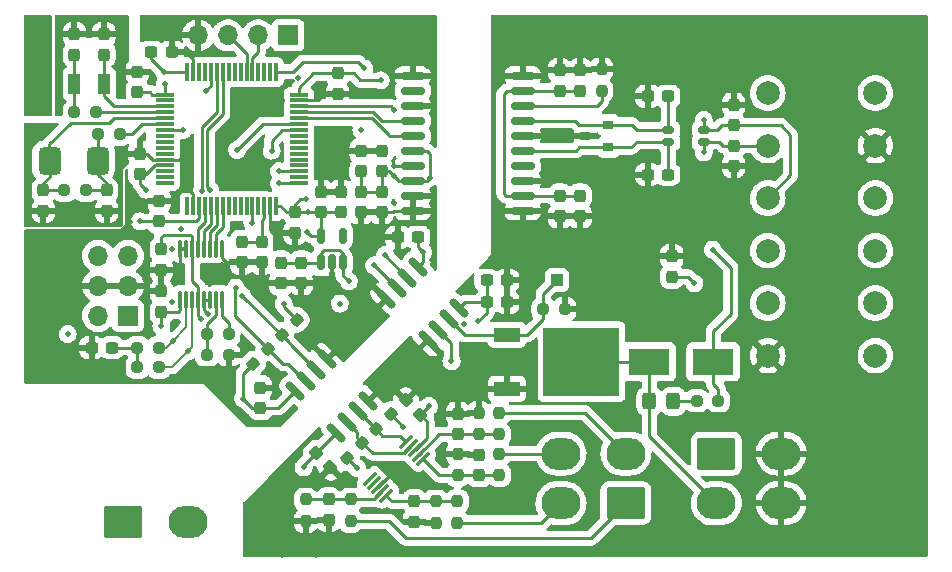
<source format=gtl>
%TF.GenerationSoftware,KiCad,Pcbnew,(6.0.11)*%
%TF.CreationDate,2023-05-09T17:29:37+10:00*%
%TF.ProjectId,LV_MASTER_A_SAMPLE,4c565f4d-4153-4544-9552-5f415f53414d,1*%
%TF.SameCoordinates,Original*%
%TF.FileFunction,Copper,L1,Top*%
%TF.FilePolarity,Positive*%
%FSLAX46Y46*%
G04 Gerber Fmt 4.6, Leading zero omitted, Abs format (unit mm)*
G04 Created by KiCad (PCBNEW (6.0.11)) date 2023-05-09 17:29:37*
%MOMM*%
%LPD*%
G01*
G04 APERTURE LIST*
G04 Aperture macros list*
%AMRoundRect*
0 Rectangle with rounded corners*
0 $1 Rounding radius*
0 $2 $3 $4 $5 $6 $7 $8 $9 X,Y pos of 4 corners*
0 Add a 4 corners polygon primitive as box body*
4,1,4,$2,$3,$4,$5,$6,$7,$8,$9,$2,$3,0*
0 Add four circle primitives for the rounded corners*
1,1,$1+$1,$2,$3*
1,1,$1+$1,$4,$5*
1,1,$1+$1,$6,$7*
1,1,$1+$1,$8,$9*
0 Add four rect primitives between the rounded corners*
20,1,$1+$1,$2,$3,$4,$5,0*
20,1,$1+$1,$4,$5,$6,$7,0*
20,1,$1+$1,$6,$7,$8,$9,0*
20,1,$1+$1,$8,$9,$2,$3,0*%
G04 Aperture macros list end*
%TA.AperFunction,SMDPad,CuDef*%
%ADD10RoundRect,0.250000X-0.325000X-0.450000X0.325000X-0.450000X0.325000X0.450000X-0.325000X0.450000X0*%
%TD*%
%TA.AperFunction,SMDPad,CuDef*%
%ADD11RoundRect,0.237500X0.300000X0.237500X-0.300000X0.237500X-0.300000X-0.237500X0.300000X-0.237500X0*%
%TD*%
%TA.AperFunction,SMDPad,CuDef*%
%ADD12RoundRect,0.237500X0.237500X-0.250000X0.237500X0.250000X-0.237500X0.250000X-0.237500X-0.250000X0*%
%TD*%
%TA.AperFunction,SMDPad,CuDef*%
%ADD13RoundRect,0.075000X-0.700000X-0.075000X0.700000X-0.075000X0.700000X0.075000X-0.700000X0.075000X0*%
%TD*%
%TA.AperFunction,SMDPad,CuDef*%
%ADD14RoundRect,0.075000X-0.075000X-0.700000X0.075000X-0.700000X0.075000X0.700000X-0.075000X0.700000X0*%
%TD*%
%TA.AperFunction,SMDPad,CuDef*%
%ADD15RoundRect,0.237500X0.237500X-0.300000X0.237500X0.300000X-0.237500X0.300000X-0.237500X-0.300000X0*%
%TD*%
%TA.AperFunction,SMDPad,CuDef*%
%ADD16RoundRect,0.237500X-0.237500X0.300000X-0.237500X-0.300000X0.237500X-0.300000X0.237500X0.300000X0*%
%TD*%
%TA.AperFunction,SMDPad,CuDef*%
%ADD17R,1.000000X1.800000*%
%TD*%
%TA.AperFunction,SMDPad,CuDef*%
%ADD18RoundRect,0.237500X0.250000X0.237500X-0.250000X0.237500X-0.250000X-0.237500X0.250000X-0.237500X0*%
%TD*%
%TA.AperFunction,SMDPad,CuDef*%
%ADD19R,0.900000X0.800000*%
%TD*%
%TA.AperFunction,SMDPad,CuDef*%
%ADD20RoundRect,0.237500X-0.250000X-0.237500X0.250000X-0.237500X0.250000X0.237500X-0.250000X0.237500X0*%
%TD*%
%TA.AperFunction,SMDPad,CuDef*%
%ADD21RoundRect,0.237500X-0.380070X0.044194X0.044194X-0.380070X0.380070X-0.044194X-0.044194X0.380070X0*%
%TD*%
%TA.AperFunction,SMDPad,CuDef*%
%ADD22RoundRect,0.237500X-0.237500X0.250000X-0.237500X-0.250000X0.237500X-0.250000X0.237500X0.250000X0*%
%TD*%
%TA.AperFunction,SMDPad,CuDef*%
%ADD23RoundRect,0.237500X-0.008839X-0.344715X0.344715X0.008839X0.008839X0.344715X-0.344715X-0.008839X0*%
%TD*%
%TA.AperFunction,SMDPad,CuDef*%
%ADD24RoundRect,0.237500X0.380070X-0.044194X-0.044194X0.380070X-0.380070X0.044194X0.044194X-0.380070X0*%
%TD*%
%TA.AperFunction,SMDPad,CuDef*%
%ADD25R,2.200000X1.200000*%
%TD*%
%TA.AperFunction,SMDPad,CuDef*%
%ADD26R,6.400000X5.800000*%
%TD*%
%TA.AperFunction,SMDPad,CuDef*%
%ADD27RoundRect,0.237500X0.008839X0.344715X-0.344715X-0.008839X-0.008839X-0.344715X0.344715X0.008839X0*%
%TD*%
%TA.AperFunction,SMDPad,CuDef*%
%ADD28RoundRect,0.237500X-0.300000X-0.237500X0.300000X-0.237500X0.300000X0.237500X-0.300000X0.237500X0*%
%TD*%
%TA.AperFunction,SMDPad,CuDef*%
%ADD29RoundRect,0.475000X-0.475000X-0.725000X0.475000X-0.725000X0.475000X0.725000X-0.475000X0.725000X0*%
%TD*%
%TA.AperFunction,SMDPad,CuDef*%
%ADD30RoundRect,0.150000X0.689429X-0.477297X-0.477297X0.689429X-0.689429X0.477297X0.477297X-0.689429X0*%
%TD*%
%TA.AperFunction,SMDPad,CuDef*%
%ADD31R,3.500000X2.300000*%
%TD*%
%TA.AperFunction,SMDPad,CuDef*%
%ADD32RoundRect,0.075000X-0.406586X-0.512652X0.512652X0.406586X0.406586X0.512652X-0.512652X-0.406586X0*%
%TD*%
%TA.AperFunction,SMDPad,CuDef*%
%ADD33RoundRect,0.075000X-0.075000X0.650000X-0.075000X-0.650000X0.075000X-0.650000X0.075000X0.650000X0*%
%TD*%
%TA.AperFunction,SMDPad,CuDef*%
%ADD34RoundRect,0.150000X-0.875000X-0.150000X0.875000X-0.150000X0.875000X0.150000X-0.875000X0.150000X0*%
%TD*%
%TA.AperFunction,SMDPad,CuDef*%
%ADD35R,1.000000X1.000000*%
%TD*%
%TA.AperFunction,SMDPad,CuDef*%
%ADD36RoundRect,0.150000X-0.375000X-0.150000X0.375000X-0.150000X0.375000X0.150000X-0.375000X0.150000X0*%
%TD*%
%TA.AperFunction,ComponentPad*%
%ADD37C,2.000000*%
%TD*%
%TA.AperFunction,SMDPad,CuDef*%
%ADD38RoundRect,0.150000X0.150000X-0.512500X0.150000X0.512500X-0.150000X0.512500X-0.150000X-0.512500X0*%
%TD*%
%TA.AperFunction,SMDPad,CuDef*%
%ADD39RoundRect,0.150000X-0.689429X0.477297X0.477297X-0.689429X0.689429X-0.477297X-0.477297X0.689429X0*%
%TD*%
%TA.AperFunction,ComponentPad*%
%ADD40R,1.700000X1.700000*%
%TD*%
%TA.AperFunction,ComponentPad*%
%ADD41O,1.700000X1.700000*%
%TD*%
%TA.AperFunction,ComponentPad*%
%ADD42RoundRect,0.250001X-1.399999X1.099999X-1.399999X-1.099999X1.399999X-1.099999X1.399999X1.099999X0*%
%TD*%
%TA.AperFunction,ComponentPad*%
%ADD43O,3.300000X2.700000*%
%TD*%
%TA.AperFunction,ComponentPad*%
%ADD44RoundRect,0.250001X1.399999X-1.099999X1.399999X1.099999X-1.399999X1.099999X-1.399999X-1.099999X0*%
%TD*%
%TA.AperFunction,ViaPad*%
%ADD45C,0.500000*%
%TD*%
%TA.AperFunction,Conductor*%
%ADD46C,0.250000*%
%TD*%
%TA.AperFunction,Conductor*%
%ADD47C,0.200000*%
%TD*%
G04 APERTURE END LIST*
D10*
%TO.P,D10,1,K*%
%TO.N,/AUX_OUTPUT*%
X162539000Y-105882400D03*
%TO.P,D10,2,A*%
%TO.N,Net-(D10-Pad2)*%
X164589000Y-105882400D03*
%TD*%
D11*
%TO.P,C33,1*%
%TO.N,Net-(C33-Pad1)*%
X164131200Y-80050700D03*
%TO.P,C33,2*%
%TO.N,GND*%
X162406200Y-80050700D03*
%TD*%
D12*
%TO.P,R18,1*%
%TO.N,/Current Sense/Input Filter/AIN2*%
X149848000Y-112129700D03*
%TO.P,R18,2*%
%TO.N,/CS2A*%
X149848000Y-110304700D03*
%TD*%
%TO.P,R22,1*%
%TO.N,/Current Sense/Input Filter/AIN3*%
X149848000Y-108674500D03*
%TO.P,R22,2*%
%TO.N,/CS2B*%
X149848000Y-106849500D03*
%TD*%
D13*
%TO.P,U1,1,VBAT*%
%TO.N,3.3V_(ISO)*%
X121516200Y-79907400D03*
%TO.P,U1,2,PC13*%
%TO.N,/Microcontroller/PC13_LED*%
X121516200Y-80407400D03*
%TO.P,U1,3,PC14_(OSC32_IN)*%
%TO.N,/Microcontroller/XTAL32_IN*%
X121516200Y-80907400D03*
%TO.P,U1,4,PC15_(OSC32_OUT)*%
%TO.N,/Microcontroller/XTAL32_OUT*%
X121516200Y-81407400D03*
%TO.P,U1,5,PH0_(OSC_IN)*%
%TO.N,/Microcontroller/XTAL_IN*%
X121516200Y-81907400D03*
%TO.P,U1,6,PH1_(OSC_OUT)*%
%TO.N,/Microcontroller/XTAL_OUT*%
X121516200Y-82407400D03*
%TO.P,U1,7,NRST*%
%TO.N,/Microcontroller/NRST*%
X121516200Y-82907400D03*
%TO.P,U1,8,PC0*%
%TO.N,unconnected-(U1-Pad8)*%
X121516200Y-83407400D03*
%TO.P,U1,9,PC1_(SPI2/3_MOSI)*%
%TO.N,unconnected-(U1-Pad9)*%
X121516200Y-83907400D03*
%TO.P,U1,10,PC2_(SPI2_MISO)*%
%TO.N,unconnected-(U1-Pad10)*%
X121516200Y-84407400D03*
%TO.P,U1,11,PC3_(SPI2_MOSI)*%
%TO.N,unconnected-(U1-Pad11)*%
X121516200Y-84907400D03*
%TO.P,U1,12,VSSA*%
%TO.N,0V_(ISO)*%
X121516200Y-85407400D03*
%TO.P,U1,13,VDDA*%
%TO.N,3.3V_(ISO)*%
X121516200Y-85907400D03*
%TO.P,U1,14,PA0-WKUP*%
%TO.N,unconnected-(U1-Pad14)*%
X121516200Y-86407400D03*
%TO.P,U1,15,PA1*%
%TO.N,unconnected-(U1-Pad15)*%
X121516200Y-86907400D03*
%TO.P,U1,16,PA2*%
%TO.N,unconnected-(U1-Pad16)*%
X121516200Y-87407400D03*
D14*
%TO.P,U1,17,PA3*%
%TO.N,unconnected-(U1-Pad17)*%
X123441200Y-89332400D03*
%TO.P,U1,18,VSS*%
%TO.N,0V_(ISO)*%
X123941200Y-89332400D03*
%TO.P,U1,19,VDD*%
%TO.N,3.3V_(ISO)*%
X124441200Y-89332400D03*
%TO.P,U1,20,PA4_(SPI1/3_NSS)*%
%TO.N,/Microcontroller/CS*%
X124941200Y-89332400D03*
%TO.P,U1,21,PA5_(SPI1_SCK)*%
%TO.N,/Microcontroller/SCK*%
X125441200Y-89332400D03*
%TO.P,U1,22,PA6_(SPI1_MISO)*%
%TO.N,/Microcontroller/MISO*%
X125941200Y-89332400D03*
%TO.P,U1,23,PA7_(SPI1_MOSI)*%
%TO.N,/Microcontroller/MOSI*%
X126441200Y-89332400D03*
%TO.P,U1,24,PC4*%
%TO.N,unconnected-(U1-Pad24)*%
X126941200Y-89332400D03*
%TO.P,U1,25,PC5*%
%TO.N,unconnected-(U1-Pad25)*%
X127441200Y-89332400D03*
%TO.P,U1,26,PB0_(SPI3_MOSI)*%
%TO.N,unconnected-(U1-Pad26)*%
X127941200Y-89332400D03*
%TO.P,U1,27,PB1*%
%TO.N,unconnected-(U1-Pad27)*%
X128441200Y-89332400D03*
%TO.P,U1,28,PB2-BOOT1_(SPI3_MOSI)*%
%TO.N,/Microcontroller/BOOT1*%
X128941200Y-89332400D03*
%TO.P,U1,29,PB10_(SPI2_SCK)*%
%TO.N,unconnected-(U1-Pad29)*%
X129441200Y-89332400D03*
%TO.P,U1,30,VCAP_1*%
%TO.N,/Microcontroller/VCAP_1*%
X129941200Y-89332400D03*
%TO.P,U1,31,VSS*%
%TO.N,0V_(ISO)*%
X130441200Y-89332400D03*
%TO.P,U1,32,VDD*%
%TO.N,3.3V_(ISO)*%
X130941200Y-89332400D03*
D13*
%TO.P,U1,33,PB12_(CAN2_RX)*%
%TO.N,/Blue Loop/AUX_OUTPUT(ISO)*%
X132866200Y-87407400D03*
%TO.P,U1,34,PB13_(CAN2_TX)*%
%TO.N,unconnected-(U1-Pad34)*%
X132866200Y-86907400D03*
%TO.P,U1,35,PB14_(SPI2_MISO)*%
%TO.N,/Blue Loop/BLUE_LOOP_RLY(ISO)*%
X132866200Y-86407400D03*
%TO.P,U1,36,PB15_(SPI2_MOSI)*%
%TO.N,unconnected-(U1-Pad36)*%
X132866200Y-85907400D03*
%TO.P,U1,37,PC6*%
%TO.N,unconnected-(U1-Pad37)*%
X132866200Y-85407400D03*
%TO.P,U1,38,PC7_(SPI2_SCK)*%
%TO.N,unconnected-(U1-Pad38)*%
X132866200Y-84907400D03*
%TO.P,U1,39,PC8*%
%TO.N,unconnected-(U1-Pad39)*%
X132866200Y-84407400D03*
%TO.P,U1,40,PC9_(I2C3_SDA)*%
%TO.N,unconnected-(U1-Pad40)*%
X132866200Y-83907400D03*
%TO.P,U1,41,PA8_(I2C3_SCL)*%
%TO.N,unconnected-(U1-Pad41)*%
X132866200Y-83407400D03*
%TO.P,U1,42,PA9_(I2C3_SMBA_SPI2_SCK)*%
%TO.N,/Microcontroller/CAN_TX_IND*%
X132866200Y-82907400D03*
%TO.P,U1,43,PA10*%
%TO.N,/Microcontroller/CAN_RX_IND*%
X132866200Y-82407400D03*
%TO.P,U1,44,PA11_(CAN1_RX)*%
%TO.N,/CANBUS/CAN1_TX*%
X132866200Y-81907400D03*
%TO.P,U1,45,PA12_(CAN1_TX)*%
%TO.N,/CANBUS/CAN1_RX*%
X132866200Y-81407400D03*
%TO.P,U1,46,PA13_(JTMS-SWDIO)*%
%TO.N,/Microcontroller/SWDIO*%
X132866200Y-80907400D03*
%TO.P,U1,47,VSS*%
%TO.N,0V_(ISO)*%
X132866200Y-80407400D03*
%TO.P,U1,48,VDD*%
%TO.N,3.3V_(ISO)*%
X132866200Y-79907400D03*
D14*
%TO.P,U1,49,PA14_(JTCK-SWCLK)*%
%TO.N,/Microcontroller/SWCLK*%
X130941200Y-77982400D03*
%TO.P,U1,50,PA15_JTDI*%
%TO.N,unconnected-(U1-Pad50)*%
X130441200Y-77982400D03*
%TO.P,U1,51,PC10*%
%TO.N,unconnected-(U1-Pad51)*%
X129941200Y-77982400D03*
%TO.P,U1,52,PC11*%
%TO.N,unconnected-(U1-Pad52)*%
X129441200Y-77982400D03*
%TO.P,U1,53,PC12*%
%TO.N,/Microcontroller/UART_TX*%
X128941200Y-77982400D03*
%TO.P,U1,54,PD2*%
%TO.N,/Microcontroller/UART_RX*%
X128441200Y-77982400D03*
%TO.P,U1,55,PB3(JTDO/TRACESWO)*%
%TO.N,unconnected-(U1-Pad55)*%
X127941200Y-77982400D03*
%TO.P,U1,56,PB4_nJTRST*%
%TO.N,unconnected-(U1-Pad56)*%
X127441200Y-77982400D03*
%TO.P,U1,57,PB5_(I2C1_SMBA)_(SPI1/3_MOSI)(CAN2_RX)*%
%TO.N,unconnected-(U1-Pad57)*%
X126941200Y-77982400D03*
%TO.P,U1,58,PB6_(I2C1_SCL)*%
%TO.N,/Microcontroller/SCL_(ISO)*%
X126441200Y-77982400D03*
%TO.P,U1,59,PB7_(I2C1_SDA)*%
%TO.N,/Microcontroller/SDA_(ISO)*%
X125941200Y-77982400D03*
%TO.P,U1,60,BOOT0*%
%TO.N,/Microcontroller/BOOT0*%
X125441200Y-77982400D03*
%TO.P,U1,61,PB8_(I2C1_SCL)(CAN1_RX)*%
%TO.N,unconnected-(U1-Pad61)*%
X124941200Y-77982400D03*
%TO.P,U1,62,PB9_(I2C1_SDA)(SPI2_NSS)(CAN1_TX)*%
%TO.N,unconnected-(U1-Pad62)*%
X124441200Y-77982400D03*
%TO.P,U1,63,VSS*%
%TO.N,0V_(ISO)*%
X123941200Y-77982400D03*
%TO.P,U1,64,VDD*%
%TO.N,3.3V_(ISO)*%
X123441200Y-77982400D03*
%TD*%
D15*
%TO.P,C29,1*%
%TO.N,Net-(C29-Pad1)*%
X156680600Y-79591200D03*
%TO.P,C29,2*%
%TO.N,GND*%
X156680600Y-77866200D03*
%TD*%
D16*
%TO.P,C7,1*%
%TO.N,3.3V_(ISO)*%
X136157400Y-78121300D03*
%TO.P,C7,2*%
%TO.N,0V_(ISO)*%
X136157400Y-79846300D03*
%TD*%
D17*
%TO.P,Y2,1*%
%TO.N,Net-(C3-Pad1)*%
X113870800Y-79009200D03*
%TO.P,Y2,2*%
%TO.N,/Microcontroller/XTAL32_IN*%
X116370800Y-79009200D03*
%TD*%
D18*
%TO.P,R8,1*%
%TO.N,/isoSPI/ISO_SPI_P*%
X121028850Y-102999500D03*
%TO.P,R8,2*%
%TO.N,Net-(C39-Pad1)*%
X119203850Y-102999500D03*
%TD*%
D16*
%TO.P,C48,1*%
%TO.N,GND*%
X146317400Y-106949500D03*
%TO.P,C48,2*%
%TO.N,/Current Sense/Input Filter/AIN3*%
X146317400Y-108674500D03*
%TD*%
D12*
%TO.P,R17,1*%
%TO.N,GND*%
X133465000Y-116015100D03*
%TO.P,R17,2*%
%TO.N,/Current Sense/Input Filter/AIN0*%
X133465000Y-114190100D03*
%TD*%
D16*
%TO.P,C40,1*%
%TO.N,5V_(ISO)*%
X121229300Y-93006800D03*
%TO.P,C40,2*%
%TO.N,0V_(ISO)*%
X121229300Y-94731800D03*
%TD*%
D15*
%TO.P,C36,1*%
%TO.N,/CAN1_H*%
X169685400Y-82514400D03*
%TO.P,C36,2*%
%TO.N,GND*%
X169685400Y-80789400D03*
%TD*%
%TO.P,C47,1*%
%TO.N,GND*%
X142645400Y-116067500D03*
%TO.P,C47,2*%
%TO.N,/Current Sense/Input Filter/AIN1*%
X142645400Y-114342500D03*
%TD*%
D19*
%TO.P,D6,1,K*%
%TO.N,Net-(C34-Pad1)*%
X159087000Y-84353400D03*
%TO.P,D6,2,K*%
%TO.N,Net-(C33-Pad1)*%
X159087000Y-82453400D03*
%TO.P,D6,3,A*%
%TO.N,GND*%
X157087000Y-83403400D03*
%TD*%
D15*
%TO.P,C3,1*%
%TO.N,Net-(C3-Pad1)*%
X113870800Y-76520000D03*
%TO.P,C3,2*%
%TO.N,0V_(ISO)*%
X113870800Y-74795000D03*
%TD*%
%TO.P,C49,1*%
%TO.N,+5V*%
X164453000Y-95340300D03*
%TO.P,C49,2*%
%TO.N,GND*%
X164453000Y-93615300D03*
%TD*%
D11*
%TO.P,C39,1*%
%TO.N,Net-(C39-Pad1)*%
X117042950Y-101335800D03*
%TO.P,C39,2*%
%TO.N,0V_(ISO)*%
X115317950Y-101335800D03*
%TD*%
D15*
%TO.P,C10,1*%
%TO.N,3.3V_(ISO)*%
X119418800Y-86628100D03*
%TO.P,C10,2*%
%TO.N,0V_(ISO)*%
X119418800Y-84903100D03*
%TD*%
D16*
%TO.P,C26,1*%
%TO.N,5V_(ISO)*%
X139891200Y-88132400D03*
%TO.P,C26,2*%
%TO.N,0V_(ISO)*%
X139891200Y-89857400D03*
%TD*%
%TO.P,C15,1*%
%TO.N,5V_(ISO)*%
X133084000Y-94148700D03*
%TO.P,C15,2*%
%TO.N,0V_(ISO)*%
X133084000Y-95873700D03*
%TD*%
D15*
%TO.P,C41,1*%
%TO.N,5V_(ISO)*%
X121229300Y-98305300D03*
%TO.P,C41,2*%
%TO.N,0V_(ISO)*%
X121229300Y-96580300D03*
%TD*%
%TO.P,C4,1*%
%TO.N,/Microcontroller/XTAL32_IN*%
X116370800Y-76520000D03*
%TO.P,C4,2*%
%TO.N,0V_(ISO)*%
X116370800Y-74795000D03*
%TD*%
D20*
%TO.P,R29,1*%
%TO.N,Net-(C3-Pad1)*%
X113870800Y-81407400D03*
%TO.P,R29,2*%
%TO.N,/Microcontroller/XTAL32_OUT*%
X115695800Y-81407400D03*
%TD*%
D16*
%TO.P,C12,1*%
%TO.N,/Microcontroller/VCAP_1*%
X129731200Y-92395000D03*
%TO.P,C12,2*%
%TO.N,0V_(ISO)*%
X129731200Y-94120000D03*
%TD*%
D21*
%TO.P,C44,1*%
%TO.N,GND*%
X141948320Y-105805920D03*
%TO.P,C44,2*%
%TO.N,+5V*%
X143168080Y-107025680D03*
%TD*%
D11*
%TO.P,C34,1*%
%TO.N,Net-(C34-Pad1)*%
X164131300Y-86680100D03*
%TO.P,C34,2*%
%TO.N,GND*%
X162406300Y-86680100D03*
%TD*%
D16*
%TO.P,C31,1*%
%TO.N,Net-(C29-Pad1)*%
X156680600Y-88483400D03*
%TO.P,C31,2*%
%TO.N,GND*%
X156680600Y-90208400D03*
%TD*%
D15*
%TO.P,C30,1*%
%TO.N,Net-(C29-Pad1)*%
X154978800Y-79591200D03*
%TO.P,C30,2*%
%TO.N,GND*%
X154978800Y-77866200D03*
%TD*%
D16*
%TO.P,C2,1*%
%TO.N,Net-(C2-Pad1)*%
X116599400Y-88026200D03*
%TO.P,C2,2*%
%TO.N,0V_(ISO)*%
X116599400Y-89751200D03*
%TD*%
%TO.P,C11,1*%
%TO.N,/Microcontroller/VCAP_1*%
X128029400Y-92395000D03*
%TO.P,C11,2*%
%TO.N,0V_(ISO)*%
X128029400Y-94120000D03*
%TD*%
D11*
%TO.P,C52,1*%
%TO.N,GND*%
X150507300Y-95646200D03*
%TO.P,C52,2*%
%TO.N,+5V*%
X148782300Y-95646200D03*
%TD*%
D22*
%TO.P,R16,1*%
%TO.N,/Current Sense/Input Filter/AIN0*%
X137249600Y-114190100D03*
%TO.P,R16,2*%
%TO.N,/CS1A*%
X137249600Y-116015100D03*
%TD*%
D23*
%TO.P,R14,1*%
%TO.N,/Current Sense/SCL*%
X139383200Y-108244600D03*
%TO.P,R14,2*%
%TO.N,+5V*%
X140673670Y-106954130D03*
%TD*%
D24*
%TO.P,C43,1*%
%TO.N,GND*%
X135548360Y-111470960D03*
%TO.P,C43,2*%
%TO.N,+5V*%
X134328600Y-110251200D03*
%TD*%
D25*
%TO.P,Q2,1,G*%
%TO.N,/Blue Loop/VOA*%
X150499400Y-100249600D03*
D26*
%TO.P,Q2,2,D*%
%TO.N,/AUX_OUTPUT*%
X156799400Y-102529600D03*
D25*
%TO.P,Q2,3,S*%
%TO.N,GND*%
X150499400Y-104809600D03*
%TD*%
D27*
%TO.P,R15,1*%
%TO.N,/Current Sense/SDA*%
X138255365Y-109397835D03*
%TO.P,R15,2*%
%TO.N,+5V*%
X136964895Y-110688305D03*
%TD*%
D28*
%TO.P,C51,1*%
%TO.N,0V_(ISO)*%
X141238500Y-91988600D03*
%TO.P,C51,2*%
%TO.N,5V_(ISO)*%
X142963500Y-91988600D03*
%TD*%
D11*
%TO.P,C53,1*%
%TO.N,GND*%
X150507300Y-97495800D03*
%TO.P,C53,2*%
%TO.N,+5V*%
X148782300Y-97495800D03*
%TD*%
D16*
%TO.P,C42,1*%
%TO.N,0V_(ISO)*%
X129604200Y-104715100D03*
%TO.P,C42,2*%
%TO.N,5V_(ISO)*%
X129604200Y-106440100D03*
%TD*%
%TO.P,C27,1*%
%TO.N,5V_(ISO)*%
X138138600Y-88132400D03*
%TO.P,C27,2*%
%TO.N,0V_(ISO)*%
X138138600Y-89857400D03*
%TD*%
D18*
%TO.P,R4,1*%
%TO.N,Net-(C2-Pad1)*%
X114844900Y-88026200D03*
%TO.P,R4,2*%
%TO.N,/Microcontroller/XTAL_IN*%
X113019900Y-88026200D03*
%TD*%
D15*
%TO.P,C5,1*%
%TO.N,3.3V_(ISO)*%
X119190200Y-79719300D03*
%TO.P,C5,2*%
%TO.N,0V_(ISO)*%
X119190200Y-77994300D03*
%TD*%
%TO.P,C25,1*%
%TO.N,5V_(ISO)*%
X138138600Y-86400600D03*
%TO.P,C25,2*%
%TO.N,0V_(ISO)*%
X138138600Y-84675600D03*
%TD*%
D29*
%TO.P,Y1,1,XTAL_IN*%
%TO.N,/Microcontroller/XTAL_IN*%
X111764700Y-85511600D03*
%TO.P,Y1,2,XTAL_OUT*%
%TO.N,Net-(C2-Pad1)*%
X115864700Y-85511600D03*
%TD*%
D20*
%TO.P,R25,1*%
%TO.N,Net-(D10-Pad2)*%
X166564550Y-105831600D03*
%TO.P,R25,2*%
%TO.N,+24V*%
X168389550Y-105831600D03*
%TD*%
D30*
%TO.P,U7,1,VCC1*%
%TO.N,+5V*%
X136052451Y-108522328D03*
%TO.P,U7,2,SDA1*%
%TO.N,/Current Sense/SDA*%
X136950476Y-107624302D03*
%TO.P,U7,3,SCL1*%
%TO.N,/Current Sense/SCL*%
X137848502Y-106726276D03*
%TO.P,U7,4,GND1*%
%TO.N,GND*%
X138746528Y-105828251D03*
%TO.P,U7,5,GND2*%
%TO.N,0V_(ISO)*%
X135246349Y-102328072D03*
%TO.P,U7,6,SCL2*%
%TO.N,/Microcontroller/SDA_(ISO)*%
X134348324Y-103226098D03*
%TO.P,U7,7,SDA2*%
%TO.N,/Microcontroller/SCL_(ISO)*%
X133450298Y-104124124D03*
%TO.P,U7,8,VCC2*%
%TO.N,5V_(ISO)*%
X132552272Y-105022149D03*
%TD*%
D15*
%TO.P,C9,1*%
%TO.N,3.3V_(ISO)*%
X121044400Y-90641300D03*
%TO.P,C9,2*%
%TO.N,0V_(ISO)*%
X121044400Y-88916300D03*
%TD*%
D20*
%TO.P,R9,1*%
%TO.N,Net-(C39-Pad1)*%
X119203850Y-101335800D03*
%TO.P,R9,2*%
%TO.N,/isoSPI/ISO_SPI_N*%
X121028850Y-101335800D03*
%TD*%
%TO.P,R11,1*%
%TO.N,Net-(R10-Pad2)*%
X125099400Y-101945400D03*
%TO.P,R11,2*%
%TO.N,0V_(ISO)*%
X126924400Y-101945400D03*
%TD*%
D22*
%TO.P,R20,1*%
%TO.N,/Current Sense/Input Filter/AIN1*%
X146277600Y-114342500D03*
%TO.P,R20,2*%
%TO.N,/CS1B*%
X146277600Y-116167500D03*
%TD*%
D31*
%TO.P,D7,1,P*%
%TO.N,/AUX_OUTPUT*%
X162548000Y-102529600D03*
%TO.P,D7,2,N*%
%TO.N,+24V*%
X167948000Y-102529600D03*
%TD*%
D23*
%TO.P,R13,1*%
%TO.N,/Microcontroller/SDA_(ISO)*%
X131407600Y-100269000D03*
%TO.P,R13,2*%
%TO.N,5V_(ISO)*%
X132698070Y-98978530D03*
%TD*%
D22*
%TO.P,R23,1*%
%TO.N,GND*%
X148120800Y-106849500D03*
%TO.P,R23,2*%
%TO.N,/Current Sense/Input Filter/AIN3*%
X148120800Y-108674500D03*
%TD*%
D16*
%TO.P,C1,1*%
%TO.N,/Microcontroller/XTAL_IN*%
X111240000Y-88026200D03*
%TO.P,C1,2*%
%TO.N,0V_(ISO)*%
X111240000Y-89751200D03*
%TD*%
D32*
%TO.P,U8,1,ADDR*%
%TO.N,/Current Sense/ADDR*%
X138873058Y-112445928D03*
%TO.P,U8,2,ALERT/RDY*%
%TO.N,unconnected-(U8-Pad2)*%
X139226612Y-112799482D03*
%TO.P,U8,3,GND*%
%TO.N,GND*%
X139580165Y-113153035D03*
%TO.P,U8,4,AIN0*%
%TO.N,/Current Sense/Input Filter/AIN0*%
X139933718Y-113506588D03*
%TO.P,U8,5,AIN1*%
%TO.N,/Current Sense/Input Filter/AIN1*%
X140287272Y-113860142D03*
%TO.P,U8,6,AIN2*%
%TO.N,/Current Sense/Input Filter/AIN2*%
X143398542Y-110748872D03*
%TO.P,U8,7,AIN3*%
%TO.N,/Current Sense/Input Filter/AIN3*%
X143044988Y-110395318D03*
%TO.P,U8,8,VDD*%
%TO.N,+5V*%
X142691435Y-110041765D03*
%TO.P,U8,9,SDA*%
%TO.N,/Current Sense/SDA*%
X142337882Y-109688212D03*
%TO.P,U8,10,SCL*%
%TO.N,/Current Sense/SCL*%
X141984328Y-109334658D03*
%TD*%
D33*
%TO.P,U6,1,EN*%
%TO.N,0V_(ISO)*%
X126350400Y-92962800D03*
%TO.P,U6,2,MOSI*%
%TO.N,/Microcontroller/MOSI*%
X125850400Y-92962800D03*
%TO.P,U6,3,MISO*%
%TO.N,/Microcontroller/MISO*%
X125350400Y-92962800D03*
%TO.P,U6,4,SCK*%
%TO.N,/Microcontroller/SCK*%
X124850400Y-92962800D03*
%TO.P,U6,5,CS*%
%TO.N,/Microcontroller/CS*%
X124350400Y-92962800D03*
%TO.P,U6,6,VDDS*%
%TO.N,5V_(ISO)*%
X123850400Y-92962800D03*
%TO.P,U6,7,POL*%
%TO.N,0V_(ISO)*%
X123350400Y-92962800D03*
%TO.P,U6,8,PHA*%
X122850400Y-92962800D03*
%TO.P,U6,9,VDD*%
%TO.N,5V_(ISO)*%
X122850400Y-97262800D03*
%TO.P,U6,10,IM*%
%TO.N,/isoSPI/ISO_SPI_N*%
X123350400Y-97262800D03*
%TO.P,U6,11,IP*%
%TO.N,/isoSPI/ISO_SPI_P*%
X123850400Y-97262800D03*
%TO.P,U6,12,MSTER*%
%TO.N,5V_(ISO)*%
X124350400Y-97262800D03*
%TO.P,U6,13,SLOW*%
%TO.N,0V_(ISO)*%
X124850400Y-97262800D03*
%TO.P,U6,14,GND*%
X125350400Y-97262800D03*
%TO.P,U6,15,ICMP*%
%TO.N,Net-(R10-Pad2)*%
X125850400Y-97262800D03*
%TO.P,U6,16,IBIAS*%
%TO.N,Net-(R10-Pad1)*%
X126350400Y-97262800D03*
%TD*%
D34*
%TO.P,U4,1,GND1*%
%TO.N,0V_(ISO)*%
X142531000Y-78323400D03*
%TO.P,U4,2,NC*%
%TO.N,unconnected-(U4-Pad2)*%
X142531000Y-79593400D03*
%TO.P,U4,3,GND1*%
%TO.N,0V_(ISO)*%
X142531000Y-80863400D03*
%TO.P,U4,4,RXD*%
%TO.N,/CANBUS/CAN1_RX*%
X142531000Y-82133400D03*
%TO.P,U4,5,TXD*%
%TO.N,/CANBUS/CAN1_TX*%
X142531000Y-83403400D03*
%TO.P,U4,6,VIO*%
%TO.N,5V_(ISO)*%
X142531000Y-84673400D03*
%TO.P,U4,7,GND1*%
%TO.N,0V_(ISO)*%
X142531000Y-85943400D03*
%TO.P,U4,8,VCC*%
%TO.N,5V_(ISO)*%
X142531000Y-87213400D03*
%TO.P,U4,9,GND1*%
%TO.N,0V_(ISO)*%
X142531000Y-88483400D03*
%TO.P,U4,10,GND1*%
X142531000Y-89753400D03*
%TO.P,U4,11,GND2*%
%TO.N,GND*%
X151831000Y-89753400D03*
%TO.P,U4,12,VISOOUT*%
%TO.N,Net-(C29-Pad1)*%
X151831000Y-88483400D03*
%TO.P,U4,13,GND2*%
%TO.N,GND*%
X151831000Y-87213400D03*
%TO.P,U4,14,VREF*%
%TO.N,unconnected-(U4-Pad14)*%
X151831000Y-85943400D03*
%TO.P,U4,15,CANL*%
%TO.N,Net-(C34-Pad1)*%
X151831000Y-84673400D03*
%TO.P,U4,16,GND2*%
%TO.N,GND*%
X151831000Y-83403400D03*
%TO.P,U4,17,CANH*%
%TO.N,Net-(C33-Pad1)*%
X151831000Y-82133400D03*
%TO.P,U4,18,RS*%
%TO.N,Net-(R5-Pad2)*%
X151831000Y-80863400D03*
%TO.P,U4,19,VISOIN*%
%TO.N,Net-(C29-Pad1)*%
X151831000Y-79593400D03*
%TO.P,U4,20,GND2*%
%TO.N,GND*%
X151831000Y-78323400D03*
%TD*%
D18*
%TO.P,R28,1*%
%TO.N,/Microcontroller/XTAL_OUT*%
X117689700Y-83251000D03*
%TO.P,R28,2*%
%TO.N,Net-(C2-Pad1)*%
X115864700Y-83251000D03*
%TD*%
D15*
%TO.P,C18,1*%
%TO.N,3.3V_(ISO)*%
X134709600Y-89879300D03*
%TO.P,C18,2*%
%TO.N,0V_(ISO)*%
X134709600Y-88154300D03*
%TD*%
%TO.P,C19,1*%
%TO.N,3.3V_(ISO)*%
X136421600Y-89880400D03*
%TO.P,C19,2*%
%TO.N,0V_(ISO)*%
X136421600Y-88155400D03*
%TD*%
D22*
%TO.P,R5,1*%
%TO.N,GND*%
X158509400Y-77766200D03*
%TO.P,R5,2*%
%TO.N,Net-(R5-Pad2)*%
X158509400Y-79591200D03*
%TD*%
D35*
%TO.P,AUX_OUT,1,1*%
%TO.N,/Blue Loop/VOA*%
X154724800Y-95595400D03*
%TD*%
D16*
%TO.P,C35,1*%
%TO.N,/CAN1_L*%
X169685400Y-84226400D03*
%TO.P,C35,2*%
%TO.N,GND*%
X169685400Y-85951400D03*
%TD*%
D22*
%TO.P,R19,1*%
%TO.N,GND*%
X146317400Y-110304700D03*
%TO.P,R19,2*%
%TO.N,/Current Sense/Input Filter/AIN2*%
X146317400Y-112129700D03*
%TD*%
D27*
%TO.P,R12,1*%
%TO.N,/Microcontroller/SCL_(ISO)*%
X130290000Y-101412000D03*
%TO.P,R12,2*%
%TO.N,5V_(ISO)*%
X128999530Y-102702470D03*
%TD*%
D16*
%TO.P,C32,1*%
%TO.N,Net-(C29-Pad1)*%
X154978800Y-88483400D03*
%TO.P,C32,2*%
%TO.N,GND*%
X154978800Y-90208400D03*
%TD*%
D36*
%TO.P,U5,1,CH1*%
%TO.N,Net-(C33-Pad1)*%
X164131200Y-82903400D03*
%TO.P,U5,2,CH2*%
%TO.N,Net-(C34-Pad1)*%
X164131200Y-83903400D03*
%TO.P,U5,3,CH2*%
%TO.N,/CAN1_L*%
X167181200Y-83903400D03*
%TO.P,U5,4,CH1*%
%TO.N,/CAN1_H*%
X167181200Y-82903400D03*
%TD*%
D37*
%TO.P,J1,1,Pin_1*%
%TO.N,GND*%
X172567600Y-102006400D03*
%TO.P,J1,2,Pin_2*%
%TO.N,unconnected-(J1-Pad2)*%
X172567600Y-97566400D03*
%TO.P,J1,3,Pin_3*%
%TO.N,unconnected-(J1-Pad3)*%
X172567600Y-93116400D03*
%TO.P,J1,4,Pin_4*%
%TO.N,/CAN1_H*%
X172567600Y-88676400D03*
%TO.P,J1,5,Pin_5*%
%TO.N,/CAN1_L*%
X172567600Y-84226400D03*
%TO.P,J1,6,Pin_6*%
%TO.N,unconnected-(J1-Pad6)*%
X172567600Y-79786400D03*
%TO.P,J1,7,Pin_7*%
%TO.N,unconnected-(J1-Pad7)*%
X181687600Y-102006400D03*
%TO.P,J1,8,Pin_8*%
%TO.N,unconnected-(J1-Pad8)*%
X181687600Y-97566400D03*
%TO.P,J1,9,Pin_9*%
%TO.N,unconnected-(J1-Pad9)*%
X181687600Y-93116400D03*
%TO.P,J1,10,Pin_10*%
%TO.N,unconnected-(J1-Pad10)*%
X181687600Y-88676400D03*
%TO.P,J1,11,Pin_11*%
%TO.N,GND*%
X181687600Y-84226400D03*
%TO.P,J1,12,Pin_12*%
%TO.N,/GLV+*%
X181687600Y-79786400D03*
%TD*%
D16*
%TO.P,C46,1*%
%TO.N,GND*%
X148120800Y-110404700D03*
%TO.P,C46,2*%
%TO.N,/Current Sense/Input Filter/AIN2*%
X148120800Y-112129700D03*
%TD*%
D38*
%TO.P,U2,1,IN*%
%TO.N,5V_(ISO)*%
X134709600Y-94116700D03*
%TO.P,U2,2,GND*%
%TO.N,0V_(ISO)*%
X135659600Y-94116700D03*
%TO.P,U2,3,EN*%
%TO.N,5V_(ISO)*%
X136609600Y-94116700D03*
%TO.P,U2,4,NC*%
%TO.N,unconnected-(U2-Pad4)*%
X136609600Y-91841700D03*
%TO.P,U2,5,OUT*%
%TO.N,3.3V_(ISO)*%
X134709600Y-91841700D03*
%TD*%
D39*
%TO.P,U9,1,VDD1*%
%TO.N,5V_(ISO)*%
X142967949Y-94504872D03*
%TO.P,U9,2,VIA*%
%TO.N,/Blue Loop/BLUE_LOOP_RLY(ISO)*%
X142069924Y-95402898D03*
%TO.P,U9,3,VIB*%
%TO.N,/Blue Loop/AUX_OUTPUT(ISO)*%
X141171898Y-96300924D03*
%TO.P,U9,4,GND1*%
%TO.N,0V_(ISO)*%
X140273872Y-97198949D03*
%TO.P,U9,5,GND2*%
%TO.N,GND*%
X143774051Y-100699128D03*
%TO.P,U9,6,VOB*%
%TO.N,/Blue Loop/VOB*%
X144672076Y-99801102D03*
%TO.P,U9,7,VOA*%
%TO.N,/Blue Loop/VOA*%
X145570102Y-98903076D03*
%TO.P,U9,8,VDD2*%
%TO.N,+5V*%
X146468128Y-98005051D03*
%TD*%
D18*
%TO.P,R10,1*%
%TO.N,Net-(R10-Pad1)*%
X126924400Y-100192800D03*
%TO.P,R10,2*%
%TO.N,Net-(R10-Pad2)*%
X125099400Y-100192800D03*
%TD*%
D15*
%TO.P,C45,1*%
%TO.N,GND*%
X135395400Y-115915100D03*
%TO.P,C45,2*%
%TO.N,/Current Sense/Input Filter/AIN0*%
X135395400Y-114190100D03*
%TD*%
D12*
%TO.P,R21,1*%
%TO.N,GND*%
X144463200Y-116167500D03*
%TO.P,R21,2*%
%TO.N,/Current Sense/Input Filter/AIN1*%
X144463200Y-114342500D03*
%TD*%
D28*
%TO.P,C6,1*%
%TO.N,3.3V_(ISO)*%
X120385100Y-76316800D03*
%TO.P,C6,2*%
%TO.N,0V_(ISO)*%
X122110100Y-76316800D03*
%TD*%
D18*
%TO.P,R24,1*%
%TO.N,GND*%
X155383300Y-98059200D03*
%TO.P,R24,2*%
%TO.N,/Blue Loop/VOA*%
X153558300Y-98059200D03*
%TD*%
D16*
%TO.P,C8,1*%
%TO.N,3.3V_(ISO)*%
X132550600Y-89881500D03*
%TO.P,C8,2*%
%TO.N,0V_(ISO)*%
X132550600Y-91606500D03*
%TD*%
D15*
%TO.P,C28,1*%
%TO.N,5V_(ISO)*%
X139891200Y-86400600D03*
%TO.P,C28,2*%
%TO.N,0V_(ISO)*%
X139891200Y-84675600D03*
%TD*%
D16*
%TO.P,C14,1*%
%TO.N,5V_(ISO)*%
X131341600Y-94148700D03*
%TO.P,C14,2*%
%TO.N,0V_(ISO)*%
X131341600Y-95873700D03*
%TD*%
D40*
%TO.P,J2,1,Pin_1*%
%TO.N,3.3V_(ISO)*%
X131966400Y-74894400D03*
D41*
%TO.P,J2,2,Pin_2*%
%TO.N,/Microcontroller/UART_TX*%
X129426400Y-74894400D03*
%TO.P,J2,3,Pin_3*%
%TO.N,/Microcontroller/UART_RX*%
X126886400Y-74894400D03*
%TO.P,J2,4,Pin_4*%
%TO.N,0V_(ISO)*%
X124346400Y-74894400D03*
%TD*%
D42*
%TO.P,J7,1,Pin_1*%
%TO.N,/BLUE_LOOP_RLY*%
X168213400Y-110304700D03*
D43*
%TO.P,J7,2,Pin_2*%
%TO.N,/AUX_OUTPUT*%
X168213400Y-114504700D03*
%TO.P,J7,3,Pin_3*%
%TO.N,GND*%
X173713400Y-110304700D03*
%TO.P,J7,4,Pin_4*%
X173713400Y-114504700D03*
%TD*%
D40*
%TO.P,J3,1,Pin_1*%
%TO.N,3.3V_(ISO)*%
X118397400Y-98653800D03*
D41*
%TO.P,J3,2,Pin_2*%
%TO.N,/Microcontroller/BOOT1*%
X115857400Y-98653800D03*
%TO.P,J3,3,Pin_3*%
%TO.N,0V_(ISO)*%
X118397400Y-96113800D03*
%TO.P,J3,4,Pin_4*%
X115857400Y-96113800D03*
%TO.P,J3,5,Pin_5*%
%TO.N,/Microcontroller/BOOT0*%
X118397400Y-93573800D03*
%TO.P,J3,6,Pin_6*%
%TO.N,3.3V_(ISO)*%
X115857400Y-93573800D03*
%TD*%
D42*
%TO.P,J5,1,Pin_1*%
%TO.N,/IMA*%
X117946800Y-116118600D03*
D43*
%TO.P,J5,2,Pin_2*%
%TO.N,/IPA*%
X123446800Y-116118600D03*
%TD*%
D44*
%TO.P,J6,1,Pin_1*%
%TO.N,/CS1A*%
X160565600Y-114504700D03*
D43*
%TO.P,J6,2,Pin_2*%
%TO.N,/CS2B*%
X160565600Y-110304700D03*
%TO.P,J6,3,Pin_3*%
%TO.N,/CS1B*%
X155065600Y-114504700D03*
%TO.P,J6,4,Pin_4*%
%TO.N,/CS2A*%
X155065600Y-110304700D03*
%TD*%
D45*
%TO.N,GND*%
X181852000Y-95443000D03*
X184874600Y-93258600D03*
X162421000Y-92217200D03*
X175832200Y-101132600D03*
X184874600Y-81625400D03*
X140246800Y-104333000D03*
X172047600Y-95316000D03*
X175425800Y-73903800D03*
X185103200Y-104587000D03*
X156680600Y-93868200D03*
X152972200Y-112511800D03*
X151448200Y-102936000D03*
X184874600Y-101107200D03*
X163843400Y-99684800D03*
X185103200Y-108701800D03*
X178397600Y-115509000D03*
X142329600Y-118836400D03*
X146876200Y-99354600D03*
X150610000Y-118811000D03*
X179642200Y-117058400D03*
X169863200Y-107787400D03*
X151245000Y-93411000D03*
X184874600Y-97322600D03*
X178397600Y-108701800D03*
X145453800Y-104917200D03*
X135624000Y-117896600D03*
X131509200Y-116753600D03*
X164834000Y-107787400D03*
X184874600Y-85105200D03*
X160414400Y-81320600D03*
X160922400Y-107787400D03*
X128766000Y-116702800D03*
X160947800Y-104587000D03*
X151676800Y-112511800D03*
X166332600Y-94173000D03*
X175832200Y-97348000D03*
X169685400Y-78247200D03*
X129934400Y-117896600D03*
X161608200Y-118760200D03*
X150178200Y-92750600D03*
X158611000Y-73548200D03*
X175654400Y-106288800D03*
X171209400Y-117058400D03*
X180937600Y-118709400D03*
X178804000Y-89220000D03*
X178423000Y-75605600D03*
X156172600Y-73573600D03*
X169583800Y-88432600D03*
X138418000Y-117871200D03*
X178423000Y-73903800D03*
X134328600Y-118861800D03*
X147765200Y-118811000D03*
X151270400Y-108092200D03*
X166535800Y-97373400D03*
X155791600Y-83403400D03*
X134531800Y-112842000D03*
X162421000Y-94706400D03*
X146723800Y-104053600D03*
X156045600Y-118785600D03*
X147536600Y-96535200D03*
X178804000Y-85130600D03*
X160744600Y-87111800D03*
X157341000Y-74411800D03*
X181648800Y-115509000D03*
X164580000Y-91937800D03*
X143777400Y-112867400D03*
X150178200Y-91226600D03*
X167120000Y-118760200D03*
X181674200Y-104587000D03*
X170828400Y-102123200D03*
X162421000Y-74284800D03*
X181979000Y-81904800D03*
X142329600Y-112232400D03*
X182410800Y-117058400D03*
X178397600Y-106288800D03*
X137173400Y-112816600D03*
X178092800Y-118709400D03*
X156452000Y-108168400D03*
X181344000Y-75605600D03*
X149136800Y-93741200D03*
X185103200Y-113578600D03*
X173698600Y-99659400D03*
X164275200Y-118760200D03*
X165265800Y-98491000D03*
X145095500Y-110304700D03*
X137097200Y-118836400D03*
X155791600Y-85765600D03*
X170828400Y-103672600D03*
X178804000Y-81650800D03*
X175832200Y-81650800D03*
X153912000Y-73573600D03*
X165291200Y-101183400D03*
X149594000Y-114340600D03*
X162573400Y-98491000D03*
X175832200Y-89220000D03*
X165824600Y-117058400D03*
X173292200Y-86400600D03*
X159931800Y-117058400D03*
X185103200Y-106288800D03*
X159652400Y-106288800D03*
X181648800Y-113578600D03*
X178397600Y-104587000D03*
X176822800Y-117058400D03*
X175425800Y-75605600D03*
X149949600Y-76342200D03*
X181344000Y-73903800D03*
X160084200Y-98491000D03*
X183731600Y-118684000D03*
X141212000Y-115356600D03*
X133338000Y-112791200D03*
X160947800Y-106288800D03*
X181648800Y-106288800D03*
X128740600Y-118811000D03*
X175832200Y-85130600D03*
X168415400Y-107787400D03*
X139764200Y-118836400D03*
X178397600Y-111267200D03*
X159627000Y-107787400D03*
X156680600Y-86934000D03*
X166281800Y-107787400D03*
X164300600Y-115636000D03*
X181648800Y-108701800D03*
X169406000Y-73903800D03*
X156883800Y-98440200D03*
X165646800Y-82006400D03*
X164046600Y-97373400D03*
X167628000Y-98491000D03*
X153378600Y-118785600D03*
X158255400Y-75656400D03*
X173495400Y-95316000D03*
X181928200Y-91048800D03*
X181909803Y-99837067D03*
X170955400Y-114518400D03*
X175832200Y-78501200D03*
X162421000Y-85130600D03*
X153708800Y-108117600D03*
X181648800Y-111267200D03*
X182842600Y-77231200D03*
X132779200Y-117896600D03*
X149771800Y-98745000D03*
X152642000Y-104790200D03*
X171234800Y-78247200D03*
X185204800Y-117058400D03*
X172250800Y-75605600D03*
X172758800Y-104587000D03*
X172733400Y-118734800D03*
X184874600Y-78475800D03*
X174054200Y-117058400D03*
X182029800Y-86375200D03*
X171844400Y-86400600D03*
X162929000Y-117058400D03*
X165646800Y-80228400D03*
X175502000Y-118709400D03*
X144437800Y-102682000D03*
X169914000Y-118734800D03*
X157747400Y-113070600D03*
X160084200Y-95087400D03*
X148298600Y-114340600D03*
X163132200Y-90540800D03*
X159855600Y-88051600D03*
X178804000Y-97348000D03*
X175654400Y-104587000D03*
X161354200Y-99684800D03*
X148044600Y-105272800D03*
X131483800Y-118861800D03*
X164453000Y-75478600D03*
X178804000Y-101132600D03*
X164453000Y-78196400D03*
X157823600Y-109413000D03*
X178804000Y-93284000D03*
X170828400Y-100827800D03*
X130086800Y-115585200D03*
X173393800Y-90921800D03*
X170853800Y-99659400D03*
X171031600Y-110251200D03*
X154343800Y-86883200D03*
X172403200Y-99659400D03*
X164326000Y-112689600D03*
X165646800Y-84470200D03*
X165646800Y-87188000D03*
X145098200Y-118811000D03*
X157645800Y-85765600D03*
X184874600Y-89194600D03*
X142355000Y-102199400D03*
X171946000Y-90921800D03*
X166866000Y-88432600D03*
X153175400Y-95697000D03*
X160414400Y-80050600D03*
X184519000Y-75605600D03*
X140678600Y-112054600D03*
X172250800Y-73903800D03*
X151600600Y-98643400D03*
X153353200Y-75783400D03*
X185103200Y-115509000D03*
X149721000Y-89677200D03*
X165215000Y-103901200D03*
X178804000Y-78501200D03*
X149136800Y-101767600D03*
X128766000Y-114645400D03*
X162421000Y-76926400D03*
X169406000Y-75605600D03*
X168593200Y-117058400D03*
X172758800Y-106288800D03*
X185103200Y-111267200D03*
X166332600Y-92496600D03*
X152642000Y-101767600D03*
X131610800Y-111724400D03*
X156680600Y-92776000D03*
X160084200Y-96179600D03*
X157747400Y-111775200D03*
X158839600Y-118785600D03*
X178397600Y-113578600D03*
X162395600Y-81701600D03*
X184519000Y-73903800D03*
X175832200Y-93284000D03*
X158560200Y-87111800D03*
%TO.N,/CAN1_L*%
X167145400Y-84810650D03*
%TO.N,/CAN1_H*%
X167145400Y-82057200D03*
%TO.N,+5V*%
X141694600Y-108016000D03*
X137797790Y-111521200D03*
X133270826Y-111479426D03*
X143904400Y-106288800D03*
X166366600Y-95891600D03*
X148070000Y-99100600D03*
%TO.N,/Microcontroller/CAN_RX_IND*%
X127648400Y-84601100D03*
%TO.N,/Microcontroller/CAN_TX_IND*%
X130565400Y-84652000D03*
%TO.N,/Microcontroller/BOOT1*%
X128943800Y-90769400D03*
%TO.N,/Microcontroller/BOOT0*%
X124981400Y-79568000D03*
%TO.N,/Microcontroller/NRST*%
X123101800Y-82907400D03*
%TO.N,/Microcontroller/SWDIO*%
X140932600Y-81193600D03*
%TO.N,/Microcontroller/SWCLK*%
X138392600Y-77688400D03*
%TO.N,/isoSPI/ISO_SPI_P*%
X123457400Y-101656300D03*
%TO.N,/isoSPI/ISO_SPI_N*%
X122207950Y-100767300D03*
%TO.N,/Microcontroller/SCL_(ISO)*%
X125337000Y-87975400D03*
X127529167Y-96248033D03*
%TO.N,/Microcontroller/SDA_(ISO)*%
X128080367Y-96941767D03*
X124651137Y-88112862D03*
%TO.N,5V_(ISO)*%
X143396400Y-93258600D03*
X121229300Y-99539500D03*
X131585400Y-97602000D03*
X136335200Y-97602000D03*
X140907200Y-86781600D03*
X128156400Y-105653800D03*
X137097200Y-95722400D03*
X143955200Y-86934000D03*
X124622843Y-98916654D03*
%TO.N,/Blue Loop/VOB*%
X145796700Y-102491500D03*
%TO.N,/Blue Loop/AUX_OUTPUT(ISO)*%
X139256200Y-94376200D03*
X131204400Y-87416600D03*
%TO.N,3.3V_(ISO)*%
X133642800Y-89880400D03*
X133439600Y-88762800D03*
X139789600Y-78704400D03*
X119418800Y-90641300D03*
X113297400Y-100192800D03*
X133592000Y-91531400D03*
X119926800Y-87950000D03*
X121440000Y-77982400D03*
X138164000Y-82895400D03*
X121516200Y-79009200D03*
%TO.N,0V_(ISO)*%
X111976600Y-91683800D03*
X113043400Y-101640600D03*
X125616400Y-76367600D03*
X132118800Y-76901000D03*
X122111200Y-74335600D03*
X110300200Y-103571000D03*
X133820600Y-73599000D03*
X122619200Y-99151400D03*
X127496000Y-90972600D03*
X138951400Y-95874800D03*
X120384000Y-74310200D03*
X113043400Y-103621800D03*
X126683200Y-85206800D03*
X129934400Y-87518200D03*
X113068800Y-98338600D03*
X118606000Y-88661200D03*
X134709600Y-86324400D03*
X122898600Y-91286300D03*
X134023800Y-100472200D03*
X126607000Y-104993400D03*
X122850400Y-94703800D03*
X129096200Y-81015800D03*
X110401800Y-81041200D03*
X109944600Y-91633000D03*
X126886400Y-94249200D03*
X138494200Y-73776800D03*
X136563800Y-83759000D03*
X130493200Y-103240800D03*
X128004000Y-95290600D03*
X131349801Y-90883967D03*
X125565600Y-73599000D03*
X116167600Y-91658400D03*
X110300200Y-95087400D03*
X110401800Y-79771200D03*
X122136600Y-92979200D03*
X143777400Y-75885000D03*
X113094200Y-96128800D03*
X143777400Y-74361000D03*
X135014400Y-98922800D03*
X114262600Y-91683800D03*
X134938200Y-83784400D03*
X118580600Y-89829600D03*
X132830000Y-78501200D03*
X129096200Y-79923600D03*
X135776400Y-95849400D03*
X137884600Y-79847400D03*
X118580600Y-90718600D03*
X141212000Y-90744000D03*
X129731200Y-95697000D03*
X137681400Y-97119400D03*
X110401800Y-74818200D03*
X138494200Y-75631000D03*
X125146667Y-98453067D03*
X136538400Y-86324400D03*
X110401800Y-73726000D03*
X129959800Y-86273600D03*
X110274800Y-101259600D03*
X130899600Y-103926600D03*
X139891200Y-91252000D03*
X127699200Y-82336100D03*
X128435800Y-86273600D03*
X120485600Y-78526600D03*
X126124400Y-83911400D03*
X134557200Y-96535200D03*
X137935400Y-94096800D03*
X142634400Y-90718600D03*
X110401800Y-77129600D03*
X140958000Y-89093000D03*
X123048400Y-85407400D03*
X130899600Y-105222000D03*
X110401800Y-78679000D03*
X122162000Y-97449600D03*
X143752000Y-77485200D03*
X132550600Y-92852200D03*
X110300200Y-98338600D03*
X117793200Y-91709200D03*
X125006800Y-103850400D03*
X126607000Y-103850400D03*
X135979600Y-100472200D03*
X140932600Y-85943400D03*
X126683200Y-86299000D03*
X126657800Y-87543600D03*
X128334200Y-101234200D03*
X128994600Y-107609600D03*
X118606000Y-87746800D03*
X110401800Y-76037400D03*
X128410400Y-87518200D03*
X144107600Y-93893600D03*
X141491400Y-93334800D03*
%TO.N,/Blue Loop/BLUE_LOOP_RLY(ISO)*%
X140170600Y-93512600D03*
X131204400Y-86400600D03*
%TO.N,+24V*%
X167907400Y-93030000D03*
%TD*%
D46*
%TO.N,/Microcontroller/XTAL_IN*%
X121516200Y-81907400D02*
X119440204Y-81907400D01*
X111240000Y-87416600D02*
X111240000Y-88026200D01*
X116802600Y-82311200D02*
X117202400Y-81911400D01*
X117202400Y-81911400D02*
X119440204Y-81911400D01*
X113576800Y-82311200D02*
X116802600Y-82311200D01*
X111240000Y-88026200D02*
X113019900Y-88026200D01*
X111764700Y-85511600D02*
X111764700Y-86891900D01*
X111755400Y-84132600D02*
X113576800Y-82311200D01*
X111755400Y-85664000D02*
X111755400Y-84132600D01*
X111764700Y-86891900D02*
X111240000Y-87416600D01*
%TO.N,GND*%
X147152900Y-110304700D02*
X146317400Y-110304700D01*
X148120800Y-110404700D02*
X147258300Y-110404700D01*
X147258300Y-110404700D02*
X147155600Y-110302000D01*
X147155600Y-110302000D02*
X147152900Y-110304700D01*
X140678600Y-112054600D02*
X139580165Y-113153035D01*
X145095500Y-110304700D02*
X146317400Y-110304700D01*
%TO.N,/Microcontroller/XTAL_OUT*%
X121510800Y-82412800D02*
X121516200Y-82407400D01*
X119571200Y-82412800D02*
X121510800Y-82412800D01*
X118733000Y-83251000D02*
X119571200Y-82412800D01*
X117689700Y-83251000D02*
X118733000Y-83251000D01*
%TO.N,/Microcontroller/XTAL32_OUT*%
X121516200Y-81407400D02*
X115695800Y-81407400D01*
%TO.N,/Microcontroller/XTAL32_IN*%
X116370800Y-80050600D02*
X117227600Y-80907400D01*
X116370800Y-76520000D02*
X116370800Y-79009200D01*
X117227600Y-80907400D02*
X121516200Y-80907400D01*
X116370800Y-79009200D02*
X116370800Y-80050600D01*
%TO.N,/Microcontroller/VCAP_1*%
X129731200Y-90566200D02*
X129731200Y-92395000D01*
X129941200Y-90356200D02*
X129731200Y-90566200D01*
X129941200Y-89332400D02*
X129941200Y-90356200D01*
X128029400Y-92395000D02*
X129731200Y-92395000D01*
%TO.N,Net-(C29-Pad1)*%
X151831000Y-79593400D02*
X154976600Y-79593400D01*
X154976600Y-79593400D02*
X154978800Y-79591200D01*
X156680600Y-88483400D02*
X154978800Y-88483400D01*
X150229000Y-88305600D02*
X150229000Y-79847400D01*
X150406800Y-88483400D02*
X150229000Y-88305600D01*
X150483000Y-79593400D02*
X151831000Y-79593400D01*
X154978800Y-79591200D02*
X156680600Y-79591200D01*
X151831000Y-88483400D02*
X154978800Y-88483400D01*
X151831000Y-88483400D02*
X150406800Y-88483400D01*
X150229000Y-79847400D02*
X150483000Y-79593400D01*
%TO.N,Net-(C33-Pad1)*%
X161524000Y-82903400D02*
X164131200Y-82903400D01*
X161074000Y-82453400D02*
X161524000Y-82903400D01*
X156594200Y-82453400D02*
X159087000Y-82453400D01*
X156274200Y-82133400D02*
X156594200Y-82453400D01*
X151831000Y-82133400D02*
X156274200Y-82133400D01*
X164131200Y-80050700D02*
X164131200Y-82903400D01*
X159290200Y-82453400D02*
X161074000Y-82453400D01*
%TO.N,Net-(C34-Pad1)*%
X156619600Y-84353400D02*
X159087000Y-84353400D01*
X159290200Y-84353400D02*
X161023200Y-84353400D01*
X164131200Y-86680000D02*
X164131300Y-86680100D01*
X151831000Y-84673400D02*
X156299600Y-84673400D01*
X156299600Y-84673400D02*
X156619600Y-84353400D01*
X164131200Y-83903400D02*
X164131200Y-86680000D01*
X161023200Y-84353400D02*
X161473200Y-83903400D01*
X161473200Y-83903400D02*
X164131200Y-83903400D01*
%TO.N,/CAN1_L*%
X167146400Y-83903400D02*
X167146400Y-84748600D01*
X168806600Y-84226400D02*
X169685400Y-84226400D01*
X167181200Y-83903400D02*
X168483600Y-83903400D01*
X168483600Y-83903400D02*
X168806600Y-84226400D01*
X172567600Y-84226400D02*
X169685400Y-84226400D01*
%TO.N,/CAN1_H*%
X167181200Y-82903400D02*
X168305800Y-82903400D01*
X174495200Y-86748800D02*
X172567600Y-88676400D01*
X168694800Y-82514400D02*
X169685400Y-82514400D01*
X173673200Y-82514400D02*
X174495200Y-83336400D01*
X174495200Y-83336400D02*
X174495200Y-86748800D01*
X169685400Y-82514400D02*
X173673200Y-82514400D01*
X167145400Y-82082600D02*
X167145400Y-82902400D01*
X168305800Y-82903400D02*
X168694800Y-82514400D01*
%TO.N,Net-(C39-Pad1)*%
X119203850Y-101335800D02*
X117042950Y-101335800D01*
X119203850Y-101335800D02*
X119203850Y-102999500D01*
%TO.N,+5V*%
X134760120Y-109819680D02*
X134328600Y-110251200D01*
X134760120Y-109814659D02*
X134760120Y-109819680D01*
X143168080Y-107025680D02*
X143726600Y-107584200D01*
X143168080Y-107025120D02*
X143904400Y-106288800D01*
X133270826Y-111479426D02*
X133270826Y-111308974D01*
X133270826Y-111308974D02*
X134328600Y-110251200D01*
X143726600Y-109006600D02*
X142691435Y-110041765D01*
X166366600Y-95891600D02*
X165815300Y-95340300D01*
X146977379Y-97495800D02*
X148782300Y-97495800D01*
X143726600Y-107584200D02*
X143726600Y-109006600D01*
X143168080Y-107025680D02*
X143168080Y-107025120D01*
X136052451Y-108522328D02*
X134760120Y-109814659D01*
X140673670Y-106995070D02*
X141694600Y-108016000D01*
X137797790Y-111521200D02*
X136964895Y-110688305D01*
X146468128Y-98005051D02*
X146977379Y-97495800D01*
X148782300Y-97495800D02*
X148782300Y-98388300D01*
X140673670Y-106979530D02*
X140673670Y-106995070D01*
X148782300Y-98388300D02*
X148070000Y-99100600D01*
X148782300Y-95646200D02*
X148782300Y-97495800D01*
X165815300Y-95340300D02*
X164453000Y-95340300D01*
%TO.N,/Current Sense/Input Filter/AIN0*%
X135395400Y-114190100D02*
X137249600Y-114190100D01*
X137249600Y-114190100D02*
X139250206Y-114190100D01*
X139250206Y-114190100D02*
X139933718Y-113506588D01*
X133465000Y-114190100D02*
X135395400Y-114190100D01*
%TO.N,/Current Sense/Input Filter/AIN2*%
X144779370Y-112129700D02*
X143398542Y-110748872D01*
X149857800Y-112129700D02*
X148120800Y-112129700D01*
X146317400Y-112129700D02*
X148120800Y-112129700D01*
X146317400Y-112129700D02*
X144779370Y-112129700D01*
%TO.N,/Current Sense/Input Filter/AIN1*%
X144463200Y-114342500D02*
X142645400Y-114342500D01*
X140769630Y-114342500D02*
X140287272Y-113860142D01*
X142645400Y-114342500D02*
X140769630Y-114342500D01*
X146277600Y-114342500D02*
X144463200Y-114342500D01*
%TO.N,/Current Sense/Input Filter/AIN3*%
X149848000Y-108674500D02*
X148120800Y-108674500D01*
X144765806Y-108674500D02*
X143044988Y-110395318D01*
X146317400Y-108674500D02*
X144765806Y-108674500D01*
X148120800Y-108674500D02*
X146317400Y-108674500D01*
%TO.N,/Microcontroller/CAN_RX_IND*%
X127648400Y-84601100D02*
X129842100Y-82407400D01*
X129842100Y-82407400D02*
X132866200Y-82407400D01*
%TO.N,/Microcontroller/CAN_TX_IND*%
X130565400Y-83813800D02*
X131471800Y-82907400D01*
X131471800Y-82907400D02*
X132866200Y-82907400D01*
X130565400Y-84652000D02*
X130565400Y-83813800D01*
%TO.N,/Microcontroller/UART_RX*%
X128441200Y-76449200D02*
X126886400Y-74894400D01*
X128441200Y-77982400D02*
X128441200Y-76449200D01*
%TO.N,/Microcontroller/UART_TX*%
X128941200Y-77982400D02*
X128941200Y-76827400D01*
X128941200Y-76827400D02*
X129426400Y-76342200D01*
X129426400Y-76342200D02*
X129426400Y-74894400D01*
%TO.N,/Microcontroller/BOOT1*%
X128941200Y-90766800D02*
X128943800Y-90769400D01*
X128941200Y-89332400D02*
X128941200Y-90766800D01*
%TO.N,/Microcontroller/BOOT0*%
X125441200Y-79108200D02*
X124981400Y-79568000D01*
X125441200Y-77982400D02*
X125441200Y-79108200D01*
%TO.N,/Microcontroller/NRST*%
X123101800Y-82907400D02*
X121516200Y-82907400D01*
%TO.N,/Microcontroller/SWDIO*%
X132866200Y-80907400D02*
X140646400Y-80907400D01*
X140646400Y-80907400D02*
X140932600Y-81193600D01*
%TO.N,/Microcontroller/SWCLK*%
X138392600Y-77688400D02*
X137859200Y-77155000D01*
X137859200Y-77155000D02*
X133185600Y-77155000D01*
X133185600Y-77155000D02*
X132358200Y-77982400D01*
X132358200Y-77982400D02*
X130941200Y-77982400D01*
%TO.N,Net-(R5-Pad2)*%
X158509400Y-80457000D02*
X158509400Y-79591200D01*
X158103000Y-80863400D02*
X158509400Y-80457000D01*
X151831000Y-80863400D02*
X158103000Y-80863400D01*
D47*
%TO.N,/isoSPI/ISO_SPI_P*%
X123457400Y-101656300D02*
X123850400Y-101263300D01*
X123850400Y-101263300D02*
X123850400Y-97262800D01*
X123457400Y-101656300D02*
X122114200Y-102999500D01*
X122114200Y-102999500D02*
X121028850Y-102999500D01*
%TO.N,/isoSPI/ISO_SPI_N*%
X122207950Y-100767300D02*
X123350400Y-99624850D01*
X123350400Y-99624850D02*
X123350400Y-97262800D01*
X121639450Y-101335800D02*
X121028850Y-101335800D01*
X122207950Y-100767300D02*
X121639450Y-101335800D01*
D46*
%TO.N,Net-(R10-Pad1)*%
X126350400Y-98640800D02*
X126924400Y-99214800D01*
X126924400Y-99214800D02*
X126924400Y-100192800D01*
X126350400Y-97262800D02*
X126350400Y-98640800D01*
%TO.N,Net-(R10-Pad2)*%
X125099400Y-100192800D02*
X125099400Y-99312800D01*
X125099400Y-99312800D02*
X125850400Y-98561800D01*
X125099400Y-101945400D02*
X125099400Y-100192800D01*
X125850400Y-98561800D02*
X125850400Y-97262800D01*
%TO.N,/Microcontroller/SCL_(ISO)*%
X131560000Y-102682000D02*
X130290000Y-101412000D01*
X125101137Y-82878659D02*
X126441200Y-81538596D01*
X127505367Y-96271833D02*
X127505367Y-98627367D01*
X125101137Y-87739537D02*
X125101137Y-82878659D01*
X127529167Y-96248033D02*
X127505367Y-96271833D01*
X125337000Y-87975400D02*
X125101137Y-87739537D01*
X127505367Y-98627367D02*
X130290000Y-101412000D01*
X133450298Y-104124124D02*
X133433924Y-104124124D01*
X126441200Y-81538596D02*
X126441200Y-77982400D01*
X131991800Y-102682000D02*
X131560000Y-102682000D01*
X133433924Y-104124124D02*
X131991800Y-102682000D01*
%TO.N,/Microcontroller/SDA_(ISO)*%
X124651137Y-82692263D02*
X125941200Y-81402200D01*
X131941000Y-100802400D02*
X131356800Y-100218200D01*
X134348324Y-103226098D02*
X134348324Y-103209724D01*
X128080367Y-96941767D02*
X131407600Y-100269000D01*
X125941200Y-81402200D02*
X125941200Y-77982400D01*
X132296600Y-101158000D02*
X131941000Y-100802400D01*
X134348324Y-103209724D02*
X132296600Y-101158000D01*
X124651137Y-88112862D02*
X124651137Y-82692263D01*
%TO.N,/Current Sense/SCL*%
X141453070Y-108803400D02*
X141984328Y-109334658D01*
X139383200Y-108244600D02*
X139366826Y-108244600D01*
X139942000Y-108803400D02*
X141453070Y-108803400D01*
X139366826Y-108244600D02*
X137848502Y-106726276D01*
X139383200Y-108244600D02*
X139942000Y-108803400D01*
%TO.N,/Current Sense/SDA*%
X141743429Y-110282665D02*
X142337882Y-109688212D01*
X138255365Y-109397835D02*
X137808400Y-108950870D01*
X138255365Y-109397835D02*
X139140195Y-110282665D01*
X139140195Y-110282665D02*
X141743429Y-110282665D01*
X137808400Y-108482226D02*
X136950476Y-107624302D01*
X137808400Y-108950870D02*
X137808400Y-108482226D01*
%TO.N,/CS1A*%
X141923200Y-117464800D02*
X157605500Y-117464800D01*
X140473500Y-116015100D02*
X141923200Y-117464800D01*
X157605500Y-117464800D02*
X160565600Y-114504700D01*
X137249600Y-116015100D02*
X140473500Y-116015100D01*
%TO.N,/CS2A*%
X149848000Y-110304700D02*
X155065600Y-110304700D01*
%TO.N,/CS1B*%
X155065600Y-114507800D02*
X153404000Y-116169400D01*
X146279500Y-116169400D02*
X146277600Y-116167500D01*
X155065600Y-114504700D02*
X155065600Y-114507800D01*
X153404000Y-116169400D02*
X146279500Y-116169400D01*
%TO.N,/CS2B*%
X157110400Y-106849500D02*
X160565600Y-110304700D01*
X149848000Y-106849500D02*
X157110400Y-106849500D01*
%TO.N,/Microcontroller/CS*%
X124941200Y-89332400D02*
X124941200Y-90708000D01*
X124346400Y-91302800D02*
X124346400Y-92958800D01*
X124941200Y-90708000D02*
X124346400Y-91302800D01*
X124346400Y-92958800D02*
X124350400Y-92962800D01*
%TO.N,/Microcontroller/SCK*%
X124850400Y-92962800D02*
X124850400Y-91435196D01*
X124850400Y-91435196D02*
X125441200Y-90844396D01*
X125441200Y-90844396D02*
X125441200Y-89332400D01*
%TO.N,/Microcontroller/MISO*%
X125941200Y-90980792D02*
X125941200Y-89332400D01*
X125350400Y-91571592D02*
X125941200Y-90980792D01*
X125350400Y-92962800D02*
X125350400Y-91571592D01*
%TO.N,/Microcontroller/MOSI*%
X126441200Y-91117188D02*
X125850400Y-91707988D01*
X126441200Y-89332400D02*
X126441200Y-91117188D01*
X125850400Y-91707988D02*
X125850400Y-92962800D01*
%TO.N,/CANBUS/CAN1_TX*%
X139048804Y-81907400D02*
X140468604Y-83327200D01*
X140546300Y-83403400D02*
X142531000Y-83403400D01*
X140470100Y-83327200D02*
X140546300Y-83403400D01*
X140468604Y-83327200D02*
X140470100Y-83327200D01*
X132866200Y-81907400D02*
X139048804Y-81907400D01*
%TO.N,/CANBUS/CAN1_RX*%
X139911200Y-82133400D02*
X139185200Y-81407400D01*
X139185200Y-81407400D02*
X132866200Y-81407400D01*
X142531000Y-82133400D02*
X139911200Y-82133400D01*
%TO.N,5V_(ISO)*%
X136284400Y-93030000D02*
X136609600Y-93355200D01*
X131585400Y-97602000D02*
X131585400Y-97865860D01*
X138138600Y-88132400D02*
X139891200Y-88132400D01*
X143955200Y-86959400D02*
X143955200Y-84927400D01*
X134801000Y-94148700D02*
X133084000Y-94148700D01*
X123850400Y-91949800D02*
X123850400Y-92962800D01*
X121236800Y-98312800D02*
X122670400Y-98312800D01*
X128156400Y-105653800D02*
X128942700Y-106440100D01*
X141339000Y-87213400D02*
X140526200Y-86400600D01*
X136609600Y-94116700D02*
X136609600Y-95234800D01*
X139891200Y-88132400D02*
X139891200Y-86400600D01*
X123850400Y-95676500D02*
X123850400Y-92962800D01*
X134709600Y-94116700D02*
X134709600Y-93334800D01*
X140526200Y-86400600D02*
X139891200Y-86400600D01*
X142967949Y-94504872D02*
X142967949Y-94499851D01*
X129604200Y-106440100D02*
X131134321Y-106440100D01*
X121229300Y-98305300D02*
X121236800Y-98312800D01*
X131134321Y-106440100D02*
X132552272Y-105022149D01*
X142531000Y-87213400D02*
X141339000Y-87213400D01*
X122670400Y-98312800D02*
X122850400Y-98132800D01*
X121229300Y-99539500D02*
X121229300Y-98305300D01*
X143701200Y-84673400D02*
X142531000Y-84673400D01*
X138138600Y-88132400D02*
X138138600Y-86400600D01*
X128156400Y-105653800D02*
X128156400Y-103545600D01*
X134709600Y-93334800D02*
X135014400Y-93030000D01*
X142967949Y-94499851D02*
X143396400Y-94071400D01*
X143955200Y-84927400D02*
X143701200Y-84673400D01*
X121229300Y-93006800D02*
X121229300Y-92006900D01*
X123711400Y-91810800D02*
X123850400Y-91949800D01*
X121229300Y-92006900D02*
X121425400Y-91810800D01*
X143396400Y-94071400D02*
X143396400Y-93258600D01*
X143396400Y-93258600D02*
X142963500Y-92825700D01*
X131585400Y-97865860D02*
X132698070Y-98978530D01*
X143701200Y-87213400D02*
X143955200Y-86959400D01*
X128156400Y-103545600D02*
X128999530Y-102702470D01*
X131341600Y-94148700D02*
X133084000Y-94148700D01*
X122850400Y-98132800D02*
X122850400Y-97262800D01*
X142531000Y-87213400D02*
X143701200Y-87213400D01*
X124350400Y-97262800D02*
X124350400Y-96176500D01*
X124350400Y-97262800D02*
X124350400Y-98644211D01*
X142963500Y-92825700D02*
X142963500Y-91988600D01*
X128942700Y-106440100D02*
X129604200Y-106440100D01*
X135014400Y-93030000D02*
X136284400Y-93030000D01*
X124350400Y-98644211D02*
X124622843Y-98916654D01*
X136609600Y-93355200D02*
X136609600Y-94116700D01*
X136609600Y-95234800D02*
X137097200Y-95722400D01*
X121425400Y-91810800D02*
X123711400Y-91810800D01*
X124350400Y-96176500D02*
X123850400Y-95676500D01*
%TO.N,/AUX_OUTPUT*%
X162548000Y-105873400D02*
X162539000Y-105882400D01*
X162548000Y-102529600D02*
X156799400Y-102529600D01*
X162539000Y-108845200D02*
X168198500Y-114504700D01*
X162539000Y-105882400D02*
X162539000Y-108845200D01*
X168198500Y-114504700D02*
X168213400Y-114504700D01*
X162548000Y-102529600D02*
X162548000Y-105873400D01*
%TO.N,Net-(D10-Pad2)*%
X164639800Y-105831600D02*
X164589000Y-105882400D01*
X166564550Y-105831600D02*
X164639800Y-105831600D01*
%TO.N,/Blue Loop/VOA*%
X153556400Y-96763800D02*
X153556400Y-98057300D01*
X145570102Y-98903076D02*
X146916626Y-100249600D01*
X146916626Y-100249600D02*
X150499400Y-100249600D01*
X152229600Y-100249600D02*
X153558300Y-98920900D01*
X154724800Y-95595400D02*
X153556400Y-96763800D01*
X153556400Y-98057300D02*
X153558300Y-98059200D01*
X153558300Y-98920900D02*
X153558300Y-98059200D01*
X150499400Y-100249600D02*
X152229600Y-100249600D01*
%TO.N,/Blue Loop/VOB*%
X145796700Y-102491500D02*
X145796700Y-100925726D01*
X145796700Y-100925726D02*
X144672076Y-99801102D01*
%TO.N,/Blue Loop/AUX_OUTPUT(ISO)*%
X132857000Y-87416600D02*
X132866200Y-87407400D01*
X131204400Y-87416600D02*
X132857000Y-87416600D01*
X141171898Y-96291898D02*
X139256200Y-94376200D01*
X141171898Y-96300924D02*
X141171898Y-96291898D01*
%TO.N,3.3V_(ISO)*%
X121516200Y-79907400D02*
X121516200Y-79009200D01*
X130941200Y-89332400D02*
X131291400Y-89332400D01*
X134709600Y-89879300D02*
X134709600Y-91841700D01*
X124169700Y-90617000D02*
X124441200Y-90345500D01*
X121044400Y-90641300D02*
X119418800Y-90641300D01*
X132550600Y-89220000D02*
X133007800Y-88762800D01*
X120385100Y-76927500D02*
X120385100Y-76316800D01*
X120674000Y-85907400D02*
X121516200Y-85907400D01*
X134709600Y-89879300D02*
X136420500Y-89879300D01*
X119953300Y-86628100D02*
X120674000Y-85907400D01*
X132866200Y-79354000D02*
X134098900Y-78121300D01*
X137504700Y-78121300D02*
X136157400Y-78121300D01*
X133007800Y-88762800D02*
X133439600Y-88762800D01*
X121044400Y-90641300D02*
X121068700Y-90617000D01*
X131291400Y-89332400D02*
X131840500Y-89881500D01*
X119418800Y-87442000D02*
X119926800Y-87950000D01*
X133592000Y-91531400D02*
X133902300Y-91841700D01*
X121440000Y-77982400D02*
X123441200Y-77982400D01*
X134709600Y-89879300D02*
X132552800Y-89879300D01*
X136420500Y-89879300D02*
X136421600Y-89880400D01*
X121516200Y-79907400D02*
X120444000Y-79907400D01*
X138087800Y-78704400D02*
X137504700Y-78121300D01*
X119418800Y-86628100D02*
X119418800Y-87442000D01*
X132550600Y-89881500D02*
X132550600Y-89220000D01*
X120255900Y-79719300D02*
X119190200Y-79719300D01*
X133902300Y-91841700D02*
X134709600Y-91841700D01*
X139789600Y-78704400D02*
X138087800Y-78704400D01*
X120444000Y-79907400D02*
X120255900Y-79719300D01*
X121440000Y-77982400D02*
X120385100Y-76927500D01*
X124441200Y-90345500D02*
X124441200Y-89332400D01*
X132552800Y-89879300D02*
X132550600Y-89881500D01*
X121068700Y-90617000D02*
X124169700Y-90617000D01*
X132866200Y-79907400D02*
X132866200Y-79354000D01*
X134098900Y-78121300D02*
X136157400Y-78121300D01*
X119418800Y-86628100D02*
X119953300Y-86628100D01*
X131840500Y-89881500D02*
X132550600Y-89881500D01*
%TO.N,0V_(ISO)*%
X123941200Y-88357600D02*
X123941200Y-89332400D01*
X139891200Y-84675600D02*
X138138600Y-84675600D01*
X123686000Y-88102400D02*
X123941200Y-88357600D01*
X123330400Y-76316800D02*
X123941200Y-76927600D01*
X123941200Y-76927600D02*
X123941200Y-77982400D01*
X132550600Y-91606500D02*
X130974700Y-91606500D01*
X135065200Y-79847400D02*
X136156300Y-79847400D01*
X124850400Y-98156800D02*
X125146667Y-98453067D01*
X122110100Y-76316800D02*
X123330400Y-76316800D01*
X124850400Y-97262800D02*
X124850400Y-98156800D01*
X122911300Y-88102400D02*
X123686000Y-88102400D01*
X142531000Y-85943400D02*
X140932600Y-85943400D01*
X134505200Y-80407400D02*
X135065200Y-79847400D01*
X132866200Y-80407400D02*
X134505200Y-80407400D01*
X120054900Y-84903100D02*
X120559200Y-85407400D01*
X125350400Y-97262800D02*
X124850400Y-97262800D01*
X140958000Y-89753400D02*
X142531000Y-89753400D01*
X136156300Y-79847400D02*
X136157400Y-79846300D01*
X122850400Y-94703800D02*
X122850400Y-92962800D01*
X142531000Y-88483400D02*
X142531000Y-89753400D01*
X130974700Y-91606500D02*
X130441200Y-91073000D01*
X121044400Y-88916300D02*
X122097400Y-88916300D01*
X130441200Y-91073000D02*
X130441200Y-89332400D01*
X120559200Y-85407400D02*
X121516200Y-85407400D01*
X122097400Y-88916300D02*
X122911300Y-88102400D01*
X140854000Y-89857400D02*
X140958000Y-89753400D01*
X119418800Y-84903100D02*
X120054900Y-84903100D01*
X123048400Y-85407400D02*
X121516200Y-85407400D01*
X139891200Y-89857400D02*
X140854000Y-89857400D01*
X126350400Y-93713200D02*
X126350400Y-92962800D01*
X126886400Y-94249200D02*
X126350400Y-93713200D01*
X122850400Y-92962800D02*
X123350400Y-92962800D01*
%TO.N,/Blue Loop/BLUE_LOOP_RLY(ISO)*%
X132866200Y-86407400D02*
X131211200Y-86407400D01*
X142060898Y-95402898D02*
X140170600Y-93512600D01*
X131211200Y-86407400D02*
X131204400Y-86400600D01*
X142069924Y-95402898D02*
X142060898Y-95402898D01*
%TO.N,+24V*%
X168389550Y-104815150D02*
X167948000Y-104373600D01*
X167907400Y-93030000D02*
X169431400Y-94554000D01*
X168389550Y-105831600D02*
X168389550Y-104815150D01*
X169431400Y-98465600D02*
X167948000Y-99949000D01*
X167948000Y-99949000D02*
X167948000Y-102529600D01*
X167948000Y-104373600D02*
X167948000Y-102529600D01*
X169431400Y-94554000D02*
X169431400Y-98465600D01*
%TO.N,Net-(C2-Pad1)*%
X115864700Y-86681900D02*
X115864700Y-85511600D01*
X114844900Y-88026200D02*
X116599400Y-88026200D01*
X115864700Y-83251000D02*
X115864700Y-85511600D01*
X116599400Y-87416600D02*
X115864700Y-86681900D01*
X116599400Y-88026200D02*
X116599400Y-87416600D01*
%TO.N,Net-(C3-Pad1)*%
X113870800Y-81407400D02*
X113870800Y-79009200D01*
X113870800Y-76520000D02*
X113870800Y-79009200D01*
%TD*%
%TA.AperFunction,Conductor*%
%TO.N,0V_(ISO)*%
G36*
X112470227Y-82305802D02*
G01*
X112516720Y-82359458D01*
X112526824Y-82429732D01*
X112497330Y-82494312D01*
X112491205Y-82500891D01*
X111921395Y-83070700D01*
X111363147Y-83628948D01*
X111354861Y-83636488D01*
X111348382Y-83640600D01*
X111342957Y-83646377D01*
X111301757Y-83690251D01*
X111299002Y-83693093D01*
X111279265Y-83712830D01*
X111276785Y-83716027D01*
X111269082Y-83725047D01*
X111238814Y-83757279D01*
X111237084Y-83760425D01*
X111182387Y-83802600D01*
X111147880Y-83810685D01*
X111123037Y-83812902D01*
X111114639Y-83813652D01*
X110922576Y-83868725D01*
X110745510Y-83961293D01*
X110590674Y-84087574D01*
X110586645Y-84092514D01*
X110481426Y-84221526D01*
X110464393Y-84242410D01*
X110461438Y-84248063D01*
X110461437Y-84248064D01*
X110443908Y-84281595D01*
X110371825Y-84419476D01*
X110316752Y-84611539D01*
X110306200Y-84729770D01*
X110306200Y-86293430D01*
X110316752Y-86411661D01*
X110371825Y-86603724D01*
X110464393Y-86780790D01*
X110468424Y-86785733D01*
X110468425Y-86785734D01*
X110590674Y-86935626D01*
X110588473Y-86937421D01*
X110616596Y-86988923D01*
X110611531Y-87059738D01*
X110568984Y-87116574D01*
X110559780Y-87122849D01*
X110542196Y-87133730D01*
X110542192Y-87133733D01*
X110535969Y-87137584D01*
X110530796Y-87142766D01*
X110418242Y-87255516D01*
X110418238Y-87255521D01*
X110413071Y-87260697D01*
X110409231Y-87266927D01*
X110409230Y-87266928D01*
X110326364Y-87401362D01*
X110321791Y-87408780D01*
X110267026Y-87573891D01*
X110266326Y-87580727D01*
X110266325Y-87580730D01*
X110261049Y-87632226D01*
X110256500Y-87676628D01*
X110256500Y-88375772D01*
X110267293Y-88479793D01*
X110269474Y-88486329D01*
X110269474Y-88486331D01*
X110310983Y-88610748D01*
X110322346Y-88644807D01*
X110413884Y-88792731D01*
X110419065Y-88797903D01*
X110421139Y-88799973D01*
X110422105Y-88801738D01*
X110423613Y-88803641D01*
X110423287Y-88803899D01*
X110455219Y-88862254D01*
X110450218Y-88933075D01*
X110421292Y-88978170D01*
X110418636Y-88980831D01*
X110409625Y-88992240D01*
X110326088Y-89127763D01*
X110319944Y-89140941D01*
X110269685Y-89292466D01*
X110266819Y-89305832D01*
X110257328Y-89398470D01*
X110257000Y-89404885D01*
X110257000Y-89479085D01*
X110261475Y-89494324D01*
X110262865Y-89495529D01*
X110270548Y-89497200D01*
X112204885Y-89497200D01*
X112220124Y-89492725D01*
X112221329Y-89491335D01*
X112223000Y-89483652D01*
X112223000Y-89404934D01*
X112222663Y-89398418D01*
X112212925Y-89304568D01*
X112210032Y-89291172D01*
X112159512Y-89139747D01*
X112153347Y-89126585D01*
X112069574Y-88991208D01*
X112060536Y-88979806D01*
X112058861Y-88978133D01*
X112058081Y-88976707D01*
X112055993Y-88974073D01*
X112056444Y-88973716D01*
X112024781Y-88915851D01*
X112029784Y-88845031D01*
X112058700Y-88799947D01*
X112065720Y-88792914D01*
X112128001Y-88758831D01*
X112198821Y-88763831D01*
X112243915Y-88792753D01*
X112292973Y-88841725D01*
X112304397Y-88853129D01*
X112310627Y-88856969D01*
X112310628Y-88856970D01*
X112406151Y-88915851D01*
X112452480Y-88944409D01*
X112617591Y-88999174D01*
X112624427Y-88999874D01*
X112624430Y-88999875D01*
X112675926Y-89005151D01*
X112720328Y-89009700D01*
X113319472Y-89009700D01*
X113322718Y-89009363D01*
X113322722Y-89009363D01*
X113416635Y-88999619D01*
X113416639Y-88999618D01*
X113423493Y-88998907D01*
X113430029Y-88996726D01*
X113430031Y-88996726D01*
X113562795Y-88952432D01*
X113588507Y-88943854D01*
X113736431Y-88852316D01*
X113770123Y-88818565D01*
X113843147Y-88745414D01*
X113905430Y-88711335D01*
X113976250Y-88716338D01*
X114021337Y-88745259D01*
X114124212Y-88847954D01*
X114124216Y-88847957D01*
X114129397Y-88853129D01*
X114135627Y-88856969D01*
X114135628Y-88856970D01*
X114231151Y-88915851D01*
X114277480Y-88944409D01*
X114442591Y-88999174D01*
X114449427Y-88999874D01*
X114449430Y-88999875D01*
X114500926Y-89005151D01*
X114545328Y-89009700D01*
X115144472Y-89009700D01*
X115147718Y-89009363D01*
X115147722Y-89009363D01*
X115241635Y-88999619D01*
X115241639Y-88999618D01*
X115248493Y-88998907D01*
X115255029Y-88996726D01*
X115255031Y-88996726D01*
X115387795Y-88952432D01*
X115413507Y-88943854D01*
X115561431Y-88852316D01*
X115566604Y-88847134D01*
X115572341Y-88842587D01*
X115573246Y-88843729D01*
X115628383Y-88813560D01*
X115699203Y-88818565D01*
X115756076Y-88861063D01*
X115780943Y-88927562D01*
X115762532Y-89002774D01*
X115685488Y-89127763D01*
X115679344Y-89140941D01*
X115629085Y-89292466D01*
X115626219Y-89305832D01*
X115616728Y-89398470D01*
X115616400Y-89404885D01*
X115616400Y-89479085D01*
X115620875Y-89494324D01*
X115622265Y-89495529D01*
X115629948Y-89497200D01*
X117564285Y-89497200D01*
X117579524Y-89492725D01*
X117580729Y-89491335D01*
X117582400Y-89483652D01*
X117582400Y-89404934D01*
X117582063Y-89398418D01*
X117572325Y-89304568D01*
X117569432Y-89291172D01*
X117518912Y-89139747D01*
X117512747Y-89126585D01*
X117428974Y-88991208D01*
X117419936Y-88979806D01*
X117418261Y-88978133D01*
X117417481Y-88976707D01*
X117415393Y-88974073D01*
X117415844Y-88973716D01*
X117384181Y-88915851D01*
X117389184Y-88845031D01*
X117418101Y-88799946D01*
X117421156Y-88796885D01*
X117426329Y-88791703D01*
X117502378Y-88668329D01*
X117513769Y-88649850D01*
X117513770Y-88649848D01*
X117517609Y-88643620D01*
X117572374Y-88478509D01*
X117582900Y-88375772D01*
X117582900Y-87676628D01*
X117572107Y-87572607D01*
X117517054Y-87407593D01*
X117425516Y-87259669D01*
X117371018Y-87205266D01*
X117307584Y-87141942D01*
X117307579Y-87141938D01*
X117302403Y-87136771D01*
X117279818Y-87122849D01*
X117169628Y-87054927D01*
X117154320Y-87045491D01*
X117150713Y-87044294D01*
X117098513Y-86998335D01*
X117079050Y-86930059D01*
X117099590Y-86862098D01*
X117107403Y-86851419D01*
X117160975Y-86785734D01*
X117160976Y-86785733D01*
X117165007Y-86780790D01*
X117257575Y-86603724D01*
X117312648Y-86411661D01*
X117323200Y-86293430D01*
X117323200Y-84729770D01*
X117312648Y-84611539D01*
X117257575Y-84419476D01*
X117254617Y-84413819D01*
X117252247Y-84407892D01*
X117254393Y-84407034D01*
X117242590Y-84347659D01*
X117268590Y-84281595D01*
X117326180Y-84240075D01*
X117380923Y-84233557D01*
X117381758Y-84233642D01*
X117390128Y-84234500D01*
X117989272Y-84234500D01*
X117992518Y-84234163D01*
X117992522Y-84234163D01*
X118086435Y-84224419D01*
X118086439Y-84224418D01*
X118093293Y-84223707D01*
X118099829Y-84221526D01*
X118099831Y-84221526D01*
X118251359Y-84170972D01*
X118258307Y-84168654D01*
X118318826Y-84131204D01*
X118387277Y-84112366D01*
X118455046Y-84133527D01*
X118500618Y-84187968D01*
X118509522Y-84258404D01*
X118499326Y-84291591D01*
X118498744Y-84292839D01*
X118448485Y-84444366D01*
X118445619Y-84457732D01*
X118436128Y-84550370D01*
X118435800Y-84556785D01*
X118435800Y-84630985D01*
X118440275Y-84646224D01*
X118441665Y-84647429D01*
X118449348Y-84649100D01*
X119146685Y-84649100D01*
X119161924Y-84644625D01*
X119163129Y-84643235D01*
X119164800Y-84635552D01*
X119164800Y-83875715D01*
X119150541Y-83827154D01*
X119150541Y-83756158D01*
X119174354Y-83711338D01*
X119175440Y-83710026D01*
X119198299Y-83682395D01*
X119206287Y-83673618D01*
X119737105Y-83142800D01*
X119799417Y-83108774D01*
X119870232Y-83113839D01*
X119927068Y-83156386D01*
X119951879Y-83222906D01*
X119952200Y-83231895D01*
X119952200Y-83743816D01*
X119932198Y-83811937D01*
X119878542Y-83858430D01*
X119808268Y-83868534D01*
X119802539Y-83867509D01*
X119709030Y-83857928D01*
X119702615Y-83857600D01*
X119690915Y-83857600D01*
X119675676Y-83862075D01*
X119674471Y-83863465D01*
X119672800Y-83871148D01*
X119672800Y-85031100D01*
X119652798Y-85099221D01*
X119599142Y-85145714D01*
X119546800Y-85157100D01*
X118453915Y-85157100D01*
X118438676Y-85161575D01*
X118437471Y-85162965D01*
X118435800Y-85170648D01*
X118435800Y-85249366D01*
X118436137Y-85255882D01*
X118445875Y-85349732D01*
X118448768Y-85363128D01*
X118499285Y-85514545D01*
X118505456Y-85527719D01*
X118511516Y-85537511D01*
X118530354Y-85605963D01*
X118509193Y-85673733D01*
X118489513Y-85696696D01*
X117971000Y-86172000D01*
X117971000Y-90852202D01*
X117950998Y-90920323D01*
X117943389Y-90930914D01*
X117805630Y-91103112D01*
X117747457Y-91143810D01*
X117707241Y-91150400D01*
X109740900Y-91150400D01*
X109672779Y-91130398D01*
X109626286Y-91076742D01*
X109614900Y-91024400D01*
X109614900Y-90097466D01*
X110257000Y-90097466D01*
X110257337Y-90103982D01*
X110267075Y-90197832D01*
X110269968Y-90211228D01*
X110320488Y-90362653D01*
X110326653Y-90375815D01*
X110410426Y-90511192D01*
X110419460Y-90522590D01*
X110532129Y-90635063D01*
X110543540Y-90644075D01*
X110679063Y-90727612D01*
X110692241Y-90733756D01*
X110843766Y-90784015D01*
X110857132Y-90786881D01*
X110949770Y-90796372D01*
X110956185Y-90796700D01*
X110967885Y-90796700D01*
X110983124Y-90792225D01*
X110984329Y-90790835D01*
X110986000Y-90783152D01*
X110986000Y-90778585D01*
X111494000Y-90778585D01*
X111498475Y-90793824D01*
X111499865Y-90795029D01*
X111507548Y-90796700D01*
X111523766Y-90796700D01*
X111530282Y-90796363D01*
X111624132Y-90786625D01*
X111637528Y-90783732D01*
X111788953Y-90733212D01*
X111802115Y-90727047D01*
X111937492Y-90643274D01*
X111948890Y-90634240D01*
X112061363Y-90521571D01*
X112070375Y-90510160D01*
X112153912Y-90374637D01*
X112160056Y-90361459D01*
X112210315Y-90209934D01*
X112213181Y-90196568D01*
X112222672Y-90103930D01*
X112223000Y-90097515D01*
X112223000Y-90097466D01*
X115616400Y-90097466D01*
X115616737Y-90103982D01*
X115626475Y-90197832D01*
X115629368Y-90211228D01*
X115679888Y-90362653D01*
X115686053Y-90375815D01*
X115769826Y-90511192D01*
X115778860Y-90522590D01*
X115891529Y-90635063D01*
X115902940Y-90644075D01*
X116038463Y-90727612D01*
X116051641Y-90733756D01*
X116203166Y-90784015D01*
X116216532Y-90786881D01*
X116309170Y-90796372D01*
X116315585Y-90796700D01*
X116327285Y-90796700D01*
X116342524Y-90792225D01*
X116343729Y-90790835D01*
X116345400Y-90783152D01*
X116345400Y-90778585D01*
X116853400Y-90778585D01*
X116857875Y-90793824D01*
X116859265Y-90795029D01*
X116866948Y-90796700D01*
X116883166Y-90796700D01*
X116889682Y-90796363D01*
X116983532Y-90786625D01*
X116996928Y-90783732D01*
X117148353Y-90733212D01*
X117161515Y-90727047D01*
X117296892Y-90643274D01*
X117308290Y-90634240D01*
X117420763Y-90521571D01*
X117429775Y-90510160D01*
X117513312Y-90374637D01*
X117519456Y-90361459D01*
X117569715Y-90209934D01*
X117572581Y-90196568D01*
X117582072Y-90103930D01*
X117582400Y-90097515D01*
X117582400Y-90023315D01*
X117577925Y-90008076D01*
X117576535Y-90006871D01*
X117568852Y-90005200D01*
X116871515Y-90005200D01*
X116856276Y-90009675D01*
X116855071Y-90011065D01*
X116853400Y-90018748D01*
X116853400Y-90778585D01*
X116345400Y-90778585D01*
X116345400Y-90023315D01*
X116340925Y-90008076D01*
X116339535Y-90006871D01*
X116331852Y-90005200D01*
X115634515Y-90005200D01*
X115619276Y-90009675D01*
X115618071Y-90011065D01*
X115616400Y-90018748D01*
X115616400Y-90097466D01*
X112223000Y-90097466D01*
X112223000Y-90023315D01*
X112218525Y-90008076D01*
X112217135Y-90006871D01*
X112209452Y-90005200D01*
X111512115Y-90005200D01*
X111496876Y-90009675D01*
X111495671Y-90011065D01*
X111494000Y-90018748D01*
X111494000Y-90778585D01*
X110986000Y-90778585D01*
X110986000Y-90023315D01*
X110981525Y-90008076D01*
X110980135Y-90006871D01*
X110972452Y-90005200D01*
X110275115Y-90005200D01*
X110259876Y-90009675D01*
X110258671Y-90011065D01*
X110257000Y-90018748D01*
X110257000Y-90097466D01*
X109614900Y-90097466D01*
X109614900Y-82411800D01*
X109634902Y-82343679D01*
X109688558Y-82297186D01*
X109740900Y-82285800D01*
X112402106Y-82285800D01*
X112470227Y-82305802D01*
G37*
%TD.AperFunction*%
%TD*%
%TA.AperFunction,Conductor*%
%TO.N,GND*%
G36*
X186060821Y-73175002D02*
G01*
X186107314Y-73228658D01*
X186118700Y-73281000D01*
X186118700Y-118925800D01*
X186098698Y-118993921D01*
X186045042Y-119040414D01*
X185992700Y-119051800D01*
X128282400Y-119051800D01*
X128214279Y-119031798D01*
X128167786Y-118978142D01*
X128156400Y-118925800D01*
X128156400Y-116311366D01*
X132482000Y-116311366D01*
X132482337Y-116317882D01*
X132492075Y-116411732D01*
X132494968Y-116425128D01*
X132545488Y-116576553D01*
X132551653Y-116589715D01*
X132635426Y-116725092D01*
X132644460Y-116736490D01*
X132757129Y-116848963D01*
X132768540Y-116857975D01*
X132904063Y-116941512D01*
X132917241Y-116947656D01*
X133068766Y-116997915D01*
X133082132Y-117000781D01*
X133174770Y-117010272D01*
X133181185Y-117010600D01*
X133192885Y-117010600D01*
X133208124Y-117006125D01*
X133209329Y-117004735D01*
X133211000Y-116997052D01*
X133211000Y-116992485D01*
X133719000Y-116992485D01*
X133723475Y-117007724D01*
X133724865Y-117008929D01*
X133732548Y-117010600D01*
X133748766Y-117010600D01*
X133755282Y-117010263D01*
X133849132Y-117000525D01*
X133862528Y-116997632D01*
X134013953Y-116947112D01*
X134027115Y-116940947D01*
X134162492Y-116857174D01*
X134173890Y-116848140D01*
X134286363Y-116735471D01*
X134295377Y-116724057D01*
X134338407Y-116654249D01*
X134391179Y-116606755D01*
X134461250Y-116595331D01*
X134526374Y-116623605D01*
X134552811Y-116654060D01*
X134565827Y-116675093D01*
X134574860Y-116686490D01*
X134687529Y-116798963D01*
X134698940Y-116807975D01*
X134834463Y-116891512D01*
X134847641Y-116897656D01*
X134999166Y-116947915D01*
X135012532Y-116950781D01*
X135105170Y-116960272D01*
X135111585Y-116960600D01*
X135123285Y-116960600D01*
X135138524Y-116956125D01*
X135139729Y-116954735D01*
X135141400Y-116947052D01*
X135141400Y-116187215D01*
X135136925Y-116171976D01*
X135135535Y-116170771D01*
X135127852Y-116169100D01*
X134506115Y-116169100D01*
X134490876Y-116173575D01*
X134485157Y-116180175D01*
X134456753Y-116232194D01*
X134394441Y-116266220D01*
X134367656Y-116269100D01*
X133737115Y-116269100D01*
X133721876Y-116273575D01*
X133720671Y-116274965D01*
X133719000Y-116282648D01*
X133719000Y-116992485D01*
X133211000Y-116992485D01*
X133211000Y-116287215D01*
X133206525Y-116271976D01*
X133205135Y-116270771D01*
X133197452Y-116269100D01*
X132500115Y-116269100D01*
X132484876Y-116273575D01*
X132483671Y-116274965D01*
X132482000Y-116282648D01*
X132482000Y-116311366D01*
X128156400Y-116311366D01*
X128156400Y-114468990D01*
X128176402Y-114400869D01*
X128193305Y-114379895D01*
X130226417Y-112346783D01*
X135038077Y-112346783D01*
X135038208Y-112348616D01*
X135042459Y-112355231D01*
X135098111Y-112410883D01*
X135102973Y-112415267D01*
X135176214Y-112474737D01*
X135187734Y-112482166D01*
X135330527Y-112553515D01*
X135344197Y-112558463D01*
X135499163Y-112594954D01*
X135513603Y-112596625D01*
X135672807Y-112596486D01*
X135687243Y-112594790D01*
X135842144Y-112558030D01*
X135855808Y-112553057D01*
X135998488Y-112481452D01*
X136009972Y-112474023D01*
X136082184Y-112415233D01*
X136086957Y-112410923D01*
X136095223Y-112402657D01*
X136102837Y-112388713D01*
X136102706Y-112386880D01*
X136098455Y-112380265D01*
X135561172Y-111842982D01*
X135547228Y-111835368D01*
X135545395Y-111835499D01*
X135538780Y-111839750D01*
X135045691Y-112332839D01*
X135038077Y-112346783D01*
X130226417Y-112346783D01*
X134495297Y-108077903D01*
X134557609Y-108043877D01*
X134628424Y-108048942D01*
X134685260Y-108091489D01*
X134706433Y-108135662D01*
X134726261Y-108212889D01*
X134739479Y-108264369D01*
X134745897Y-108289367D01*
X134749713Y-108296308D01*
X134749714Y-108296311D01*
X134792935Y-108374928D01*
X134826050Y-108435164D01*
X134830226Y-108440053D01*
X134830227Y-108440055D01*
X134840085Y-108451597D01*
X134850368Y-108463637D01*
X134943707Y-108556976D01*
X134977733Y-108619288D01*
X134972668Y-108690103D01*
X134943707Y-108735166D01*
X134568586Y-109110287D01*
X134506274Y-109144313D01*
X134450613Y-109143838D01*
X134409916Y-109134255D01*
X134377856Y-109126706D01*
X134377854Y-109126706D01*
X134370733Y-109125029D01*
X134363417Y-109125035D01*
X134363414Y-109125035D01*
X134283666Y-109125105D01*
X134196777Y-109125181D01*
X134027522Y-109165346D01*
X133872046Y-109243373D01*
X133866713Y-109247714D01*
X133866711Y-109247716D01*
X133794451Y-109306545D01*
X133794445Y-109306551D01*
X133791957Y-109308576D01*
X133385976Y-109714557D01*
X133383912Y-109717099D01*
X133383911Y-109717100D01*
X133368124Y-109736542D01*
X133320054Y-109795743D01*
X133242299Y-109951353D01*
X133240621Y-109958479D01*
X133240620Y-109958482D01*
X133211500Y-110082156D01*
X133202429Y-110120679D01*
X133202435Y-110127995D01*
X133202435Y-110127998D01*
X133202497Y-110198149D01*
X133202581Y-110294635D01*
X133204271Y-110301757D01*
X133222142Y-110377066D01*
X133218409Y-110447964D01*
X133188642Y-110495253D01*
X132878573Y-110805322D01*
X132870287Y-110812862D01*
X132863808Y-110816974D01*
X132825292Y-110857989D01*
X132811018Y-110871024D01*
X132806897Y-110874243D01*
X132800892Y-110877938D01*
X132679312Y-110996999D01*
X132675501Y-111002913D01*
X132675499Y-111002915D01*
X132597978Y-111123203D01*
X132587130Y-111140036D01*
X132528929Y-111299942D01*
X132507601Y-111468769D01*
X132524207Y-111638125D01*
X132526431Y-111644810D01*
X132526431Y-111644811D01*
X132544909Y-111700357D01*
X132577920Y-111799593D01*
X132581567Y-111805615D01*
X132581568Y-111805617D01*
X132648659Y-111916396D01*
X132666072Y-111945149D01*
X132784281Y-112067558D01*
X132828127Y-112096250D01*
X132920711Y-112156835D01*
X132926672Y-112160736D01*
X132933276Y-112163192D01*
X132933278Y-112163193D01*
X132969670Y-112176727D01*
X133086167Y-112220052D01*
X133254841Y-112242558D01*
X133261852Y-112241920D01*
X133261856Y-112241920D01*
X133417288Y-112227774D01*
X133424309Y-112227135D01*
X133431011Y-112224957D01*
X133431013Y-112224957D01*
X133579449Y-112176727D01*
X133579452Y-112176726D01*
X133586148Y-112174550D01*
X133732316Y-112087416D01*
X133737410Y-112082565D01*
X133737414Y-112082562D01*
X133832407Y-111992101D01*
X133855547Y-111970065D01*
X133888034Y-111921169D01*
X133924552Y-111866204D01*
X133949717Y-111828328D01*
X134010145Y-111669251D01*
X134033827Y-111500739D01*
X134033946Y-111492204D01*
X134054895Y-111424369D01*
X134070839Y-111404865D01*
X134084548Y-111391156D01*
X134146860Y-111357130D01*
X134202522Y-111357605D01*
X134279343Y-111375694D01*
X134279347Y-111375694D01*
X134286467Y-111377371D01*
X134293782Y-111377365D01*
X134293785Y-111377365D01*
X134296437Y-111377362D01*
X134296719Y-111377362D01*
X134298651Y-111377928D01*
X134301058Y-111378206D01*
X134301010Y-111378618D01*
X134364858Y-111397304D01*
X134411398Y-111450919D01*
X134422830Y-111503248D01*
X134422833Y-111507017D01*
X134424530Y-111521455D01*
X134461290Y-111676355D01*
X134466263Y-111690020D01*
X134537868Y-111832701D01*
X134545297Y-111844184D01*
X134604087Y-111916396D01*
X134608397Y-111921169D01*
X134660857Y-111973629D01*
X134674801Y-111981243D01*
X134676634Y-111981112D01*
X134683249Y-111976861D01*
X135459265Y-111200845D01*
X135521577Y-111166819D01*
X135592392Y-111171884D01*
X135637455Y-111200845D01*
X136454433Y-112017823D01*
X136468377Y-112025437D01*
X136470210Y-112025306D01*
X136476825Y-112021055D01*
X136488283Y-112009597D01*
X136492667Y-112004735D01*
X136552137Y-111931494D01*
X136559568Y-111919970D01*
X136610631Y-111817778D01*
X136658972Y-111765782D01*
X136727751Y-111748175D01*
X136752222Y-111751452D01*
X136862606Y-111777444D01*
X136862608Y-111777444D01*
X136869729Y-111779121D01*
X136877044Y-111779115D01*
X136877047Y-111779115D01*
X136932565Y-111779066D01*
X136996247Y-111779010D01*
X137064384Y-111798952D01*
X137102557Y-111842776D01*
X137104884Y-111841367D01*
X137170804Y-111950213D01*
X137193036Y-111986923D01*
X137311245Y-112109332D01*
X137365117Y-112144585D01*
X137431970Y-112188332D01*
X137453636Y-112202510D01*
X137460240Y-112204966D01*
X137460242Y-112204967D01*
X137503311Y-112220984D01*
X137613131Y-112261826D01*
X137781805Y-112284332D01*
X137788816Y-112283694D01*
X137788820Y-112283694D01*
X137795320Y-112283102D01*
X137864973Y-112296847D01*
X137916138Y-112346068D01*
X137932569Y-112415137D01*
X137906703Y-112485287D01*
X137850719Y-112558247D01*
X137829998Y-112608272D01*
X137798977Y-112683164D01*
X137791924Y-112700191D01*
X137790846Y-112708379D01*
X137790335Y-112712260D01*
X137771871Y-112852514D01*
X137791925Y-113004839D01*
X137795085Y-113012468D01*
X137795086Y-113012472D01*
X137806712Y-113040540D01*
X137814301Y-113111130D01*
X137782521Y-113174617D01*
X137721462Y-113210843D01*
X137650637Y-113208350D01*
X137639409Y-113204626D01*
X137632573Y-113203926D01*
X137632570Y-113203925D01*
X137581074Y-113198649D01*
X137536672Y-113194100D01*
X136962528Y-113194100D01*
X136959282Y-113194437D01*
X136959278Y-113194437D01*
X136865365Y-113204181D01*
X136865361Y-113204182D01*
X136858507Y-113204893D01*
X136851971Y-113207074D01*
X136851969Y-113207074D01*
X136765855Y-113235804D01*
X136693493Y-113259946D01*
X136545569Y-113351484D01*
X136540396Y-113356666D01*
X136430500Y-113466754D01*
X136368218Y-113500833D01*
X136297398Y-113495830D01*
X136240525Y-113453333D01*
X136234188Y-113444047D01*
X136221516Y-113423569D01*
X136159630Y-113361791D01*
X136103584Y-113305842D01*
X136103579Y-113305838D01*
X136098403Y-113300671D01*
X136092169Y-113296828D01*
X135956550Y-113213231D01*
X135956548Y-113213230D01*
X135950320Y-113209391D01*
X135785209Y-113154626D01*
X135778373Y-113153926D01*
X135778370Y-113153925D01*
X135726874Y-113148649D01*
X135682472Y-113144100D01*
X135108328Y-113144100D01*
X135105082Y-113144437D01*
X135105078Y-113144437D01*
X135011165Y-113154181D01*
X135011161Y-113154182D01*
X135004307Y-113154893D01*
X134997771Y-113157074D01*
X134997769Y-113157074D01*
X134886789Y-113194100D01*
X134839293Y-113209946D01*
X134691369Y-113301484D01*
X134686196Y-113306666D01*
X134573642Y-113419416D01*
X134573638Y-113419421D01*
X134568471Y-113424597D01*
X134564631Y-113430827D01*
X134564630Y-113430828D01*
X134524016Y-113496716D01*
X134471244Y-113544209D01*
X134416756Y-113556600D01*
X134412699Y-113556600D01*
X134344578Y-113536598D01*
X134305554Y-113496901D01*
X134304891Y-113495830D01*
X134291116Y-113473569D01*
X134267536Y-113450030D01*
X134173184Y-113355842D01*
X134173179Y-113355838D01*
X134168003Y-113350671D01*
X134161769Y-113346828D01*
X134026150Y-113263231D01*
X134026148Y-113263230D01*
X134019920Y-113259391D01*
X133854809Y-113204626D01*
X133847973Y-113203926D01*
X133847970Y-113203925D01*
X133796474Y-113198649D01*
X133752072Y-113194100D01*
X133177928Y-113194100D01*
X133174682Y-113194437D01*
X133174678Y-113194437D01*
X133080765Y-113204181D01*
X133080761Y-113204182D01*
X133073907Y-113204893D01*
X133067371Y-113207074D01*
X133067369Y-113207074D01*
X132981255Y-113235804D01*
X132908893Y-113259946D01*
X132760969Y-113351484D01*
X132755796Y-113356666D01*
X132643242Y-113469416D01*
X132643238Y-113469421D01*
X132638071Y-113474597D01*
X132634231Y-113480827D01*
X132634230Y-113480828D01*
X132571110Y-113583228D01*
X132546791Y-113622680D01*
X132492026Y-113787791D01*
X132481500Y-113890528D01*
X132481500Y-114489672D01*
X132481837Y-114492918D01*
X132481837Y-114492922D01*
X132487919Y-114551533D01*
X132492293Y-114593693D01*
X132494474Y-114600229D01*
X132494474Y-114600231D01*
X132509501Y-114645271D01*
X132547346Y-114758707D01*
X132638884Y-114906631D01*
X132746141Y-115013701D01*
X132780220Y-115075982D01*
X132775217Y-115146802D01*
X132746296Y-115191891D01*
X132643637Y-115294729D01*
X132634625Y-115306140D01*
X132551088Y-115441663D01*
X132544944Y-115454841D01*
X132494685Y-115606366D01*
X132491819Y-115619732D01*
X132482328Y-115712370D01*
X132482000Y-115718785D01*
X132482000Y-115742985D01*
X132486475Y-115758224D01*
X132487865Y-115759429D01*
X132495548Y-115761100D01*
X134354285Y-115761100D01*
X134369524Y-115756625D01*
X134375243Y-115750025D01*
X134403647Y-115698006D01*
X134465959Y-115663980D01*
X134492744Y-115661100D01*
X135523400Y-115661100D01*
X135591521Y-115681102D01*
X135638014Y-115734758D01*
X135649400Y-115787100D01*
X135649400Y-116942485D01*
X135653875Y-116957724D01*
X135655265Y-116958929D01*
X135662948Y-116960600D01*
X135679166Y-116960600D01*
X135685682Y-116960263D01*
X135779532Y-116950525D01*
X135792928Y-116947632D01*
X135944353Y-116897112D01*
X135957515Y-116890947D01*
X136092892Y-116807174D01*
X136104290Y-116798140D01*
X136214229Y-116688009D01*
X136276511Y-116653930D01*
X136347331Y-116658933D01*
X136404204Y-116701430D01*
X136410543Y-116710719D01*
X136423484Y-116731631D01*
X136428666Y-116736804D01*
X136541416Y-116849358D01*
X136541421Y-116849362D01*
X136546597Y-116854529D01*
X136552827Y-116858369D01*
X136552828Y-116858370D01*
X136616562Y-116897656D01*
X136694680Y-116945809D01*
X136859791Y-117000574D01*
X136866627Y-117001274D01*
X136866630Y-117001275D01*
X136913970Y-117006125D01*
X136962528Y-117011100D01*
X137536672Y-117011100D01*
X137539918Y-117010763D01*
X137539922Y-117010763D01*
X137633835Y-117001019D01*
X137633839Y-117001018D01*
X137640693Y-117000307D01*
X137647229Y-116998126D01*
X137647231Y-116998126D01*
X137789908Y-116950525D01*
X137805707Y-116945254D01*
X137953631Y-116853716D01*
X138076529Y-116730603D01*
X138080564Y-116724057D01*
X138090164Y-116708484D01*
X138142936Y-116660991D01*
X138197424Y-116648600D01*
X140158906Y-116648600D01*
X140227027Y-116668602D01*
X140248001Y-116685505D01*
X141419543Y-117857047D01*
X141427087Y-117865337D01*
X141431200Y-117871818D01*
X141436977Y-117877243D01*
X141480867Y-117918458D01*
X141483709Y-117921213D01*
X141503430Y-117940934D01*
X141506625Y-117943412D01*
X141515647Y-117951118D01*
X141547879Y-117981386D01*
X141554828Y-117985206D01*
X141565632Y-117991146D01*
X141582156Y-118001999D01*
X141598159Y-118014413D01*
X141638743Y-118031976D01*
X141649373Y-118037183D01*
X141688140Y-118058495D01*
X141695817Y-118060466D01*
X141695822Y-118060468D01*
X141707758Y-118063532D01*
X141726466Y-118069937D01*
X141745055Y-118077981D01*
X141752880Y-118079220D01*
X141752882Y-118079221D01*
X141788719Y-118084897D01*
X141800340Y-118087304D01*
X141832159Y-118095473D01*
X141843170Y-118098300D01*
X141863431Y-118098300D01*
X141883140Y-118099851D01*
X141903143Y-118103019D01*
X141911035Y-118102273D01*
X141916262Y-118101779D01*
X141947154Y-118098859D01*
X141959011Y-118098300D01*
X157526733Y-118098300D01*
X157537916Y-118098827D01*
X157545409Y-118100502D01*
X157553335Y-118100253D01*
X157553336Y-118100253D01*
X157613486Y-118098362D01*
X157617445Y-118098300D01*
X157645356Y-118098300D01*
X157649291Y-118097803D01*
X157649356Y-118097795D01*
X157661193Y-118096862D01*
X157693451Y-118095848D01*
X157697470Y-118095722D01*
X157705389Y-118095473D01*
X157724843Y-118089821D01*
X157744200Y-118085813D01*
X157756430Y-118084268D01*
X157756431Y-118084268D01*
X157764297Y-118083274D01*
X157771668Y-118080355D01*
X157771670Y-118080355D01*
X157805412Y-118066996D01*
X157816642Y-118063151D01*
X157851483Y-118053029D01*
X157851484Y-118053029D01*
X157859093Y-118050818D01*
X157865912Y-118046785D01*
X157865917Y-118046783D01*
X157876528Y-118040507D01*
X157894276Y-118031812D01*
X157913117Y-118024352D01*
X157933487Y-118009553D01*
X157948887Y-117998364D01*
X157958807Y-117991848D01*
X157990035Y-117973380D01*
X157990038Y-117973378D01*
X157996862Y-117969342D01*
X158011183Y-117955021D01*
X158026217Y-117942180D01*
X158027932Y-117940934D01*
X158042607Y-117930272D01*
X158070798Y-117896195D01*
X158078788Y-117887416D01*
X159566099Y-116400105D01*
X159628411Y-116366079D01*
X159655194Y-116363200D01*
X162016000Y-116363200D01*
X162019246Y-116362863D01*
X162019250Y-116362863D01*
X162114907Y-116352938D01*
X162114911Y-116352937D01*
X162121765Y-116352226D01*
X162128301Y-116350045D01*
X162128303Y-116350045D01*
X162282597Y-116298568D01*
X162289545Y-116296250D01*
X162439948Y-116203178D01*
X162446547Y-116196568D01*
X162559734Y-116083183D01*
X162564905Y-116078003D01*
X162639161Y-115957538D01*
X162653875Y-115933668D01*
X162653876Y-115933666D01*
X162657715Y-115927438D01*
X162710846Y-115767253D01*
X162711232Y-115766089D01*
X162711232Y-115766087D01*
X162713397Y-115759561D01*
X162715096Y-115742985D01*
X162723485Y-115661100D01*
X162724100Y-115655100D01*
X162724100Y-113354300D01*
X162723763Y-113351050D01*
X162713838Y-113255393D01*
X162713837Y-113255389D01*
X162713126Y-113248535D01*
X162709635Y-113238069D01*
X162659468Y-113087703D01*
X162657150Y-113080755D01*
X162564078Y-112930352D01*
X162535080Y-112901404D01*
X162444083Y-112810566D01*
X162438903Y-112805395D01*
X162432672Y-112801554D01*
X162294568Y-112716425D01*
X162294566Y-112716424D01*
X162288338Y-112712585D01*
X162199636Y-112683164D01*
X162126989Y-112659068D01*
X162126987Y-112659068D01*
X162120461Y-112656903D01*
X162113625Y-112656203D01*
X162113622Y-112656202D01*
X162070569Y-112651791D01*
X162016000Y-112646200D01*
X159115200Y-112646200D01*
X159111954Y-112646537D01*
X159111950Y-112646537D01*
X159016293Y-112656462D01*
X159016289Y-112656463D01*
X159009435Y-112657174D01*
X159002899Y-112659355D01*
X159002897Y-112659355D01*
X158893653Y-112695802D01*
X158841655Y-112713150D01*
X158691252Y-112806222D01*
X158686079Y-112811404D01*
X158684200Y-112813286D01*
X158566295Y-112931397D01*
X158562455Y-112937627D01*
X158562454Y-112937628D01*
X158482091Y-113068001D01*
X158473485Y-113081962D01*
X158463281Y-113112726D01*
X158420242Y-113242487D01*
X158417803Y-113249839D01*
X158407100Y-113354300D01*
X158407100Y-115655100D01*
X158407437Y-115658344D01*
X158407437Y-115658352D01*
X158411455Y-115697075D01*
X158398590Y-115766896D01*
X158375223Y-115799173D01*
X157876536Y-116297859D01*
X157380000Y-116794395D01*
X157317688Y-116828421D01*
X157290905Y-116831300D01*
X153946372Y-116831300D01*
X153878251Y-116811298D01*
X153831758Y-116757642D01*
X153821654Y-116687368D01*
X153849288Y-116624984D01*
X153869299Y-116600795D01*
X153877288Y-116592016D01*
X154140809Y-116328495D01*
X154203121Y-116294469D01*
X154269154Y-116297859D01*
X154310453Y-116311398D01*
X154310459Y-116311399D01*
X154314786Y-116312818D01*
X154319277Y-116313598D01*
X154319278Y-116313598D01*
X154576740Y-116358301D01*
X154576748Y-116358302D01*
X154580521Y-116358957D01*
X154584358Y-116359148D01*
X154664178Y-116363122D01*
X154664186Y-116363122D01*
X154665749Y-116363200D01*
X155434112Y-116363200D01*
X155436380Y-116363035D01*
X155436392Y-116363035D01*
X155567484Y-116353523D01*
X155634604Y-116348653D01*
X155639059Y-116347669D01*
X155639062Y-116347669D01*
X155893512Y-116291491D01*
X155893516Y-116291490D01*
X155897972Y-116290506D01*
X156051884Y-116232194D01*
X156145918Y-116196568D01*
X156145921Y-116196567D01*
X156150188Y-116194950D01*
X156385968Y-116063986D01*
X156556943Y-115933502D01*
X156596741Y-115903129D01*
X156596742Y-115903128D01*
X156600373Y-115900357D01*
X156603935Y-115896714D01*
X156740881Y-115756625D01*
X156788912Y-115707492D01*
X156947634Y-115489430D01*
X157006849Y-115376880D01*
X157071090Y-115254779D01*
X157071093Y-115254773D01*
X157073215Y-115250739D01*
X157087071Y-115211504D01*
X157161502Y-115000733D01*
X157161502Y-115000732D01*
X157163025Y-114996420D01*
X157195918Y-114829532D01*
X157214300Y-114736272D01*
X157214301Y-114736266D01*
X157215181Y-114731800D01*
X157221731Y-114600231D01*
X157228364Y-114466992D01*
X157228364Y-114466986D01*
X157228591Y-114462423D01*
X157202975Y-114193931D01*
X157157642Y-114008667D01*
X157139955Y-113936388D01*
X157138869Y-113931950D01*
X157037615Y-113681967D01*
X156919240Y-113479798D01*
X156903645Y-113453163D01*
X156903644Y-113453162D01*
X156901335Y-113449218D01*
X156781174Y-113298964D01*
X156735736Y-113242147D01*
X156735735Y-113242145D01*
X156732884Y-113238581D01*
X156535791Y-113054466D01*
X156314184Y-112900732D01*
X156310101Y-112898701D01*
X156310098Y-112898699D01*
X156145206Y-112816667D01*
X156072706Y-112780599D01*
X156068372Y-112779178D01*
X156068369Y-112779177D01*
X155820747Y-112698002D01*
X155820741Y-112698001D01*
X155816414Y-112696582D01*
X155811922Y-112695802D01*
X155554460Y-112651099D01*
X155554452Y-112651098D01*
X155550679Y-112650443D01*
X155533264Y-112649576D01*
X155467022Y-112646278D01*
X155467014Y-112646278D01*
X155465451Y-112646200D01*
X154697088Y-112646200D01*
X154694820Y-112646365D01*
X154694808Y-112646365D01*
X154563716Y-112655877D01*
X154496596Y-112660747D01*
X154492141Y-112661731D01*
X154492138Y-112661731D01*
X154237688Y-112717909D01*
X154237684Y-112717910D01*
X154233228Y-112718894D01*
X154166637Y-112744123D01*
X153985282Y-112812832D01*
X153985279Y-112812833D01*
X153981012Y-112814450D01*
X153745232Y-112945414D01*
X153741600Y-112948186D01*
X153566312Y-113081962D01*
X153530827Y-113109043D01*
X153527634Y-113112309D01*
X153527632Y-113112311D01*
X153465986Y-113175372D01*
X153342288Y-113301908D01*
X153183566Y-113519970D01*
X153148780Y-113586087D01*
X153060110Y-113754621D01*
X153060107Y-113754627D01*
X153057985Y-113758661D01*
X153056465Y-113762966D01*
X153056463Y-113762970D01*
X152995168Y-113936542D01*
X152968175Y-114012980D01*
X152961629Y-114046194D01*
X152921888Y-114247824D01*
X152916019Y-114277600D01*
X152915792Y-114282153D01*
X152915792Y-114282156D01*
X152905462Y-114489672D01*
X152902609Y-114546977D01*
X152928225Y-114815469D01*
X152929310Y-114819903D01*
X152929311Y-114819909D01*
X152986048Y-115051772D01*
X152992331Y-115077450D01*
X153093585Y-115327433D01*
X153103641Y-115344607D01*
X153104594Y-115346235D01*
X153121754Y-115415127D01*
X153098943Y-115482359D01*
X153043405Y-115526586D01*
X152995862Y-115535900D01*
X147226475Y-115535900D01*
X147158354Y-115515898D01*
X147119332Y-115476204D01*
X147103716Y-115450969D01*
X147072126Y-115419434D01*
X146996814Y-115344253D01*
X146962735Y-115281970D01*
X146967738Y-115211150D01*
X146996659Y-115166063D01*
X147099354Y-115063188D01*
X147099358Y-115063183D01*
X147104529Y-115058003D01*
X147131643Y-115014016D01*
X147191969Y-114916150D01*
X147191970Y-114916148D01*
X147195809Y-114909920D01*
X147250574Y-114744809D01*
X147261100Y-114642072D01*
X147261100Y-114042928D01*
X147260763Y-114039678D01*
X147251019Y-113945765D01*
X147251018Y-113945761D01*
X147250307Y-113938907D01*
X147246575Y-113927719D01*
X147197572Y-113780841D01*
X147195254Y-113773893D01*
X147103716Y-113625969D01*
X147074011Y-113596316D01*
X146985784Y-113508242D01*
X146985779Y-113508238D01*
X146980603Y-113503071D01*
X146974372Y-113499230D01*
X146838750Y-113415631D01*
X146838748Y-113415630D01*
X146832520Y-113411791D01*
X146677277Y-113360299D01*
X146618918Y-113319868D01*
X146591681Y-113254304D01*
X146604215Y-113184422D01*
X146652539Y-113132410D01*
X146695163Y-113118289D01*
X146694900Y-113117073D01*
X146701636Y-113115618D01*
X146708493Y-113114907D01*
X146715029Y-113112726D01*
X146715031Y-113112726D01*
X146857861Y-113065074D01*
X146873507Y-113059854D01*
X147021431Y-112968316D01*
X147046507Y-112943196D01*
X147106200Y-112883399D01*
X147168482Y-112849320D01*
X147239303Y-112854323D01*
X147292809Y-112893202D01*
X147294684Y-112896231D01*
X147299866Y-112901404D01*
X147412616Y-113013958D01*
X147412621Y-113013962D01*
X147417797Y-113019129D01*
X147424027Y-113022969D01*
X147424028Y-113022970D01*
X147531001Y-113088909D01*
X147565880Y-113110409D01*
X147730991Y-113165174D01*
X147737827Y-113165874D01*
X147737830Y-113165875D01*
X147789326Y-113171151D01*
X147833728Y-113175700D01*
X148407872Y-113175700D01*
X148411118Y-113175363D01*
X148411122Y-113175363D01*
X148505035Y-113165619D01*
X148505039Y-113165618D01*
X148511893Y-113164907D01*
X148518429Y-113162726D01*
X148518431Y-113162726D01*
X148667450Y-113113009D01*
X148676907Y-113109854D01*
X148824831Y-113018316D01*
X148830004Y-113013134D01*
X148830009Y-113013130D01*
X148920210Y-112922771D01*
X148982492Y-112888691D01*
X149053312Y-112893694D01*
X149098400Y-112922614D01*
X149124017Y-112948186D01*
X149144997Y-112969129D01*
X149151227Y-112972969D01*
X149151228Y-112972970D01*
X149283439Y-113054466D01*
X149293080Y-113060409D01*
X149458191Y-113115174D01*
X149465027Y-113115874D01*
X149465030Y-113115875D01*
X149516526Y-113121151D01*
X149560928Y-113125700D01*
X150135072Y-113125700D01*
X150138318Y-113125363D01*
X150138322Y-113125363D01*
X150232235Y-113115619D01*
X150232239Y-113115618D01*
X150239093Y-113114907D01*
X150245629Y-113112726D01*
X150245631Y-113112726D01*
X150388461Y-113065074D01*
X150404107Y-113059854D01*
X150552031Y-112968316D01*
X150577107Y-112943196D01*
X150669758Y-112850384D01*
X150669762Y-112850379D01*
X150674929Y-112845203D01*
X150678770Y-112838972D01*
X150762369Y-112703350D01*
X150762370Y-112703348D01*
X150766209Y-112697120D01*
X150820974Y-112532009D01*
X150831500Y-112429272D01*
X150831500Y-111830128D01*
X150831163Y-111826878D01*
X150821419Y-111732965D01*
X150821418Y-111732961D01*
X150820707Y-111726107D01*
X150813225Y-111703679D01*
X150767972Y-111568041D01*
X150765654Y-111561093D01*
X150674116Y-111413169D01*
X150668934Y-111407996D01*
X150567214Y-111306453D01*
X150533135Y-111244170D01*
X150538138Y-111173350D01*
X150567059Y-111128263D01*
X150669757Y-111025385D01*
X150669761Y-111025380D01*
X150674929Y-111020203D01*
X150688564Y-110998084D01*
X150741336Y-110950591D01*
X150795824Y-110938200D01*
X152932029Y-110938200D01*
X153000150Y-110958202D01*
X153048813Y-111016897D01*
X153093585Y-111127433D01*
X153229865Y-111360182D01*
X153301475Y-111449726D01*
X153364585Y-111528640D01*
X153398316Y-111570819D01*
X153595409Y-111754934D01*
X153817016Y-111908668D01*
X153821099Y-111910699D01*
X153821102Y-111910701D01*
X153832550Y-111916396D01*
X154058494Y-112028801D01*
X154062828Y-112030222D01*
X154062831Y-112030223D01*
X154310453Y-112111398D01*
X154310459Y-112111399D01*
X154314786Y-112112818D01*
X154319277Y-112113598D01*
X154319278Y-112113598D01*
X154576740Y-112158301D01*
X154576748Y-112158302D01*
X154580521Y-112158957D01*
X154584358Y-112159148D01*
X154664178Y-112163122D01*
X154664186Y-112163122D01*
X154665749Y-112163200D01*
X155434112Y-112163200D01*
X155436380Y-112163035D01*
X155436392Y-112163035D01*
X155567484Y-112153523D01*
X155634604Y-112148653D01*
X155639059Y-112147669D01*
X155639062Y-112147669D01*
X155893512Y-112091491D01*
X155893516Y-112091490D01*
X155897972Y-112090506D01*
X156024080Y-112042728D01*
X156145918Y-111996568D01*
X156145921Y-111996567D01*
X156150188Y-111994950D01*
X156385968Y-111863986D01*
X156557646Y-111732965D01*
X156596741Y-111703129D01*
X156596742Y-111703128D01*
X156600373Y-111700357D01*
X156603935Y-111696714D01*
X156738011Y-111559561D01*
X156788912Y-111507492D01*
X156947634Y-111289430D01*
X157003008Y-111184181D01*
X157071090Y-111054779D01*
X157071093Y-111054773D01*
X157073215Y-111050739D01*
X157082169Y-111025385D01*
X157161502Y-110800733D01*
X157161502Y-110800732D01*
X157163025Y-110796420D01*
X157190169Y-110658700D01*
X157214300Y-110536272D01*
X157214301Y-110536266D01*
X157215181Y-110531800D01*
X157216761Y-110500064D01*
X157228364Y-110266992D01*
X157228364Y-110266986D01*
X157228591Y-110262423D01*
X157202975Y-109993931D01*
X157197839Y-109972939D01*
X157139955Y-109736388D01*
X157138869Y-109731950D01*
X157037615Y-109481967D01*
X156901335Y-109249218D01*
X156781174Y-109098964D01*
X156735736Y-109042147D01*
X156735735Y-109042145D01*
X156732884Y-109038581D01*
X156535791Y-108854466D01*
X156314184Y-108700732D01*
X156310101Y-108698701D01*
X156310098Y-108698699D01*
X156145206Y-108616667D01*
X156072706Y-108580599D01*
X156068372Y-108579178D01*
X156068369Y-108579177D01*
X155820747Y-108498002D01*
X155820741Y-108498001D01*
X155816414Y-108496582D01*
X155811922Y-108495802D01*
X155554460Y-108451099D01*
X155554452Y-108451098D01*
X155550679Y-108450443D01*
X155533264Y-108449576D01*
X155467022Y-108446278D01*
X155467014Y-108446278D01*
X155465451Y-108446200D01*
X154697088Y-108446200D01*
X154694820Y-108446365D01*
X154694808Y-108446365D01*
X154563716Y-108455877D01*
X154496596Y-108460747D01*
X154492141Y-108461731D01*
X154492138Y-108461731D01*
X154237688Y-108517909D01*
X154237684Y-108517910D01*
X154233228Y-108518894D01*
X154170876Y-108542517D01*
X153985282Y-108612832D01*
X153985279Y-108612833D01*
X153981012Y-108614450D01*
X153745232Y-108745414D01*
X153741600Y-108748186D01*
X153566312Y-108881962D01*
X153530827Y-108909043D01*
X153527634Y-108912309D01*
X153527632Y-108912311D01*
X153470401Y-108970855D01*
X153342288Y-109101908D01*
X153183566Y-109319970D01*
X153140835Y-109401189D01*
X153060110Y-109554621D01*
X153060107Y-109554627D01*
X153057985Y-109558661D01*
X153052036Y-109575507D01*
X153047922Y-109587157D01*
X153006378Y-109644730D01*
X152940302Y-109670702D01*
X152929113Y-109671200D01*
X150795699Y-109671200D01*
X150727578Y-109651198D01*
X150688554Y-109611501D01*
X150684661Y-109605209D01*
X150674116Y-109588169D01*
X150664615Y-109578684D01*
X150630535Y-109516403D01*
X150635536Y-109445583D01*
X150664459Y-109400491D01*
X150669758Y-109395183D01*
X150674929Y-109390003D01*
X150678770Y-109383772D01*
X150762369Y-109248150D01*
X150762370Y-109248148D01*
X150766209Y-109241920D01*
X150820974Y-109076809D01*
X150824491Y-109042487D01*
X150831172Y-108977271D01*
X150831500Y-108974072D01*
X150831500Y-108374928D01*
X150828937Y-108350226D01*
X150821419Y-108277765D01*
X150821418Y-108277761D01*
X150820707Y-108270907D01*
X150802570Y-108216542D01*
X150767972Y-108112841D01*
X150765654Y-108105893D01*
X150674116Y-107957969D01*
X150645865Y-107929767D01*
X150567214Y-107851253D01*
X150533135Y-107788970D01*
X150538138Y-107718150D01*
X150567059Y-107673063D01*
X150669757Y-107570185D01*
X150669761Y-107570180D01*
X150674929Y-107565003D01*
X150688564Y-107542884D01*
X150741336Y-107495391D01*
X150795824Y-107483000D01*
X156795806Y-107483000D01*
X156863927Y-107503002D01*
X156884901Y-107519905D01*
X158618422Y-109253426D01*
X158652448Y-109315738D01*
X158647383Y-109386553D01*
X158640836Y-109401186D01*
X158557985Y-109558661D01*
X158556465Y-109562966D01*
X158556463Y-109562970D01*
X158489769Y-109751830D01*
X158468175Y-109812980D01*
X158459080Y-109859124D01*
X158417379Y-110070702D01*
X158416019Y-110077600D01*
X158415792Y-110082153D01*
X158415792Y-110082156D01*
X158402843Y-110342286D01*
X158402609Y-110346977D01*
X158428225Y-110615469D01*
X158429310Y-110619903D01*
X158429311Y-110619909D01*
X158482047Y-110835424D01*
X158492331Y-110877450D01*
X158593585Y-111127433D01*
X158729865Y-111360182D01*
X158801475Y-111449726D01*
X158864585Y-111528640D01*
X158898316Y-111570819D01*
X159095409Y-111754934D01*
X159317016Y-111908668D01*
X159321099Y-111910699D01*
X159321102Y-111910701D01*
X159332550Y-111916396D01*
X159558494Y-112028801D01*
X159562828Y-112030222D01*
X159562831Y-112030223D01*
X159810453Y-112111398D01*
X159810459Y-112111399D01*
X159814786Y-112112818D01*
X159819277Y-112113598D01*
X159819278Y-112113598D01*
X160076740Y-112158301D01*
X160076748Y-112158302D01*
X160080521Y-112158957D01*
X160084358Y-112159148D01*
X160164178Y-112163122D01*
X160164186Y-112163122D01*
X160165749Y-112163200D01*
X160934112Y-112163200D01*
X160936380Y-112163035D01*
X160936392Y-112163035D01*
X161067484Y-112153523D01*
X161134604Y-112148653D01*
X161139059Y-112147669D01*
X161139062Y-112147669D01*
X161393512Y-112091491D01*
X161393516Y-112091490D01*
X161397972Y-112090506D01*
X161524080Y-112042728D01*
X161645918Y-111996568D01*
X161645921Y-111996567D01*
X161650188Y-111994950D01*
X161885968Y-111863986D01*
X162057646Y-111732965D01*
X162096741Y-111703129D01*
X162096742Y-111703128D01*
X162100373Y-111700357D01*
X162103935Y-111696714D01*
X162238011Y-111559561D01*
X162288912Y-111507492D01*
X162447634Y-111289430D01*
X162503008Y-111184181D01*
X162571090Y-111054779D01*
X162571093Y-111054773D01*
X162573215Y-111050739D01*
X162582169Y-111025385D01*
X162661502Y-110800733D01*
X162661502Y-110800732D01*
X162663025Y-110796420D01*
X162690169Y-110658700D01*
X162714300Y-110536272D01*
X162714301Y-110536266D01*
X162715181Y-110531800D01*
X162716761Y-110500064D01*
X162728364Y-110266992D01*
X162728364Y-110266986D01*
X162728591Y-110262423D01*
X162726888Y-110244576D01*
X162740332Y-110174865D01*
X162789330Y-110123488D01*
X162858327Y-110106756D01*
X162925416Y-110129984D01*
X162941414Y-110143518D01*
X166261085Y-113463189D01*
X166295111Y-113525501D01*
X166290046Y-113596316D01*
X166283498Y-113610951D01*
X166207915Y-113754610D01*
X166207908Y-113754625D01*
X166205785Y-113758661D01*
X166204265Y-113762966D01*
X166204263Y-113762970D01*
X166142968Y-113936542D01*
X166115975Y-114012980D01*
X166109429Y-114046194D01*
X166069688Y-114247824D01*
X166063819Y-114277600D01*
X166063592Y-114282153D01*
X166063592Y-114282156D01*
X166053262Y-114489672D01*
X166050409Y-114546977D01*
X166076025Y-114815469D01*
X166077110Y-114819903D01*
X166077111Y-114819909D01*
X166133848Y-115051772D01*
X166140131Y-115077450D01*
X166241385Y-115327433D01*
X166313718Y-115450969D01*
X166361659Y-115532845D01*
X166377665Y-115560182D01*
X166427208Y-115622132D01*
X166538344Y-115761100D01*
X166546116Y-115770819D01*
X166743209Y-115954934D01*
X166964816Y-116108668D01*
X166968899Y-116110699D01*
X166968902Y-116110701D01*
X167084413Y-116168166D01*
X167206294Y-116228801D01*
X167210628Y-116230222D01*
X167210631Y-116230223D01*
X167458253Y-116311398D01*
X167458259Y-116311399D01*
X167462586Y-116312818D01*
X167467077Y-116313598D01*
X167467078Y-116313598D01*
X167724540Y-116358301D01*
X167724548Y-116358302D01*
X167728321Y-116358957D01*
X167732158Y-116359148D01*
X167811978Y-116363122D01*
X167811986Y-116363122D01*
X167813549Y-116363200D01*
X168581912Y-116363200D01*
X168584180Y-116363035D01*
X168584192Y-116363035D01*
X168715284Y-116353523D01*
X168782404Y-116348653D01*
X168786859Y-116347669D01*
X168786862Y-116347669D01*
X169041312Y-116291491D01*
X169041316Y-116291490D01*
X169045772Y-116290506D01*
X169199684Y-116232194D01*
X169293718Y-116196568D01*
X169293721Y-116196567D01*
X169297988Y-116194950D01*
X169533768Y-116063986D01*
X169704743Y-115933502D01*
X169744541Y-115903129D01*
X169744542Y-115903128D01*
X169748173Y-115900357D01*
X169751735Y-115896714D01*
X169888681Y-115756625D01*
X169936712Y-115707492D01*
X170095434Y-115489430D01*
X170154649Y-115376880D01*
X170218890Y-115254779D01*
X170218893Y-115254773D01*
X170221015Y-115250739D01*
X170234871Y-115211504D01*
X170309302Y-115000733D01*
X170309302Y-115000732D01*
X170310825Y-114996420D01*
X170343718Y-114829532D01*
X170354425Y-114775212D01*
X171572686Y-114775212D01*
X171576085Y-114810833D01*
X171577605Y-114819825D01*
X171639522Y-115072858D01*
X171642322Y-115081527D01*
X171740122Y-115322982D01*
X171744144Y-115331155D01*
X171875768Y-115555953D01*
X171880931Y-115563465D01*
X172043631Y-115766913D01*
X172049820Y-115773596D01*
X172240194Y-115951433D01*
X172247271Y-115957143D01*
X172461318Y-116105634D01*
X172469159Y-116110271D01*
X172702397Y-116226304D01*
X172710822Y-116229760D01*
X172958374Y-116310912D01*
X172967199Y-116313112D01*
X173224589Y-116357803D01*
X173232207Y-116358650D01*
X173311992Y-116362622D01*
X173315133Y-116362700D01*
X173441285Y-116362700D01*
X173456524Y-116358225D01*
X173457729Y-116356835D01*
X173459400Y-116349152D01*
X173459400Y-116344585D01*
X173967400Y-116344585D01*
X173971875Y-116359824D01*
X173973265Y-116361029D01*
X173980948Y-116362700D01*
X174079606Y-116362700D01*
X174084177Y-116362535D01*
X174277780Y-116348487D01*
X174286789Y-116347173D01*
X174541169Y-116291011D01*
X174549899Y-116288408D01*
X174793507Y-116196114D01*
X174801768Y-116192279D01*
X175029501Y-116065785D01*
X175037126Y-116060795D01*
X175244209Y-115902754D01*
X175251036Y-115896714D01*
X175433135Y-115710436D01*
X175439018Y-115703474D01*
X175592322Y-115492857D01*
X175597133Y-115485127D01*
X175718431Y-115254578D01*
X175722078Y-115246228D01*
X175808819Y-115000601D01*
X175811225Y-114991806D01*
X175853667Y-114776475D01*
X175852488Y-114763563D01*
X175837385Y-114758700D01*
X173985515Y-114758700D01*
X173970276Y-114763175D01*
X173969071Y-114764565D01*
X173967400Y-114772248D01*
X173967400Y-116344585D01*
X173459400Y-116344585D01*
X173459400Y-114776815D01*
X173454925Y-114761576D01*
X173453535Y-114760371D01*
X173445852Y-114758700D01*
X171589226Y-114758700D01*
X171574749Y-114762951D01*
X171572686Y-114775212D01*
X170354425Y-114775212D01*
X170362100Y-114736272D01*
X170362101Y-114736266D01*
X170362981Y-114731800D01*
X170369531Y-114600231D01*
X170376164Y-114466992D01*
X170376164Y-114466986D01*
X170376391Y-114462423D01*
X170354495Y-114232925D01*
X171573133Y-114232925D01*
X171574312Y-114245837D01*
X171589415Y-114250700D01*
X173441285Y-114250700D01*
X173456524Y-114246225D01*
X173457729Y-114244835D01*
X173459400Y-114237152D01*
X173459400Y-114232585D01*
X173967400Y-114232585D01*
X173971875Y-114247824D01*
X173973265Y-114249029D01*
X173980948Y-114250700D01*
X175837574Y-114250700D01*
X175852051Y-114246449D01*
X175854114Y-114234188D01*
X175850715Y-114198567D01*
X175849195Y-114189575D01*
X175787278Y-113936542D01*
X175784478Y-113927873D01*
X175686678Y-113686418D01*
X175682656Y-113678245D01*
X175551032Y-113453447D01*
X175545869Y-113445935D01*
X175383169Y-113242487D01*
X175376980Y-113235804D01*
X175186606Y-113057967D01*
X175179529Y-113052257D01*
X174965482Y-112903766D01*
X174957641Y-112899129D01*
X174724403Y-112783096D01*
X174715978Y-112779640D01*
X174468426Y-112698488D01*
X174459601Y-112696288D01*
X174202211Y-112651597D01*
X174194593Y-112650750D01*
X174114808Y-112646778D01*
X174111667Y-112646700D01*
X173985515Y-112646700D01*
X173970276Y-112651175D01*
X173969071Y-112652565D01*
X173967400Y-112660248D01*
X173967400Y-114232585D01*
X173459400Y-114232585D01*
X173459400Y-112664815D01*
X173454925Y-112649576D01*
X173453535Y-112648371D01*
X173445852Y-112646700D01*
X173347194Y-112646700D01*
X173342623Y-112646865D01*
X173149020Y-112660913D01*
X173140011Y-112662227D01*
X172885631Y-112718389D01*
X172876901Y-112720992D01*
X172633293Y-112813286D01*
X172625032Y-112817121D01*
X172397299Y-112943615D01*
X172389674Y-112948605D01*
X172182591Y-113106646D01*
X172175764Y-113112686D01*
X171993665Y-113298964D01*
X171987782Y-113305926D01*
X171834478Y-113516543D01*
X171829667Y-113524273D01*
X171708369Y-113754822D01*
X171704722Y-113763172D01*
X171617981Y-114008799D01*
X171615575Y-114017594D01*
X171573133Y-114232925D01*
X170354495Y-114232925D01*
X170350775Y-114193931D01*
X170305442Y-114008667D01*
X170287755Y-113936388D01*
X170286669Y-113931950D01*
X170185415Y-113681967D01*
X170067040Y-113479798D01*
X170051445Y-113453163D01*
X170051444Y-113453162D01*
X170049135Y-113449218D01*
X169928974Y-113298964D01*
X169883536Y-113242147D01*
X169883535Y-113242145D01*
X169880684Y-113238581D01*
X169683591Y-113054466D01*
X169461984Y-112900732D01*
X169457901Y-112898701D01*
X169457898Y-112898699D01*
X169293006Y-112816667D01*
X169220506Y-112780599D01*
X169216172Y-112779178D01*
X169216169Y-112779177D01*
X168968547Y-112698002D01*
X168968541Y-112698001D01*
X168964214Y-112696582D01*
X168959722Y-112695802D01*
X168702260Y-112651099D01*
X168702252Y-112651098D01*
X168698479Y-112650443D01*
X168681064Y-112649576D01*
X168614822Y-112646278D01*
X168614814Y-112646278D01*
X168613251Y-112646200D01*
X167844888Y-112646200D01*
X167842620Y-112646365D01*
X167842608Y-112646365D01*
X167711516Y-112655877D01*
X167644396Y-112660747D01*
X167639941Y-112661731D01*
X167639938Y-112661731D01*
X167511120Y-112690172D01*
X167389127Y-112717106D01*
X167318296Y-112712260D01*
X167272868Y-112683164D01*
X166967999Y-112378295D01*
X166933973Y-112315983D01*
X166939038Y-112245168D01*
X166981585Y-112188332D01*
X167048105Y-112163521D01*
X167057094Y-112163200D01*
X169663800Y-112163200D01*
X169667046Y-112162863D01*
X169667050Y-112162863D01*
X169762707Y-112152938D01*
X169762711Y-112152937D01*
X169769565Y-112152226D01*
X169776101Y-112150045D01*
X169776103Y-112150045D01*
X169930397Y-112098568D01*
X169937345Y-112096250D01*
X170087748Y-112003178D01*
X170094347Y-111996568D01*
X170207534Y-111883183D01*
X170212705Y-111878003D01*
X170229930Y-111850059D01*
X170301675Y-111733668D01*
X170301676Y-111733666D01*
X170305515Y-111727438D01*
X170343944Y-111611577D01*
X170359032Y-111566089D01*
X170359032Y-111566087D01*
X170361197Y-111559561D01*
X170363098Y-111541013D01*
X170368958Y-111483809D01*
X170371900Y-111455100D01*
X170371900Y-110575212D01*
X171572686Y-110575212D01*
X171576085Y-110610833D01*
X171577605Y-110619825D01*
X171639522Y-110872858D01*
X171642322Y-110881527D01*
X171740122Y-111122982D01*
X171744144Y-111131155D01*
X171875768Y-111355953D01*
X171880931Y-111363465D01*
X172043631Y-111566913D01*
X172049820Y-111573596D01*
X172240194Y-111751433D01*
X172247271Y-111757143D01*
X172461318Y-111905634D01*
X172469159Y-111910271D01*
X172702397Y-112026304D01*
X172710822Y-112029760D01*
X172958374Y-112110912D01*
X172967199Y-112113112D01*
X173224589Y-112157803D01*
X173232207Y-112158650D01*
X173311992Y-112162622D01*
X173315133Y-112162700D01*
X173441285Y-112162700D01*
X173456524Y-112158225D01*
X173457729Y-112156835D01*
X173459400Y-112149152D01*
X173459400Y-112144585D01*
X173967400Y-112144585D01*
X173971875Y-112159824D01*
X173973265Y-112161029D01*
X173980948Y-112162700D01*
X174079606Y-112162700D01*
X174084177Y-112162535D01*
X174277780Y-112148487D01*
X174286789Y-112147173D01*
X174541169Y-112091011D01*
X174549899Y-112088408D01*
X174793507Y-111996114D01*
X174801768Y-111992279D01*
X175029501Y-111865785D01*
X175037126Y-111860795D01*
X175244209Y-111702754D01*
X175251036Y-111696714D01*
X175433135Y-111510436D01*
X175439018Y-111503474D01*
X175592322Y-111292857D01*
X175597133Y-111285127D01*
X175718431Y-111054578D01*
X175722078Y-111046228D01*
X175808819Y-110800601D01*
X175811225Y-110791806D01*
X175853667Y-110576475D01*
X175852488Y-110563563D01*
X175837385Y-110558700D01*
X173985515Y-110558700D01*
X173970276Y-110563175D01*
X173969071Y-110564565D01*
X173967400Y-110572248D01*
X173967400Y-112144585D01*
X173459400Y-112144585D01*
X173459400Y-110576815D01*
X173454925Y-110561576D01*
X173453535Y-110560371D01*
X173445852Y-110558700D01*
X171589226Y-110558700D01*
X171574749Y-110562951D01*
X171572686Y-110575212D01*
X170371900Y-110575212D01*
X170371900Y-110032925D01*
X171573133Y-110032925D01*
X171574312Y-110045837D01*
X171589415Y-110050700D01*
X173441285Y-110050700D01*
X173456524Y-110046225D01*
X173457729Y-110044835D01*
X173459400Y-110037152D01*
X173459400Y-110032585D01*
X173967400Y-110032585D01*
X173971875Y-110047824D01*
X173973265Y-110049029D01*
X173980948Y-110050700D01*
X175837574Y-110050700D01*
X175852051Y-110046449D01*
X175854114Y-110034188D01*
X175850715Y-109998567D01*
X175849195Y-109989575D01*
X175787278Y-109736542D01*
X175784478Y-109727873D01*
X175686678Y-109486418D01*
X175682656Y-109478245D01*
X175551032Y-109253447D01*
X175545869Y-109245935D01*
X175383169Y-109042487D01*
X175376980Y-109035804D01*
X175186606Y-108857967D01*
X175179529Y-108852257D01*
X174965482Y-108703766D01*
X174957641Y-108699129D01*
X174724403Y-108583096D01*
X174715978Y-108579640D01*
X174468426Y-108498488D01*
X174459601Y-108496288D01*
X174202211Y-108451597D01*
X174194593Y-108450750D01*
X174114808Y-108446778D01*
X174111667Y-108446700D01*
X173985515Y-108446700D01*
X173970276Y-108451175D01*
X173969071Y-108452565D01*
X173967400Y-108460248D01*
X173967400Y-110032585D01*
X173459400Y-110032585D01*
X173459400Y-108464815D01*
X173454925Y-108449576D01*
X173453535Y-108448371D01*
X173445852Y-108446700D01*
X173347194Y-108446700D01*
X173342623Y-108446865D01*
X173149020Y-108460913D01*
X173140011Y-108462227D01*
X172885631Y-108518389D01*
X172876901Y-108520992D01*
X172633293Y-108613286D01*
X172625032Y-108617121D01*
X172397299Y-108743615D01*
X172389674Y-108748605D01*
X172182591Y-108906646D01*
X172175764Y-108912686D01*
X171993665Y-109098964D01*
X171987782Y-109105926D01*
X171834478Y-109316543D01*
X171829667Y-109324273D01*
X171708369Y-109554822D01*
X171704722Y-109563172D01*
X171617981Y-109808799D01*
X171615575Y-109817594D01*
X171573133Y-110032925D01*
X170371900Y-110032925D01*
X170371900Y-109154300D01*
X170370864Y-109144313D01*
X170361638Y-109055393D01*
X170361637Y-109055389D01*
X170360926Y-109048535D01*
X170337151Y-108977271D01*
X170307268Y-108887703D01*
X170304950Y-108880755D01*
X170211878Y-108730352D01*
X170086703Y-108605395D01*
X170080472Y-108601554D01*
X169942368Y-108516425D01*
X169942366Y-108516424D01*
X169936138Y-108512585D01*
X169793852Y-108465391D01*
X169774789Y-108459068D01*
X169774787Y-108459068D01*
X169768261Y-108456903D01*
X169761425Y-108456203D01*
X169761422Y-108456202D01*
X169718369Y-108451791D01*
X169663800Y-108446200D01*
X166763000Y-108446200D01*
X166759754Y-108446537D01*
X166759750Y-108446537D01*
X166664093Y-108456462D01*
X166664089Y-108456463D01*
X166657235Y-108457174D01*
X166650699Y-108459355D01*
X166650697Y-108459355D01*
X166558751Y-108490031D01*
X166489455Y-108513150D01*
X166339052Y-108606222D01*
X166333879Y-108611404D01*
X166332000Y-108613286D01*
X166214095Y-108731397D01*
X166210255Y-108737627D01*
X166210254Y-108737628D01*
X166139596Y-108852257D01*
X166121285Y-108881962D01*
X166118981Y-108888909D01*
X166068042Y-109042487D01*
X166065603Y-109049839D01*
X166054900Y-109154300D01*
X166054900Y-111161005D01*
X166034898Y-111229126D01*
X165981242Y-111275619D01*
X165910968Y-111285723D01*
X165846388Y-111256229D01*
X165839805Y-111250100D01*
X163209405Y-108619700D01*
X163175379Y-108557388D01*
X163172500Y-108530605D01*
X163172500Y-107103711D01*
X163192502Y-107035590D01*
X163232196Y-106996567D01*
X163338348Y-106930878D01*
X163352966Y-106916235D01*
X163458134Y-106810883D01*
X163463305Y-106805703D01*
X163465906Y-106801484D01*
X163523030Y-106760983D01*
X163593953Y-106757751D01*
X163655365Y-106793376D01*
X163661922Y-106800930D01*
X163665522Y-106806748D01*
X163790697Y-106931705D01*
X163796927Y-106935545D01*
X163796928Y-106935546D01*
X163934090Y-107020094D01*
X163941262Y-107024515D01*
X163988280Y-107040110D01*
X164102611Y-107078032D01*
X164102613Y-107078032D01*
X164109139Y-107080197D01*
X164115975Y-107080897D01*
X164115978Y-107080898D01*
X164159031Y-107085309D01*
X164213600Y-107090900D01*
X164964400Y-107090900D01*
X164967646Y-107090563D01*
X164967650Y-107090563D01*
X165063308Y-107080638D01*
X165063312Y-107080637D01*
X165070166Y-107079926D01*
X165076702Y-107077745D01*
X165076704Y-107077745D01*
X165222501Y-107029103D01*
X165237946Y-107023950D01*
X165388348Y-106930878D01*
X165402966Y-106916235D01*
X165508134Y-106810883D01*
X165513305Y-106805703D01*
X165529495Y-106779439D01*
X165583994Y-106691025D01*
X165606115Y-106655138D01*
X165606897Y-106652781D01*
X165652498Y-106600988D01*
X165720775Y-106581526D01*
X165788735Y-106602066D01*
X165808795Y-106618348D01*
X165834065Y-106643573D01*
X165849047Y-106658529D01*
X165855277Y-106662369D01*
X165855278Y-106662370D01*
X165962397Y-106728399D01*
X165997130Y-106749809D01*
X166162241Y-106804574D01*
X166169077Y-106805274D01*
X166169080Y-106805275D01*
X166220576Y-106810551D01*
X166264978Y-106815100D01*
X166864122Y-106815100D01*
X166867368Y-106814763D01*
X166867372Y-106814763D01*
X166961285Y-106805019D01*
X166961289Y-106805018D01*
X166968143Y-106804307D01*
X166974679Y-106802126D01*
X166974681Y-106802126D01*
X167110323Y-106756872D01*
X167133157Y-106749254D01*
X167281081Y-106657716D01*
X167286254Y-106652534D01*
X167387797Y-106550814D01*
X167450080Y-106516735D01*
X167520900Y-106521738D01*
X167565987Y-106550659D01*
X167668862Y-106653354D01*
X167668866Y-106653357D01*
X167674047Y-106658529D01*
X167680277Y-106662369D01*
X167680278Y-106662370D01*
X167787397Y-106728399D01*
X167822130Y-106749809D01*
X167987241Y-106804574D01*
X167994077Y-106805274D01*
X167994080Y-106805275D01*
X168045576Y-106810551D01*
X168089978Y-106815100D01*
X168689122Y-106815100D01*
X168692368Y-106814763D01*
X168692372Y-106814763D01*
X168786285Y-106805019D01*
X168786289Y-106805018D01*
X168793143Y-106804307D01*
X168799679Y-106802126D01*
X168799681Y-106802126D01*
X168935323Y-106756872D01*
X168958157Y-106749254D01*
X169106081Y-106657716D01*
X169111254Y-106652534D01*
X169223808Y-106539784D01*
X169223812Y-106539779D01*
X169228979Y-106534603D01*
X169256001Y-106490766D01*
X169316419Y-106392750D01*
X169316420Y-106392748D01*
X169320259Y-106386520D01*
X169375024Y-106221409D01*
X169375986Y-106212026D01*
X169384144Y-106132392D01*
X169385550Y-106118672D01*
X169385550Y-105544528D01*
X169385213Y-105541278D01*
X169375469Y-105447365D01*
X169375468Y-105447361D01*
X169374757Y-105440507D01*
X169319704Y-105275493D01*
X169228166Y-105127569D01*
X169182639Y-105082121D01*
X169110231Y-105009840D01*
X169105053Y-105004671D01*
X169098831Y-105000835D01*
X169098825Y-105000831D01*
X169083838Y-104991593D01*
X169036346Y-104938820D01*
X169025117Y-104875847D01*
X169025252Y-104875241D01*
X169024962Y-104865997D01*
X169023112Y-104807164D01*
X169023050Y-104803205D01*
X169023050Y-104775294D01*
X169022545Y-104771294D01*
X169021612Y-104759451D01*
X169020472Y-104723180D01*
X169020223Y-104715261D01*
X169014571Y-104695807D01*
X169010563Y-104676450D01*
X169009018Y-104664220D01*
X169009018Y-104664219D01*
X169008024Y-104656353D01*
X169003382Y-104644628D01*
X168991746Y-104615238D01*
X168987901Y-104604008D01*
X168977779Y-104569167D01*
X168977779Y-104569166D01*
X168975568Y-104561557D01*
X168971535Y-104554738D01*
X168971533Y-104554733D01*
X168965257Y-104544122D01*
X168956562Y-104526374D01*
X168949102Y-104507533D01*
X168923114Y-104471763D01*
X168916598Y-104461843D01*
X168898130Y-104430615D01*
X168898128Y-104430612D01*
X168894092Y-104423788D01*
X168879771Y-104409467D01*
X168866931Y-104394434D01*
X168862374Y-104388162D01*
X168838515Y-104321295D01*
X168854594Y-104252143D01*
X168905507Y-104202662D01*
X168964309Y-104188100D01*
X169746134Y-104188100D01*
X169808316Y-104181345D01*
X169944705Y-104130215D01*
X170061261Y-104042861D01*
X170148615Y-103926305D01*
X170199745Y-103789916D01*
X170206500Y-103727734D01*
X170206500Y-103239070D01*
X171699760Y-103239070D01*
X171705487Y-103246720D01*
X171876642Y-103351605D01*
X171885437Y-103356087D01*
X172095588Y-103443134D01*
X172104973Y-103446183D01*
X172326154Y-103499285D01*
X172335901Y-103500828D01*
X172562670Y-103518675D01*
X172572530Y-103518675D01*
X172799299Y-103500828D01*
X172809046Y-103499285D01*
X173030227Y-103446183D01*
X173039612Y-103443134D01*
X173249763Y-103356087D01*
X173258558Y-103351605D01*
X173426045Y-103248968D01*
X173435507Y-103238510D01*
X173431724Y-103229734D01*
X172580412Y-102378422D01*
X172566468Y-102370808D01*
X172564635Y-102370939D01*
X172558020Y-102375190D01*
X171706520Y-103226690D01*
X171699760Y-103239070D01*
X170206500Y-103239070D01*
X170206500Y-102011330D01*
X171055325Y-102011330D01*
X171073172Y-102238099D01*
X171074715Y-102247846D01*
X171127817Y-102469027D01*
X171130866Y-102478412D01*
X171217913Y-102688563D01*
X171222395Y-102697358D01*
X171325032Y-102864845D01*
X171335490Y-102874307D01*
X171344266Y-102870524D01*
X172195578Y-102019212D01*
X172201956Y-102007532D01*
X172932008Y-102007532D01*
X172932139Y-102009365D01*
X172936390Y-102015980D01*
X173787890Y-102867480D01*
X173800270Y-102874240D01*
X173807920Y-102868513D01*
X173912805Y-102697358D01*
X173917287Y-102688563D01*
X174004334Y-102478412D01*
X174007383Y-102469027D01*
X174060485Y-102247846D01*
X174062028Y-102238099D01*
X174079875Y-102011330D01*
X174079875Y-102006400D01*
X180174435Y-102006400D01*
X180193065Y-102243111D01*
X180194219Y-102247918D01*
X180194220Y-102247924D01*
X180213779Y-102329391D01*
X180248495Y-102473994D01*
X180250388Y-102478565D01*
X180250389Y-102478567D01*
X180337372Y-102688563D01*
X180339360Y-102693363D01*
X180341946Y-102697583D01*
X180460841Y-102891602D01*
X180460845Y-102891608D01*
X180463424Y-102895816D01*
X180617631Y-103076369D01*
X180798184Y-103230576D01*
X180802392Y-103233155D01*
X180802398Y-103233159D01*
X180944469Y-103320220D01*
X181000637Y-103354640D01*
X181005207Y-103356533D01*
X181005211Y-103356535D01*
X181215433Y-103443611D01*
X181220006Y-103445505D01*
X181300209Y-103464760D01*
X181446076Y-103499780D01*
X181446082Y-103499781D01*
X181450889Y-103500935D01*
X181687600Y-103519565D01*
X181924311Y-103500935D01*
X181929118Y-103499781D01*
X181929124Y-103499780D01*
X182074991Y-103464760D01*
X182155194Y-103445505D01*
X182159767Y-103443611D01*
X182369989Y-103356535D01*
X182369993Y-103356533D01*
X182374563Y-103354640D01*
X182430731Y-103320220D01*
X182572802Y-103233159D01*
X182572808Y-103233155D01*
X182577016Y-103230576D01*
X182757569Y-103076369D01*
X182911776Y-102895816D01*
X182914355Y-102891608D01*
X182914359Y-102891602D01*
X183033254Y-102697583D01*
X183035840Y-102693363D01*
X183037829Y-102688563D01*
X183124811Y-102478567D01*
X183124812Y-102478565D01*
X183126705Y-102473994D01*
X183161421Y-102329391D01*
X183180980Y-102247924D01*
X183180981Y-102247918D01*
X183182135Y-102243111D01*
X183200765Y-102006400D01*
X183182135Y-101769689D01*
X183161706Y-101684593D01*
X183142942Y-101606438D01*
X183126705Y-101538806D01*
X183090420Y-101451205D01*
X183037735Y-101324011D01*
X183037733Y-101324007D01*
X183035840Y-101319437D01*
X182996667Y-101255513D01*
X182914359Y-101121198D01*
X182914355Y-101121192D01*
X182911776Y-101116984D01*
X182757569Y-100936431D01*
X182577016Y-100782224D01*
X182572808Y-100779645D01*
X182572802Y-100779641D01*
X182378783Y-100660746D01*
X182374563Y-100658160D01*
X182369993Y-100656267D01*
X182369989Y-100656265D01*
X182159767Y-100569189D01*
X182159765Y-100569188D01*
X182155194Y-100567295D01*
X182056272Y-100543546D01*
X181929124Y-100513020D01*
X181929118Y-100513019D01*
X181924311Y-100511865D01*
X181687600Y-100493235D01*
X181450889Y-100511865D01*
X181446082Y-100513019D01*
X181446076Y-100513020D01*
X181318928Y-100543546D01*
X181220006Y-100567295D01*
X181215435Y-100569188D01*
X181215433Y-100569189D01*
X181005211Y-100656265D01*
X181005207Y-100656267D01*
X181000637Y-100658160D01*
X180996417Y-100660746D01*
X180802398Y-100779641D01*
X180802392Y-100779645D01*
X180798184Y-100782224D01*
X180617631Y-100936431D01*
X180463424Y-101116984D01*
X180460845Y-101121192D01*
X180460841Y-101121198D01*
X180378533Y-101255513D01*
X180339360Y-101319437D01*
X180337467Y-101324007D01*
X180337465Y-101324011D01*
X180284780Y-101451205D01*
X180248495Y-101538806D01*
X180232258Y-101606438D01*
X180213495Y-101684593D01*
X180193065Y-101769689D01*
X180174435Y-102006400D01*
X174079875Y-102006400D01*
X174079875Y-102001470D01*
X174062028Y-101774701D01*
X174060485Y-101764954D01*
X174007383Y-101543773D01*
X174004334Y-101534388D01*
X173917287Y-101324237D01*
X173912805Y-101315442D01*
X173810168Y-101147955D01*
X173799710Y-101138493D01*
X173790934Y-101142276D01*
X172939622Y-101993588D01*
X172932008Y-102007532D01*
X172201956Y-102007532D01*
X172203192Y-102005268D01*
X172203061Y-102003435D01*
X172198810Y-101996820D01*
X171347310Y-101145320D01*
X171334930Y-101138560D01*
X171327280Y-101144287D01*
X171222395Y-101315442D01*
X171217913Y-101324237D01*
X171130866Y-101534388D01*
X171127817Y-101543773D01*
X171074715Y-101764954D01*
X171073172Y-101774701D01*
X171055325Y-102001470D01*
X171055325Y-102011330D01*
X170206500Y-102011330D01*
X170206500Y-101331466D01*
X170199745Y-101269284D01*
X170148615Y-101132895D01*
X170061261Y-101016339D01*
X169944705Y-100928985D01*
X169808316Y-100877855D01*
X169746134Y-100871100D01*
X168707500Y-100871100D01*
X168639379Y-100851098D01*
X168592886Y-100797442D01*
X168587850Y-100774290D01*
X171699693Y-100774290D01*
X171703476Y-100783066D01*
X172554788Y-101634378D01*
X172568732Y-101641992D01*
X172570565Y-101641861D01*
X172577180Y-101637610D01*
X173428680Y-100786110D01*
X173435440Y-100773730D01*
X173429713Y-100766080D01*
X173258558Y-100661195D01*
X173249763Y-100656713D01*
X173039612Y-100569666D01*
X173030227Y-100566617D01*
X172809046Y-100513515D01*
X172799299Y-100511972D01*
X172572530Y-100494125D01*
X172562670Y-100494125D01*
X172335901Y-100511972D01*
X172326154Y-100513515D01*
X172104973Y-100566617D01*
X172095588Y-100569666D01*
X171885437Y-100656713D01*
X171876642Y-100661195D01*
X171709155Y-100763832D01*
X171699693Y-100774290D01*
X168587850Y-100774290D01*
X168581500Y-100745100D01*
X168581500Y-100263594D01*
X168601502Y-100195473D01*
X168618405Y-100174499D01*
X169823647Y-98969257D01*
X169831937Y-98961713D01*
X169838418Y-98957600D01*
X169885059Y-98907932D01*
X169887813Y-98905091D01*
X169907534Y-98885370D01*
X169910012Y-98882175D01*
X169917718Y-98873153D01*
X169942558Y-98846701D01*
X169947986Y-98840921D01*
X169957746Y-98823168D01*
X169968599Y-98806645D01*
X169976153Y-98796906D01*
X169981013Y-98790641D01*
X169998576Y-98750057D01*
X170003783Y-98739427D01*
X170025095Y-98700660D01*
X170027066Y-98692983D01*
X170027068Y-98692978D01*
X170030132Y-98681042D01*
X170036538Y-98662330D01*
X170041434Y-98651017D01*
X170044581Y-98643745D01*
X170048099Y-98621537D01*
X170051497Y-98600081D01*
X170053904Y-98588460D01*
X170062928Y-98553311D01*
X170062928Y-98553310D01*
X170064900Y-98545630D01*
X170064900Y-98525369D01*
X170066451Y-98505658D01*
X170068379Y-98493485D01*
X170069619Y-98485657D01*
X170065459Y-98441646D01*
X170064900Y-98429789D01*
X170064900Y-97566400D01*
X171054435Y-97566400D01*
X171073065Y-97803111D01*
X171074219Y-97807918D01*
X171074220Y-97807924D01*
X171108546Y-97950902D01*
X171128495Y-98033994D01*
X171130388Y-98038565D01*
X171130389Y-98038567D01*
X171210572Y-98232146D01*
X171219360Y-98253363D01*
X171221946Y-98257583D01*
X171340841Y-98451602D01*
X171340845Y-98451608D01*
X171343424Y-98455816D01*
X171497631Y-98636369D01*
X171678184Y-98790576D01*
X171682392Y-98793155D01*
X171682398Y-98793159D01*
X171865231Y-98905199D01*
X171880637Y-98914640D01*
X171885207Y-98916533D01*
X171885211Y-98916535D01*
X172095433Y-99003611D01*
X172100006Y-99005505D01*
X172155088Y-99018729D01*
X172326076Y-99059780D01*
X172326082Y-99059781D01*
X172330889Y-99060935D01*
X172567600Y-99079565D01*
X172804311Y-99060935D01*
X172809118Y-99059781D01*
X172809124Y-99059780D01*
X172980112Y-99018729D01*
X173035194Y-99005505D01*
X173039767Y-99003611D01*
X173249989Y-98916535D01*
X173249993Y-98916533D01*
X173254563Y-98914640D01*
X173269969Y-98905199D01*
X173452802Y-98793159D01*
X173452808Y-98793155D01*
X173457016Y-98790576D01*
X173637569Y-98636369D01*
X173791776Y-98455816D01*
X173794355Y-98451608D01*
X173794359Y-98451602D01*
X173913254Y-98257583D01*
X173915840Y-98253363D01*
X173924629Y-98232146D01*
X174004811Y-98038567D01*
X174004812Y-98038565D01*
X174006705Y-98033994D01*
X174026654Y-97950902D01*
X174060980Y-97807924D01*
X174060981Y-97807918D01*
X174062135Y-97803111D01*
X174080765Y-97566400D01*
X180174435Y-97566400D01*
X180193065Y-97803111D01*
X180194219Y-97807918D01*
X180194220Y-97807924D01*
X180228546Y-97950902D01*
X180248495Y-98033994D01*
X180250388Y-98038565D01*
X180250389Y-98038567D01*
X180330572Y-98232146D01*
X180339360Y-98253363D01*
X180341946Y-98257583D01*
X180460841Y-98451602D01*
X180460845Y-98451608D01*
X180463424Y-98455816D01*
X180617631Y-98636369D01*
X180798184Y-98790576D01*
X180802392Y-98793155D01*
X180802398Y-98793159D01*
X180985231Y-98905199D01*
X181000637Y-98914640D01*
X181005207Y-98916533D01*
X181005211Y-98916535D01*
X181215433Y-99003611D01*
X181220006Y-99005505D01*
X181275088Y-99018729D01*
X181446076Y-99059780D01*
X181446082Y-99059781D01*
X181450889Y-99060935D01*
X181687600Y-99079565D01*
X181924311Y-99060935D01*
X181929118Y-99059781D01*
X181929124Y-99059780D01*
X182100112Y-99018729D01*
X182155194Y-99005505D01*
X182159767Y-99003611D01*
X182369989Y-98916535D01*
X182369993Y-98916533D01*
X182374563Y-98914640D01*
X182389969Y-98905199D01*
X182572802Y-98793159D01*
X182572808Y-98793155D01*
X182577016Y-98790576D01*
X182757569Y-98636369D01*
X182911776Y-98455816D01*
X182914355Y-98451608D01*
X182914359Y-98451602D01*
X183033254Y-98257583D01*
X183035840Y-98253363D01*
X183044629Y-98232146D01*
X183124811Y-98038567D01*
X183124812Y-98038565D01*
X183126705Y-98033994D01*
X183146654Y-97950902D01*
X183180980Y-97807924D01*
X183180981Y-97807918D01*
X183182135Y-97803111D01*
X183200765Y-97566400D01*
X183182135Y-97329689D01*
X183168331Y-97272189D01*
X183136389Y-97139144D01*
X183126705Y-97098806D01*
X183121515Y-97086275D01*
X183037735Y-96884011D01*
X183037733Y-96884007D01*
X183035840Y-96879437D01*
X183017745Y-96849908D01*
X182914359Y-96681198D01*
X182914355Y-96681192D01*
X182911776Y-96676984D01*
X182757569Y-96496431D01*
X182577016Y-96342224D01*
X182572808Y-96339645D01*
X182572802Y-96339641D01*
X182378783Y-96220746D01*
X182374563Y-96218160D01*
X182369993Y-96216267D01*
X182369989Y-96216265D01*
X182159767Y-96129189D01*
X182159765Y-96129188D01*
X182155194Y-96127295D01*
X182044014Y-96100603D01*
X181929124Y-96073020D01*
X181929118Y-96073019D01*
X181924311Y-96071865D01*
X181687600Y-96053235D01*
X181450889Y-96071865D01*
X181446082Y-96073019D01*
X181446076Y-96073020D01*
X181331186Y-96100603D01*
X181220006Y-96127295D01*
X181215435Y-96129188D01*
X181215433Y-96129189D01*
X181005211Y-96216265D01*
X181005207Y-96216267D01*
X181000637Y-96218160D01*
X180996417Y-96220746D01*
X180802398Y-96339641D01*
X180802392Y-96339645D01*
X180798184Y-96342224D01*
X180617631Y-96496431D01*
X180463424Y-96676984D01*
X180460845Y-96681192D01*
X180460841Y-96681198D01*
X180357455Y-96849908D01*
X180339360Y-96879437D01*
X180337467Y-96884007D01*
X180337465Y-96884011D01*
X180253685Y-97086275D01*
X180248495Y-97098806D01*
X180238811Y-97139144D01*
X180206870Y-97272189D01*
X180193065Y-97329689D01*
X180174435Y-97566400D01*
X174080765Y-97566400D01*
X174062135Y-97329689D01*
X174048331Y-97272189D01*
X174016389Y-97139144D01*
X174006705Y-97098806D01*
X174001515Y-97086275D01*
X173917735Y-96884011D01*
X173917733Y-96884007D01*
X173915840Y-96879437D01*
X173897745Y-96849908D01*
X173794359Y-96681198D01*
X173794355Y-96681192D01*
X173791776Y-96676984D01*
X173637569Y-96496431D01*
X173457016Y-96342224D01*
X173452808Y-96339645D01*
X173452802Y-96339641D01*
X173258783Y-96220746D01*
X173254563Y-96218160D01*
X173249993Y-96216267D01*
X173249989Y-96216265D01*
X173039767Y-96129189D01*
X173039765Y-96129188D01*
X173035194Y-96127295D01*
X172924014Y-96100603D01*
X172809124Y-96073020D01*
X172809118Y-96073019D01*
X172804311Y-96071865D01*
X172567600Y-96053235D01*
X172330889Y-96071865D01*
X172326082Y-96073019D01*
X172326076Y-96073020D01*
X172211186Y-96100603D01*
X172100006Y-96127295D01*
X172095435Y-96129188D01*
X172095433Y-96129189D01*
X171885211Y-96216265D01*
X171885207Y-96216267D01*
X171880637Y-96218160D01*
X171876417Y-96220746D01*
X171682398Y-96339641D01*
X171682392Y-96339645D01*
X171678184Y-96342224D01*
X171497631Y-96496431D01*
X171343424Y-96676984D01*
X171340845Y-96681192D01*
X171340841Y-96681198D01*
X171237455Y-96849908D01*
X171219360Y-96879437D01*
X171217467Y-96884007D01*
X171217465Y-96884011D01*
X171133685Y-97086275D01*
X171128495Y-97098806D01*
X171118811Y-97139144D01*
X171086870Y-97272189D01*
X171073065Y-97329689D01*
X171054435Y-97566400D01*
X170064900Y-97566400D01*
X170064900Y-94632763D01*
X170065427Y-94621579D01*
X170067101Y-94614091D01*
X170064962Y-94546032D01*
X170064900Y-94542075D01*
X170064900Y-94514144D01*
X170064394Y-94510138D01*
X170063461Y-94498292D01*
X170062322Y-94462037D01*
X170062073Y-94454110D01*
X170056422Y-94434658D01*
X170052414Y-94415306D01*
X170050868Y-94403068D01*
X170050867Y-94403066D01*
X170049874Y-94395203D01*
X170033594Y-94354086D01*
X170029759Y-94342885D01*
X170017418Y-94300406D01*
X170013385Y-94293587D01*
X170013383Y-94293582D01*
X170007107Y-94282971D01*
X169998410Y-94265221D01*
X169990952Y-94246383D01*
X169964971Y-94210623D01*
X169958453Y-94200701D01*
X169939978Y-94169460D01*
X169939974Y-94169455D01*
X169935942Y-94162637D01*
X169921618Y-94148313D01*
X169908776Y-94133278D01*
X169896872Y-94116893D01*
X169862806Y-94088711D01*
X169854027Y-94080722D01*
X168889705Y-93116400D01*
X171054435Y-93116400D01*
X171073065Y-93353111D01*
X171074219Y-93357918D01*
X171074220Y-93357924D01*
X171105857Y-93489700D01*
X171128495Y-93583994D01*
X171130388Y-93588565D01*
X171130389Y-93588567D01*
X171207674Y-93775150D01*
X171219360Y-93803363D01*
X171221946Y-93807583D01*
X171340841Y-94001602D01*
X171340845Y-94001608D01*
X171343424Y-94005816D01*
X171497631Y-94186369D01*
X171678184Y-94340576D01*
X171682392Y-94343155D01*
X171682398Y-94343159D01*
X171816174Y-94425137D01*
X171880637Y-94464640D01*
X171885207Y-94466533D01*
X171885211Y-94466535D01*
X172072375Y-94544060D01*
X172100006Y-94555505D01*
X172175348Y-94573593D01*
X172326076Y-94609780D01*
X172326082Y-94609781D01*
X172330889Y-94610935D01*
X172567600Y-94629565D01*
X172804311Y-94610935D01*
X172809118Y-94609781D01*
X172809124Y-94609780D01*
X172959852Y-94573593D01*
X173035194Y-94555505D01*
X173062825Y-94544060D01*
X173249989Y-94466535D01*
X173249993Y-94466533D01*
X173254563Y-94464640D01*
X173319026Y-94425137D01*
X173452802Y-94343159D01*
X173452808Y-94343155D01*
X173457016Y-94340576D01*
X173637569Y-94186369D01*
X173791776Y-94005816D01*
X173794355Y-94001608D01*
X173794359Y-94001602D01*
X173913254Y-93807583D01*
X173915840Y-93803363D01*
X173927527Y-93775150D01*
X174004811Y-93588567D01*
X174004812Y-93588565D01*
X174006705Y-93583994D01*
X174029343Y-93489700D01*
X174060980Y-93357924D01*
X174060981Y-93357918D01*
X174062135Y-93353111D01*
X174080765Y-93116400D01*
X180174435Y-93116400D01*
X180193065Y-93353111D01*
X180194219Y-93357918D01*
X180194220Y-93357924D01*
X180225857Y-93489700D01*
X180248495Y-93583994D01*
X180250388Y-93588565D01*
X180250389Y-93588567D01*
X180327674Y-93775150D01*
X180339360Y-93803363D01*
X180341946Y-93807583D01*
X180460841Y-94001602D01*
X180460845Y-94001608D01*
X180463424Y-94005816D01*
X180617631Y-94186369D01*
X180798184Y-94340576D01*
X180802392Y-94343155D01*
X180802398Y-94343159D01*
X180936174Y-94425137D01*
X181000637Y-94464640D01*
X181005207Y-94466533D01*
X181005211Y-94466535D01*
X181192375Y-94544060D01*
X181220006Y-94555505D01*
X181295348Y-94573593D01*
X181446076Y-94609780D01*
X181446082Y-94609781D01*
X181450889Y-94610935D01*
X181687600Y-94629565D01*
X181924311Y-94610935D01*
X181929118Y-94609781D01*
X181929124Y-94609780D01*
X182079852Y-94573593D01*
X182155194Y-94555505D01*
X182182825Y-94544060D01*
X182369989Y-94466535D01*
X182369993Y-94466533D01*
X182374563Y-94464640D01*
X182439026Y-94425137D01*
X182572802Y-94343159D01*
X182572808Y-94343155D01*
X182577016Y-94340576D01*
X182757569Y-94186369D01*
X182911776Y-94005816D01*
X182914355Y-94001608D01*
X182914359Y-94001602D01*
X183033254Y-93807583D01*
X183035840Y-93803363D01*
X183047527Y-93775150D01*
X183124811Y-93588567D01*
X183124812Y-93588565D01*
X183126705Y-93583994D01*
X183149343Y-93489700D01*
X183180980Y-93357924D01*
X183180981Y-93357918D01*
X183182135Y-93353111D01*
X183200765Y-93116400D01*
X183182135Y-92879689D01*
X183180653Y-92873513D01*
X183127860Y-92653618D01*
X183126705Y-92648806D01*
X183120052Y-92632744D01*
X183037735Y-92434011D01*
X183037733Y-92434007D01*
X183035840Y-92429437D01*
X183015656Y-92396500D01*
X182914359Y-92231198D01*
X182914355Y-92231192D01*
X182911776Y-92226984D01*
X182757569Y-92046431D01*
X182577016Y-91892224D01*
X182572808Y-91889645D01*
X182572802Y-91889641D01*
X182378783Y-91770746D01*
X182374563Y-91768160D01*
X182369993Y-91766267D01*
X182369989Y-91766265D01*
X182159767Y-91679189D01*
X182159765Y-91679188D01*
X182155194Y-91677295D01*
X182074991Y-91658040D01*
X181929124Y-91623020D01*
X181929118Y-91623019D01*
X181924311Y-91621865D01*
X181687600Y-91603235D01*
X181450889Y-91621865D01*
X181446082Y-91623019D01*
X181446076Y-91623020D01*
X181300209Y-91658040D01*
X181220006Y-91677295D01*
X181215435Y-91679188D01*
X181215433Y-91679189D01*
X181005211Y-91766265D01*
X181005207Y-91766267D01*
X181000637Y-91768160D01*
X180996417Y-91770746D01*
X180802398Y-91889641D01*
X180802392Y-91889645D01*
X180798184Y-91892224D01*
X180617631Y-92046431D01*
X180463424Y-92226984D01*
X180460845Y-92231192D01*
X180460841Y-92231198D01*
X180359544Y-92396500D01*
X180339360Y-92429437D01*
X180337467Y-92434007D01*
X180337465Y-92434011D01*
X180255148Y-92632744D01*
X180248495Y-92648806D01*
X180247340Y-92653618D01*
X180194548Y-92873513D01*
X180193065Y-92879689D01*
X180174435Y-93116400D01*
X174080765Y-93116400D01*
X174062135Y-92879689D01*
X174060653Y-92873513D01*
X174007860Y-92653618D01*
X174006705Y-92648806D01*
X174000052Y-92632744D01*
X173917735Y-92434011D01*
X173917733Y-92434007D01*
X173915840Y-92429437D01*
X173895656Y-92396500D01*
X173794359Y-92231198D01*
X173794355Y-92231192D01*
X173791776Y-92226984D01*
X173637569Y-92046431D01*
X173457016Y-91892224D01*
X173452808Y-91889645D01*
X173452802Y-91889641D01*
X173258783Y-91770746D01*
X173254563Y-91768160D01*
X173249993Y-91766267D01*
X173249989Y-91766265D01*
X173039767Y-91679189D01*
X173039765Y-91679188D01*
X173035194Y-91677295D01*
X172954991Y-91658040D01*
X172809124Y-91623020D01*
X172809118Y-91623019D01*
X172804311Y-91621865D01*
X172567600Y-91603235D01*
X172330889Y-91621865D01*
X172326082Y-91623019D01*
X172326076Y-91623020D01*
X172180209Y-91658040D01*
X172100006Y-91677295D01*
X172095435Y-91679188D01*
X172095433Y-91679189D01*
X171885211Y-91766265D01*
X171885207Y-91766267D01*
X171880637Y-91768160D01*
X171876417Y-91770746D01*
X171682398Y-91889641D01*
X171682392Y-91889645D01*
X171678184Y-91892224D01*
X171497631Y-92046431D01*
X171343424Y-92226984D01*
X171340845Y-92231192D01*
X171340841Y-92231198D01*
X171239544Y-92396500D01*
X171219360Y-92429437D01*
X171217467Y-92434007D01*
X171217465Y-92434011D01*
X171135148Y-92632744D01*
X171128495Y-92648806D01*
X171127340Y-92653618D01*
X171074548Y-92873513D01*
X171073065Y-92879689D01*
X171054435Y-93116400D01*
X168889705Y-93116400D01*
X168681505Y-92908200D01*
X168651609Y-92860542D01*
X168625121Y-92784479D01*
X168595768Y-92700189D01*
X168589783Y-92690610D01*
X168553623Y-92632744D01*
X168505592Y-92555879D01*
X168385686Y-92435132D01*
X168376713Y-92429437D01*
X168296305Y-92378409D01*
X168242008Y-92343951D01*
X168081700Y-92286868D01*
X167912729Y-92266720D01*
X167905726Y-92267456D01*
X167905725Y-92267456D01*
X167750501Y-92283770D01*
X167750497Y-92283771D01*
X167743493Y-92284507D01*
X167736822Y-92286778D01*
X167589073Y-92337075D01*
X167589070Y-92337076D01*
X167582403Y-92339346D01*
X167576405Y-92343036D01*
X167576403Y-92343037D01*
X167443465Y-92424821D01*
X167443463Y-92424823D01*
X167437466Y-92428512D01*
X167315886Y-92547573D01*
X167312075Y-92553487D01*
X167312073Y-92553489D01*
X167241026Y-92663732D01*
X167223704Y-92690610D01*
X167187121Y-92791122D01*
X167178491Y-92814833D01*
X167165503Y-92850516D01*
X167144175Y-93019343D01*
X167160781Y-93188699D01*
X167214494Y-93350167D01*
X167218141Y-93356189D01*
X167218142Y-93356191D01*
X167219495Y-93358424D01*
X167302646Y-93495723D01*
X167420855Y-93618132D01*
X167563246Y-93711310D01*
X167569850Y-93713766D01*
X167569852Y-93713767D01*
X167598691Y-93724492D01*
X167722741Y-93770626D01*
X167727657Y-93771282D01*
X167785511Y-93804015D01*
X168760995Y-94779499D01*
X168795021Y-94841811D01*
X168797900Y-94868594D01*
X168797900Y-98151005D01*
X168777898Y-98219126D01*
X168760995Y-98240100D01*
X167555747Y-99445348D01*
X167547461Y-99452888D01*
X167540982Y-99457000D01*
X167535557Y-99462777D01*
X167494357Y-99506651D01*
X167491602Y-99509493D01*
X167471865Y-99529230D01*
X167469385Y-99532427D01*
X167461682Y-99541447D01*
X167431414Y-99573679D01*
X167427595Y-99580625D01*
X167427593Y-99580628D01*
X167421652Y-99591434D01*
X167410801Y-99607953D01*
X167398386Y-99623959D01*
X167395241Y-99631228D01*
X167395238Y-99631232D01*
X167380826Y-99664537D01*
X167375609Y-99675187D01*
X167354305Y-99713940D01*
X167352334Y-99721615D01*
X167352334Y-99721616D01*
X167349267Y-99733562D01*
X167342863Y-99752266D01*
X167334819Y-99770855D01*
X167333580Y-99778678D01*
X167333577Y-99778688D01*
X167327901Y-99814524D01*
X167325495Y-99826144D01*
X167314500Y-99868970D01*
X167314500Y-99889224D01*
X167312949Y-99908934D01*
X167309780Y-99928943D01*
X167310526Y-99936835D01*
X167313941Y-99972961D01*
X167314500Y-99984819D01*
X167314500Y-100745100D01*
X167294498Y-100813221D01*
X167240842Y-100859714D01*
X167188500Y-100871100D01*
X166149866Y-100871100D01*
X166087684Y-100877855D01*
X165951295Y-100928985D01*
X165834739Y-101016339D01*
X165747385Y-101132895D01*
X165696255Y-101269284D01*
X165689500Y-101331466D01*
X165689500Y-103727734D01*
X165696255Y-103789916D01*
X165747385Y-103926305D01*
X165834739Y-104042861D01*
X165951295Y-104130215D01*
X166087684Y-104181345D01*
X166149866Y-104188100D01*
X167186678Y-104188100D01*
X167254799Y-104208102D01*
X167301292Y-104261758D01*
X167310034Y-104313580D01*
X167312298Y-104313509D01*
X167314438Y-104381586D01*
X167314500Y-104385545D01*
X167314500Y-104413456D01*
X167314997Y-104417390D01*
X167314997Y-104417391D01*
X167315005Y-104417456D01*
X167315938Y-104429293D01*
X167317327Y-104473489D01*
X167319987Y-104482644D01*
X167322978Y-104492939D01*
X167326987Y-104512300D01*
X167327985Y-104520196D01*
X167329526Y-104532397D01*
X167332445Y-104539768D01*
X167332445Y-104539770D01*
X167345804Y-104573512D01*
X167349649Y-104584742D01*
X167361982Y-104627193D01*
X167366015Y-104634012D01*
X167366017Y-104634017D01*
X167372293Y-104644628D01*
X167380988Y-104662376D01*
X167388448Y-104681217D01*
X167393110Y-104687633D01*
X167393110Y-104687634D01*
X167414436Y-104716987D01*
X167420952Y-104726907D01*
X167427837Y-104738548D01*
X167443458Y-104764962D01*
X167457779Y-104779283D01*
X167470619Y-104794316D01*
X167482528Y-104810707D01*
X167505932Y-104830068D01*
X167516598Y-104838892D01*
X167525378Y-104846882D01*
X167589477Y-104910981D01*
X167623503Y-104973293D01*
X167618438Y-105044108D01*
X167589554Y-105089095D01*
X167566302Y-105112387D01*
X167504019Y-105146465D01*
X167433199Y-105141461D01*
X167388113Y-105112541D01*
X167285238Y-105009846D01*
X167285233Y-105009842D01*
X167280053Y-105004671D01*
X167258837Y-104991593D01*
X167138200Y-104917231D01*
X167138198Y-104917230D01*
X167131970Y-104913391D01*
X166966859Y-104858626D01*
X166960023Y-104857926D01*
X166960020Y-104857925D01*
X166908524Y-104852649D01*
X166864122Y-104848100D01*
X166264978Y-104848100D01*
X166261732Y-104848437D01*
X166261728Y-104848437D01*
X166167815Y-104858181D01*
X166167811Y-104858182D01*
X166160957Y-104858893D01*
X166154421Y-104861074D01*
X166154419Y-104861074D01*
X166115007Y-104874223D01*
X165995943Y-104913946D01*
X165848019Y-105005484D01*
X165842846Y-105010666D01*
X165771515Y-105082121D01*
X165709232Y-105116200D01*
X165638412Y-105111197D01*
X165581539Y-105068700D01*
X165575198Y-105059406D01*
X165516332Y-104964280D01*
X165512478Y-104958052D01*
X165476012Y-104921649D01*
X165392483Y-104838266D01*
X165387303Y-104833095D01*
X165350983Y-104810707D01*
X165242968Y-104744125D01*
X165242966Y-104744124D01*
X165236738Y-104740285D01*
X165138355Y-104707653D01*
X165075389Y-104686768D01*
X165075387Y-104686768D01*
X165068861Y-104684603D01*
X165062025Y-104683903D01*
X165062022Y-104683902D01*
X165018969Y-104679491D01*
X164964400Y-104673900D01*
X164213600Y-104673900D01*
X164210354Y-104674237D01*
X164210350Y-104674237D01*
X164114692Y-104684162D01*
X164114688Y-104684163D01*
X164107834Y-104684874D01*
X164101298Y-104687055D01*
X164101296Y-104687055D01*
X163993017Y-104723180D01*
X163940054Y-104740850D01*
X163789652Y-104833922D01*
X163664695Y-104959097D01*
X163662094Y-104963316D01*
X163604970Y-105003817D01*
X163534047Y-105007049D01*
X163472635Y-104971424D01*
X163466078Y-104963870D01*
X163462478Y-104958052D01*
X163426012Y-104921649D01*
X163342483Y-104838266D01*
X163337303Y-104833095D01*
X163300983Y-104810707D01*
X163241384Y-104773969D01*
X163193890Y-104721196D01*
X163181500Y-104666709D01*
X163181500Y-104314100D01*
X163201502Y-104245979D01*
X163255158Y-104199486D01*
X163307500Y-104188100D01*
X164346134Y-104188100D01*
X164408316Y-104181345D01*
X164544705Y-104130215D01*
X164661261Y-104042861D01*
X164748615Y-103926305D01*
X164799745Y-103789916D01*
X164806500Y-103727734D01*
X164806500Y-101331466D01*
X164799745Y-101269284D01*
X164748615Y-101132895D01*
X164661261Y-101016339D01*
X164544705Y-100928985D01*
X164408316Y-100877855D01*
X164346134Y-100871100D01*
X160749866Y-100871100D01*
X160687684Y-100877855D01*
X160678131Y-100881436D01*
X160676337Y-100881568D01*
X160672600Y-100882456D01*
X160672456Y-100881852D01*
X160607326Y-100886621D01*
X160544956Y-100852702D01*
X160510825Y-100790448D01*
X160507900Y-100763455D01*
X160507900Y-99581466D01*
X160501145Y-99519284D01*
X160450015Y-99382895D01*
X160362661Y-99266339D01*
X160246105Y-99178985D01*
X160109716Y-99127855D01*
X160047534Y-99121100D01*
X156160917Y-99121100D01*
X156092796Y-99101098D01*
X156046303Y-99047442D01*
X156036199Y-98977168D01*
X156065693Y-98912588D01*
X156087862Y-98893706D01*
X156087556Y-98893320D01*
X156104690Y-98879740D01*
X156217163Y-98767071D01*
X156226175Y-98755660D01*
X156309712Y-98620137D01*
X156315856Y-98606959D01*
X156366115Y-98455434D01*
X156368981Y-98442068D01*
X156378472Y-98349430D01*
X156378800Y-98343015D01*
X156378800Y-98331315D01*
X156374325Y-98316076D01*
X156372935Y-98314871D01*
X156365252Y-98313200D01*
X155255300Y-98313200D01*
X155187179Y-98293198D01*
X155140686Y-98239542D01*
X155129300Y-98187200D01*
X155129300Y-97787085D01*
X155637300Y-97787085D01*
X155641775Y-97802324D01*
X155643165Y-97803529D01*
X155650848Y-97805200D01*
X156360685Y-97805200D01*
X156375924Y-97800725D01*
X156377129Y-97799335D01*
X156378800Y-97791652D01*
X156378800Y-97775434D01*
X156378463Y-97768918D01*
X156368725Y-97675068D01*
X156365832Y-97661672D01*
X156315312Y-97510247D01*
X156309147Y-97497085D01*
X156225374Y-97361708D01*
X156216340Y-97350310D01*
X156103671Y-97237837D01*
X156092260Y-97228825D01*
X155956737Y-97145288D01*
X155943559Y-97139144D01*
X155792034Y-97088885D01*
X155778668Y-97086019D01*
X155686030Y-97076528D01*
X155679615Y-97076200D01*
X155655415Y-97076200D01*
X155640176Y-97080675D01*
X155638971Y-97082065D01*
X155637300Y-97089748D01*
X155637300Y-97787085D01*
X155129300Y-97787085D01*
X155129300Y-97094315D01*
X155124825Y-97079076D01*
X155123435Y-97077871D01*
X155115752Y-97076200D01*
X155087034Y-97076200D01*
X155080518Y-97076537D01*
X154986668Y-97086275D01*
X154973272Y-97089168D01*
X154821847Y-97139688D01*
X154808685Y-97145853D01*
X154673308Y-97229626D01*
X154661910Y-97238660D01*
X154560407Y-97340340D01*
X154498124Y-97374419D01*
X154427304Y-97369416D01*
X154382216Y-97340495D01*
X154350892Y-97309225D01*
X154273803Y-97232271D01*
X154267283Y-97228252D01*
X154249783Y-97217464D01*
X154202290Y-97164691D01*
X154189900Y-97110205D01*
X154189900Y-97078395D01*
X154209902Y-97010274D01*
X154226805Y-96989299D01*
X154575301Y-96640804D01*
X154637613Y-96606779D01*
X154664396Y-96603900D01*
X155272934Y-96603900D01*
X155335116Y-96597145D01*
X155471505Y-96546015D01*
X155588061Y-96458661D01*
X155675415Y-96342105D01*
X155726545Y-96205716D01*
X155733300Y-96143534D01*
X155733300Y-95689872D01*
X163469500Y-95689872D01*
X163469837Y-95693118D01*
X163469837Y-95693122D01*
X163475210Y-95744901D01*
X163480293Y-95793893D01*
X163482474Y-95800429D01*
X163482474Y-95800431D01*
X163518577Y-95908643D01*
X163535346Y-95958907D01*
X163626884Y-96106831D01*
X163632066Y-96112004D01*
X163744816Y-96224558D01*
X163744821Y-96224562D01*
X163749997Y-96229729D01*
X163756227Y-96233569D01*
X163756228Y-96233570D01*
X163818249Y-96271800D01*
X163898080Y-96321009D01*
X164063191Y-96375774D01*
X164070027Y-96376474D01*
X164070030Y-96376475D01*
X164121526Y-96381751D01*
X164165928Y-96386300D01*
X164740072Y-96386300D01*
X164743318Y-96385963D01*
X164743322Y-96385963D01*
X164837235Y-96376219D01*
X164837239Y-96376218D01*
X164844093Y-96375507D01*
X164850629Y-96373326D01*
X164850631Y-96373326D01*
X164997600Y-96324293D01*
X165009107Y-96320454D01*
X165157031Y-96228916D01*
X165169660Y-96216265D01*
X165274758Y-96110984D01*
X165274762Y-96110979D01*
X165279929Y-96105803D01*
X165299259Y-96074445D01*
X165324384Y-96033684D01*
X165377156Y-95986191D01*
X165431644Y-95973800D01*
X165500706Y-95973800D01*
X165568827Y-95993802D01*
X165589801Y-96010705D01*
X165594227Y-96015131D01*
X165624689Y-96064452D01*
X165673694Y-96211767D01*
X165677341Y-96217789D01*
X165677342Y-96217791D01*
X165756982Y-96349291D01*
X165761846Y-96357323D01*
X165880055Y-96479732D01*
X165902984Y-96494736D01*
X166013994Y-96567379D01*
X166022446Y-96572910D01*
X166029050Y-96575366D01*
X166029052Y-96575367D01*
X166089905Y-96597998D01*
X166181941Y-96632226D01*
X166350615Y-96654732D01*
X166357626Y-96654094D01*
X166357630Y-96654094D01*
X166513062Y-96639948D01*
X166520083Y-96639309D01*
X166526785Y-96637131D01*
X166526787Y-96637131D01*
X166675223Y-96588901D01*
X166675226Y-96588900D01*
X166681922Y-96586724D01*
X166828090Y-96499590D01*
X166833184Y-96494739D01*
X166833188Y-96494736D01*
X166908777Y-96422753D01*
X166951321Y-96382239D01*
X166955617Y-96375774D01*
X167020856Y-96277581D01*
X167045491Y-96240502D01*
X167105919Y-96081425D01*
X167129601Y-95912913D01*
X167129739Y-95903076D01*
X167129844Y-95895561D01*
X167129844Y-95895555D01*
X167129899Y-95891600D01*
X167110931Y-95722492D01*
X167105521Y-95706955D01*
X167057286Y-95568446D01*
X167054968Y-95561789D01*
X167049659Y-95553292D01*
X167022612Y-95510010D01*
X166964792Y-95417479D01*
X166844886Y-95296732D01*
X166826025Y-95284762D01*
X166779296Y-95255107D01*
X166701208Y-95205551D01*
X166540900Y-95148468D01*
X166541414Y-95147024D01*
X166488450Y-95117546D01*
X166407256Y-95036351D01*
X166318947Y-94948042D01*
X166311413Y-94939763D01*
X166307300Y-94933282D01*
X166257648Y-94886656D01*
X166254807Y-94883902D01*
X166235070Y-94864165D01*
X166231873Y-94861685D01*
X166222851Y-94853980D01*
X166214937Y-94846548D01*
X166190621Y-94823714D01*
X166183675Y-94819895D01*
X166183672Y-94819893D01*
X166172866Y-94813952D01*
X166156347Y-94803101D01*
X166155883Y-94802741D01*
X166140341Y-94790686D01*
X166133072Y-94787541D01*
X166133068Y-94787538D01*
X166099763Y-94773126D01*
X166089113Y-94767909D01*
X166050360Y-94746605D01*
X166030737Y-94741567D01*
X166012034Y-94735163D01*
X166000720Y-94730267D01*
X166000719Y-94730267D01*
X165993445Y-94727119D01*
X165985622Y-94725880D01*
X165985612Y-94725877D01*
X165949776Y-94720201D01*
X165938156Y-94717795D01*
X165903011Y-94708772D01*
X165903010Y-94708772D01*
X165895330Y-94706800D01*
X165875076Y-94706800D01*
X165855365Y-94705249D01*
X165843186Y-94703320D01*
X165835357Y-94702080D01*
X165806689Y-94704790D01*
X165791339Y-94706241D01*
X165779481Y-94706800D01*
X165431640Y-94706800D01*
X165363519Y-94686798D01*
X165324497Y-94647104D01*
X165279116Y-94573769D01*
X165271861Y-94566526D01*
X165270895Y-94564762D01*
X165269387Y-94562859D01*
X165269713Y-94562601D01*
X165237781Y-94504246D01*
X165242782Y-94433425D01*
X165271708Y-94388330D01*
X165274364Y-94385669D01*
X165283375Y-94374260D01*
X165366912Y-94238737D01*
X165373056Y-94225559D01*
X165423315Y-94074034D01*
X165426181Y-94060668D01*
X165435672Y-93968030D01*
X165436000Y-93961615D01*
X165436000Y-93887415D01*
X165431525Y-93872176D01*
X165430135Y-93870971D01*
X165422452Y-93869300D01*
X163488115Y-93869300D01*
X163472876Y-93873775D01*
X163471671Y-93875165D01*
X163470000Y-93882848D01*
X163470000Y-93961566D01*
X163470337Y-93968082D01*
X163480075Y-94061932D01*
X163482968Y-94075328D01*
X163533488Y-94226753D01*
X163539653Y-94239915D01*
X163623426Y-94375292D01*
X163632464Y-94386694D01*
X163634139Y-94388367D01*
X163634919Y-94389793D01*
X163637007Y-94392427D01*
X163636556Y-94392784D01*
X163668219Y-94450649D01*
X163663216Y-94521469D01*
X163634299Y-94566554D01*
X163632260Y-94568597D01*
X163626071Y-94574797D01*
X163622231Y-94581027D01*
X163622230Y-94581028D01*
X163547153Y-94702826D01*
X163534791Y-94722880D01*
X163480026Y-94887991D01*
X163469500Y-94990728D01*
X163469500Y-95689872D01*
X155733300Y-95689872D01*
X155733300Y-95047266D01*
X155726545Y-94985084D01*
X155675415Y-94848695D01*
X155588061Y-94732139D01*
X155471505Y-94644785D01*
X155335116Y-94593655D01*
X155272934Y-94586900D01*
X154176666Y-94586900D01*
X154114484Y-94593655D01*
X153978095Y-94644785D01*
X153861539Y-94732139D01*
X153774185Y-94848695D01*
X153723055Y-94985084D01*
X153716300Y-95047266D01*
X153716300Y-95655805D01*
X153696298Y-95723926D01*
X153679395Y-95744901D01*
X153415721Y-96008574D01*
X153164142Y-96260153D01*
X153155863Y-96267687D01*
X153149382Y-96271800D01*
X153136863Y-96285132D01*
X153102757Y-96321451D01*
X153100002Y-96324293D01*
X153080265Y-96344030D01*
X153077785Y-96347227D01*
X153070082Y-96356247D01*
X153039814Y-96388479D01*
X153035995Y-96395425D01*
X153035993Y-96395428D01*
X153030052Y-96406234D01*
X153019201Y-96422753D01*
X153006786Y-96438759D01*
X153003641Y-96446028D01*
X153003638Y-96446032D01*
X152989226Y-96479337D01*
X152984009Y-96489987D01*
X152962705Y-96528740D01*
X152960734Y-96536415D01*
X152960734Y-96536416D01*
X152957667Y-96548362D01*
X152951263Y-96567066D01*
X152943219Y-96585655D01*
X152941980Y-96593478D01*
X152941977Y-96593488D01*
X152936301Y-96629324D01*
X152933895Y-96640944D01*
X152926500Y-96669747D01*
X152922900Y-96683770D01*
X152922900Y-96704024D01*
X152921349Y-96723734D01*
X152918180Y-96743743D01*
X152918926Y-96751635D01*
X152922341Y-96787761D01*
X152922900Y-96799619D01*
X152922900Y-97112675D01*
X152902898Y-97180796D01*
X152863204Y-97219819D01*
X152847992Y-97229233D01*
X152841769Y-97233084D01*
X152836600Y-97238262D01*
X152724042Y-97351016D01*
X152724038Y-97351021D01*
X152718871Y-97356197D01*
X152627591Y-97504280D01*
X152572826Y-97669391D01*
X152572126Y-97676227D01*
X152572125Y-97676230D01*
X152571494Y-97682393D01*
X152562300Y-97772128D01*
X152562300Y-98346272D01*
X152562637Y-98349518D01*
X152562637Y-98349522D01*
X152572240Y-98442068D01*
X152573093Y-98450293D01*
X152575274Y-98456829D01*
X152575274Y-98456831D01*
X152608804Y-98557331D01*
X152628146Y-98615307D01*
X152705552Y-98740395D01*
X152724390Y-98808845D01*
X152703229Y-98876614D01*
X152687504Y-98895791D01*
X152432667Y-99150629D01*
X152208636Y-99374660D01*
X152146323Y-99408685D01*
X152075508Y-99403621D01*
X152018714Y-99361130D01*
X151968043Y-99293520D01*
X151968042Y-99293519D01*
X151962661Y-99286339D01*
X151846105Y-99198985D01*
X151709716Y-99147855D01*
X151647534Y-99141100D01*
X149351266Y-99141100D01*
X149289084Y-99147855D01*
X149241040Y-99165866D01*
X149170233Y-99171049D01*
X149107864Y-99137128D01*
X149073734Y-99074873D01*
X149078681Y-99004049D01*
X149107715Y-98958789D01*
X149174547Y-98891957D01*
X149182837Y-98884413D01*
X149189318Y-98880300D01*
X149196030Y-98873153D01*
X149235958Y-98830633D01*
X149238713Y-98827791D01*
X149258434Y-98808070D01*
X149260912Y-98804875D01*
X149268618Y-98795853D01*
X149293458Y-98769401D01*
X149298886Y-98763621D01*
X149308646Y-98745868D01*
X149319499Y-98729345D01*
X149327053Y-98719606D01*
X149331913Y-98713341D01*
X149349476Y-98672757D01*
X149354683Y-98662127D01*
X149375995Y-98623360D01*
X149377966Y-98615683D01*
X149377968Y-98615678D01*
X149381032Y-98603742D01*
X149387438Y-98585030D01*
X149392333Y-98573719D01*
X149395481Y-98566445D01*
X149396721Y-98558617D01*
X149396723Y-98558610D01*
X149402399Y-98522776D01*
X149404805Y-98511156D01*
X149413830Y-98476004D01*
X149413830Y-98476002D01*
X149415800Y-98468330D01*
X149415800Y-98460410D01*
X149415957Y-98459167D01*
X149444339Y-98394090D01*
X149474660Y-98367814D01*
X149495195Y-98355107D01*
X149548831Y-98321916D01*
X149556074Y-98314661D01*
X149557840Y-98313694D01*
X149559739Y-98312189D01*
X149559997Y-98312514D01*
X149618354Y-98280581D01*
X149689175Y-98285582D01*
X149734270Y-98314508D01*
X149736931Y-98317164D01*
X149748340Y-98326175D01*
X149883863Y-98409712D01*
X149897041Y-98415856D01*
X150048566Y-98466115D01*
X150061932Y-98468981D01*
X150154570Y-98478472D01*
X150160985Y-98478800D01*
X150235185Y-98478800D01*
X150250424Y-98474325D01*
X150251629Y-98472935D01*
X150253300Y-98465252D01*
X150253300Y-98460685D01*
X150761300Y-98460685D01*
X150765775Y-98475924D01*
X150767165Y-98477129D01*
X150774848Y-98478800D01*
X150853566Y-98478800D01*
X150860082Y-98478463D01*
X150953932Y-98468725D01*
X150967328Y-98465832D01*
X151118753Y-98415312D01*
X151131915Y-98409147D01*
X151267292Y-98325374D01*
X151278690Y-98316340D01*
X151391163Y-98203671D01*
X151400175Y-98192260D01*
X151483712Y-98056737D01*
X151489856Y-98043559D01*
X151540115Y-97892034D01*
X151542981Y-97878668D01*
X151552472Y-97786030D01*
X151552800Y-97779615D01*
X151552800Y-97767915D01*
X151548325Y-97752676D01*
X151546935Y-97751471D01*
X151539252Y-97749800D01*
X150779415Y-97749800D01*
X150764176Y-97754275D01*
X150762971Y-97755665D01*
X150761300Y-97763348D01*
X150761300Y-98460685D01*
X150253300Y-98460685D01*
X150253300Y-97223685D01*
X150761300Y-97223685D01*
X150765775Y-97238924D01*
X150767165Y-97240129D01*
X150774848Y-97241800D01*
X151534685Y-97241800D01*
X151549924Y-97237325D01*
X151551129Y-97235935D01*
X151552800Y-97228252D01*
X151552800Y-97212034D01*
X151552463Y-97205518D01*
X151542725Y-97111668D01*
X151539832Y-97098272D01*
X151489312Y-96946847D01*
X151483147Y-96933685D01*
X151399374Y-96798308D01*
X151390340Y-96786910D01*
X151277674Y-96674440D01*
X151271906Y-96669885D01*
X151230842Y-96611969D01*
X151227609Y-96541046D01*
X151263232Y-96479633D01*
X151271731Y-96472256D01*
X151278688Y-96466742D01*
X151391163Y-96354071D01*
X151400175Y-96342660D01*
X151483712Y-96207137D01*
X151489856Y-96193959D01*
X151540115Y-96042434D01*
X151542981Y-96029068D01*
X151552472Y-95936430D01*
X151552800Y-95930015D01*
X151552800Y-95918315D01*
X151548325Y-95903076D01*
X151546935Y-95901871D01*
X151539252Y-95900200D01*
X150779415Y-95900200D01*
X150764176Y-95904675D01*
X150762971Y-95906065D01*
X150761300Y-95913748D01*
X150761300Y-97223685D01*
X150253300Y-97223685D01*
X150253300Y-95374085D01*
X150761300Y-95374085D01*
X150765775Y-95389324D01*
X150767165Y-95390529D01*
X150774848Y-95392200D01*
X151534685Y-95392200D01*
X151549924Y-95387725D01*
X151551129Y-95386335D01*
X151552800Y-95378652D01*
X151552800Y-95362434D01*
X151552463Y-95355918D01*
X151542725Y-95262068D01*
X151539832Y-95248672D01*
X151489312Y-95097247D01*
X151483147Y-95084085D01*
X151399374Y-94948708D01*
X151390340Y-94937310D01*
X151277671Y-94824837D01*
X151266260Y-94815825D01*
X151130737Y-94732288D01*
X151117559Y-94726144D01*
X150966034Y-94675885D01*
X150952668Y-94673019D01*
X150860030Y-94663528D01*
X150853615Y-94663200D01*
X150779415Y-94663200D01*
X150764176Y-94667675D01*
X150762971Y-94669065D01*
X150761300Y-94676748D01*
X150761300Y-95374085D01*
X150253300Y-95374085D01*
X150253300Y-94681315D01*
X150248825Y-94666076D01*
X150247435Y-94664871D01*
X150239752Y-94663200D01*
X150161034Y-94663200D01*
X150154518Y-94663537D01*
X150060668Y-94673275D01*
X150047272Y-94676168D01*
X149895847Y-94726688D01*
X149882685Y-94732853D01*
X149747308Y-94816626D01*
X149735906Y-94825664D01*
X149734233Y-94827339D01*
X149732807Y-94828119D01*
X149730173Y-94830207D01*
X149729816Y-94829756D01*
X149671951Y-94861419D01*
X149601131Y-94856416D01*
X149556046Y-94827499D01*
X149552985Y-94824444D01*
X149547803Y-94819271D01*
X149481028Y-94778110D01*
X149405950Y-94731831D01*
X149405948Y-94731830D01*
X149399720Y-94727991D01*
X149234609Y-94673226D01*
X149227773Y-94672526D01*
X149227770Y-94672525D01*
X149176274Y-94667249D01*
X149131872Y-94662700D01*
X148432728Y-94662700D01*
X148429482Y-94663037D01*
X148429478Y-94663037D01*
X148335565Y-94672781D01*
X148335561Y-94672782D01*
X148328707Y-94673493D01*
X148322171Y-94675674D01*
X148322169Y-94675674D01*
X148293383Y-94685278D01*
X148222434Y-94687862D01*
X148161350Y-94651679D01*
X148129525Y-94588214D01*
X148137064Y-94517619D01*
X148164806Y-94476266D01*
X148174624Y-94466535D01*
X148775474Y-93870971D01*
X149098532Y-93550755D01*
X149111400Y-93538000D01*
X149111400Y-93343185D01*
X163470000Y-93343185D01*
X163474475Y-93358424D01*
X163475865Y-93359629D01*
X163483548Y-93361300D01*
X164180885Y-93361300D01*
X164196124Y-93356825D01*
X164197329Y-93355435D01*
X164199000Y-93347752D01*
X164199000Y-93343185D01*
X164707000Y-93343185D01*
X164711475Y-93358424D01*
X164712865Y-93359629D01*
X164720548Y-93361300D01*
X165417885Y-93361300D01*
X165433124Y-93356825D01*
X165434329Y-93355435D01*
X165436000Y-93347752D01*
X165436000Y-93269034D01*
X165435663Y-93262518D01*
X165425925Y-93168668D01*
X165423032Y-93155272D01*
X165372512Y-93003847D01*
X165366347Y-92990685D01*
X165282574Y-92855308D01*
X165273540Y-92843910D01*
X165160871Y-92731437D01*
X165149460Y-92722425D01*
X165013937Y-92638888D01*
X165000759Y-92632744D01*
X164849234Y-92582485D01*
X164835868Y-92579619D01*
X164743230Y-92570128D01*
X164736815Y-92569800D01*
X164725115Y-92569800D01*
X164709876Y-92574275D01*
X164708671Y-92575665D01*
X164707000Y-92583348D01*
X164707000Y-93343185D01*
X164199000Y-93343185D01*
X164199000Y-92587915D01*
X164194525Y-92572676D01*
X164193135Y-92571471D01*
X164185452Y-92569800D01*
X164169234Y-92569800D01*
X164162718Y-92570137D01*
X164068868Y-92579875D01*
X164055472Y-92582768D01*
X163904047Y-92633288D01*
X163890885Y-92639453D01*
X163755508Y-92723226D01*
X163744110Y-92732260D01*
X163631637Y-92844929D01*
X163622625Y-92856340D01*
X163539088Y-92991863D01*
X163532944Y-93005041D01*
X163482685Y-93156566D01*
X163479819Y-93169932D01*
X163470328Y-93262570D01*
X163470000Y-93268985D01*
X163470000Y-93343185D01*
X149111400Y-93343185D01*
X149111400Y-90019271D01*
X150304456Y-90019271D01*
X150345107Y-90159190D01*
X150351352Y-90173621D01*
X150427911Y-90303078D01*
X150437551Y-90315504D01*
X150543896Y-90421849D01*
X150556322Y-90431489D01*
X150685779Y-90508048D01*
X150700210Y-90514293D01*
X150846065Y-90556669D01*
X150858667Y-90558970D01*
X150887084Y-90561207D01*
X150892014Y-90561400D01*
X151558885Y-90561400D01*
X151574124Y-90556925D01*
X151575329Y-90555535D01*
X151577000Y-90547852D01*
X151577000Y-90543284D01*
X152085000Y-90543284D01*
X152089475Y-90558523D01*
X152090865Y-90559728D01*
X152098548Y-90561399D01*
X152769984Y-90561399D01*
X152774920Y-90561205D01*
X152803336Y-90558970D01*
X152815931Y-90556670D01*
X152822829Y-90554666D01*
X153995800Y-90554666D01*
X153996137Y-90561182D01*
X154005875Y-90655032D01*
X154008768Y-90668428D01*
X154059288Y-90819853D01*
X154065453Y-90833015D01*
X154149226Y-90968392D01*
X154158260Y-90979790D01*
X154270929Y-91092263D01*
X154282340Y-91101275D01*
X154417863Y-91184812D01*
X154431041Y-91190956D01*
X154582566Y-91241215D01*
X154595932Y-91244081D01*
X154688570Y-91253572D01*
X154694985Y-91253900D01*
X154706685Y-91253900D01*
X154721924Y-91249425D01*
X154723129Y-91248035D01*
X154724800Y-91240352D01*
X154724800Y-91235785D01*
X155232800Y-91235785D01*
X155237275Y-91251024D01*
X155238665Y-91252229D01*
X155246348Y-91253900D01*
X155262566Y-91253900D01*
X155269082Y-91253563D01*
X155362932Y-91243825D01*
X155376328Y-91240932D01*
X155527753Y-91190412D01*
X155540915Y-91184247D01*
X155676292Y-91100474D01*
X155687690Y-91091440D01*
X155740532Y-91038506D01*
X155802815Y-91004427D01*
X155873635Y-91009430D01*
X155918723Y-91038351D01*
X155972729Y-91092263D01*
X155984140Y-91101275D01*
X156119663Y-91184812D01*
X156132841Y-91190956D01*
X156284366Y-91241215D01*
X156297732Y-91244081D01*
X156390370Y-91253572D01*
X156396785Y-91253900D01*
X156408485Y-91253900D01*
X156423724Y-91249425D01*
X156424929Y-91248035D01*
X156426600Y-91240352D01*
X156426600Y-91235785D01*
X156934600Y-91235785D01*
X156939075Y-91251024D01*
X156940465Y-91252229D01*
X156948148Y-91253900D01*
X156964366Y-91253900D01*
X156970882Y-91253563D01*
X157064732Y-91243825D01*
X157078128Y-91240932D01*
X157229553Y-91190412D01*
X157242715Y-91184247D01*
X157378092Y-91100474D01*
X157389490Y-91091440D01*
X157501963Y-90978771D01*
X157510975Y-90967360D01*
X157594512Y-90831837D01*
X157600656Y-90818659D01*
X157650915Y-90667134D01*
X157653781Y-90653768D01*
X157663272Y-90561130D01*
X157663600Y-90554715D01*
X157663600Y-90480515D01*
X157659125Y-90465276D01*
X157657735Y-90464071D01*
X157650052Y-90462400D01*
X156952715Y-90462400D01*
X156937476Y-90466875D01*
X156936271Y-90468265D01*
X156934600Y-90475948D01*
X156934600Y-91235785D01*
X156426600Y-91235785D01*
X156426600Y-90480515D01*
X156422125Y-90465276D01*
X156420735Y-90464071D01*
X156413052Y-90462400D01*
X155250915Y-90462400D01*
X155235676Y-90466875D01*
X155234471Y-90468265D01*
X155232800Y-90475948D01*
X155232800Y-91235785D01*
X154724800Y-91235785D01*
X154724800Y-90480515D01*
X154720325Y-90465276D01*
X154718935Y-90464071D01*
X154711252Y-90462400D01*
X154013915Y-90462400D01*
X153998676Y-90466875D01*
X153997471Y-90468265D01*
X153995800Y-90475948D01*
X153995800Y-90554666D01*
X152822829Y-90554666D01*
X152961790Y-90514293D01*
X152976221Y-90508048D01*
X153105678Y-90431489D01*
X153118104Y-90421849D01*
X153224449Y-90315504D01*
X153234089Y-90303078D01*
X153310648Y-90173621D01*
X153316893Y-90159190D01*
X153355939Y-90024795D01*
X153355899Y-90010694D01*
X153348630Y-90007400D01*
X152103115Y-90007400D01*
X152087876Y-90011875D01*
X152086671Y-90013265D01*
X152085000Y-90020948D01*
X152085000Y-90543284D01*
X151577000Y-90543284D01*
X151577000Y-90025515D01*
X151572525Y-90010276D01*
X151571135Y-90009071D01*
X151563452Y-90007400D01*
X150319122Y-90007400D01*
X150305591Y-90011373D01*
X150304456Y-90019271D01*
X149111400Y-90019271D01*
X149111400Y-79827343D01*
X149590780Y-79827343D01*
X149591526Y-79835235D01*
X149594941Y-79871361D01*
X149595500Y-79883219D01*
X149595500Y-88226833D01*
X149594973Y-88238016D01*
X149593298Y-88245509D01*
X149593547Y-88253435D01*
X149593547Y-88253436D01*
X149595438Y-88313586D01*
X149595500Y-88317545D01*
X149595500Y-88345456D01*
X149595997Y-88349390D01*
X149595997Y-88349391D01*
X149596005Y-88349456D01*
X149596938Y-88361293D01*
X149598327Y-88405489D01*
X149603978Y-88424939D01*
X149607987Y-88444300D01*
X149610526Y-88464397D01*
X149613445Y-88471768D01*
X149613445Y-88471770D01*
X149626804Y-88505512D01*
X149630649Y-88516742D01*
X149642982Y-88559193D01*
X149647015Y-88566012D01*
X149647017Y-88566017D01*
X149653293Y-88576628D01*
X149661988Y-88594376D01*
X149669448Y-88613217D01*
X149674110Y-88619633D01*
X149674110Y-88619634D01*
X149695436Y-88648987D01*
X149701952Y-88658907D01*
X149712298Y-88676400D01*
X149724458Y-88696962D01*
X149738779Y-88711283D01*
X149751619Y-88726316D01*
X149763528Y-88742707D01*
X149769634Y-88747758D01*
X149797605Y-88770898D01*
X149806384Y-88778888D01*
X149903143Y-88875647D01*
X149910687Y-88883937D01*
X149914800Y-88890418D01*
X149920577Y-88895843D01*
X149964467Y-88937058D01*
X149967309Y-88939813D01*
X149987030Y-88959534D01*
X149990225Y-88962012D01*
X149999247Y-88969718D01*
X150031479Y-88999986D01*
X150038428Y-89003806D01*
X150049232Y-89009746D01*
X150065756Y-89020599D01*
X150081759Y-89033013D01*
X150122343Y-89050576D01*
X150132973Y-89055783D01*
X150171740Y-89077095D01*
X150179417Y-89079066D01*
X150179422Y-89079068D01*
X150191358Y-89082132D01*
X150210066Y-89088537D01*
X150228655Y-89096581D01*
X150236483Y-89097821D01*
X150236490Y-89097823D01*
X150272324Y-89103499D01*
X150283945Y-89105905D01*
X150296611Y-89109157D01*
X150357618Y-89145472D01*
X150389307Y-89209004D01*
X150381617Y-89279583D01*
X150373731Y-89295338D01*
X150351352Y-89333179D01*
X150345107Y-89347610D01*
X150306061Y-89482005D01*
X150306101Y-89496106D01*
X150313370Y-89499400D01*
X153342878Y-89499400D01*
X153356409Y-89495427D01*
X153357544Y-89487529D01*
X153316893Y-89347610D01*
X153310648Y-89333179D01*
X153295189Y-89307039D01*
X153277730Y-89238223D01*
X153300247Y-89170891D01*
X153355591Y-89126422D01*
X153403643Y-89116900D01*
X154000160Y-89116900D01*
X154068281Y-89136902D01*
X154107303Y-89176596D01*
X154152684Y-89249931D01*
X154157865Y-89255103D01*
X154159939Y-89257173D01*
X154160905Y-89258938D01*
X154162413Y-89260841D01*
X154162087Y-89261099D01*
X154194019Y-89319454D01*
X154189018Y-89390275D01*
X154160092Y-89435370D01*
X154157436Y-89438031D01*
X154148425Y-89449440D01*
X154064888Y-89584963D01*
X154058744Y-89598141D01*
X154008485Y-89749666D01*
X154005619Y-89763032D01*
X153996128Y-89855670D01*
X153995800Y-89862085D01*
X153995800Y-89936285D01*
X154000275Y-89951524D01*
X154001665Y-89952729D01*
X154009348Y-89954400D01*
X157645485Y-89954400D01*
X157660724Y-89949925D01*
X157661929Y-89948535D01*
X157663600Y-89940852D01*
X157663600Y-89862134D01*
X157663263Y-89855618D01*
X157653525Y-89761768D01*
X157650632Y-89748372D01*
X157600112Y-89596947D01*
X157593947Y-89583785D01*
X157510174Y-89448408D01*
X157501136Y-89437006D01*
X157499461Y-89435333D01*
X157498681Y-89433907D01*
X157496593Y-89431273D01*
X157497044Y-89430916D01*
X157465381Y-89373051D01*
X157470384Y-89302231D01*
X157499301Y-89257146D01*
X157502356Y-89254085D01*
X157507529Y-89248903D01*
X157532123Y-89209004D01*
X157594969Y-89107050D01*
X157594970Y-89107048D01*
X157598809Y-89100820D01*
X157653574Y-88935709D01*
X157655890Y-88913111D01*
X157661713Y-88856265D01*
X157664100Y-88832972D01*
X157664100Y-88133828D01*
X157661807Y-88111724D01*
X157654019Y-88036665D01*
X157654018Y-88036661D01*
X157653307Y-88029807D01*
X157644942Y-88004732D01*
X157600572Y-87871741D01*
X157598254Y-87864793D01*
X157506716Y-87716869D01*
X157476460Y-87686666D01*
X157388784Y-87599142D01*
X157388779Y-87599138D01*
X157383603Y-87593971D01*
X157247491Y-87510070D01*
X157241750Y-87506531D01*
X157241748Y-87506530D01*
X157235520Y-87502691D01*
X157070409Y-87447926D01*
X157063573Y-87447226D01*
X157063570Y-87447225D01*
X157012074Y-87441949D01*
X156967672Y-87437400D01*
X156393528Y-87437400D01*
X156390282Y-87437737D01*
X156390278Y-87437737D01*
X156296365Y-87447481D01*
X156296361Y-87447482D01*
X156289507Y-87448193D01*
X156282971Y-87450374D01*
X156282969Y-87450374D01*
X156224491Y-87469884D01*
X156124493Y-87503246D01*
X155976569Y-87594784D01*
X155971396Y-87599966D01*
X155918867Y-87652587D01*
X155856585Y-87686666D01*
X155785765Y-87681663D01*
X155740678Y-87652743D01*
X155681803Y-87593971D01*
X155545691Y-87510070D01*
X155539950Y-87506531D01*
X155539948Y-87506530D01*
X155533720Y-87502691D01*
X155368609Y-87447926D01*
X155361773Y-87447226D01*
X155361770Y-87447225D01*
X155310274Y-87441949D01*
X155265872Y-87437400D01*
X154691728Y-87437400D01*
X154688482Y-87437737D01*
X154688478Y-87437737D01*
X154594565Y-87447481D01*
X154594561Y-87447482D01*
X154587707Y-87448193D01*
X154581171Y-87450374D01*
X154581169Y-87450374D01*
X154522691Y-87469884D01*
X154422693Y-87503246D01*
X154274769Y-87594784D01*
X154269596Y-87599966D01*
X154157042Y-87712716D01*
X154157038Y-87712721D01*
X154151871Y-87717897D01*
X154148031Y-87724127D01*
X154148030Y-87724128D01*
X154107416Y-87790016D01*
X154054644Y-87837509D01*
X154000156Y-87849900D01*
X153403643Y-87849900D01*
X153335522Y-87829898D01*
X153289029Y-87776242D01*
X153278925Y-87705968D01*
X153295189Y-87659761D01*
X153310648Y-87633621D01*
X153316893Y-87619190D01*
X153355939Y-87484795D01*
X153355899Y-87470694D01*
X153348630Y-87467400D01*
X151703000Y-87467400D01*
X151634879Y-87447398D01*
X151588386Y-87393742D01*
X151577000Y-87341400D01*
X151577000Y-87085400D01*
X151597002Y-87017279D01*
X151650658Y-86970786D01*
X151682470Y-86963866D01*
X161360800Y-86963866D01*
X161361137Y-86970382D01*
X161370875Y-87064232D01*
X161373768Y-87077628D01*
X161424288Y-87229053D01*
X161430453Y-87242215D01*
X161514226Y-87377592D01*
X161523260Y-87388990D01*
X161635929Y-87501463D01*
X161647340Y-87510475D01*
X161782863Y-87594012D01*
X161796041Y-87600156D01*
X161947566Y-87650415D01*
X161960932Y-87653281D01*
X162053570Y-87662772D01*
X162059985Y-87663100D01*
X162134185Y-87663100D01*
X162149424Y-87658625D01*
X162150629Y-87657235D01*
X162152300Y-87649552D01*
X162152300Y-86952215D01*
X162147825Y-86936976D01*
X162146435Y-86935771D01*
X162138752Y-86934100D01*
X161378915Y-86934100D01*
X161363676Y-86938575D01*
X161362471Y-86939965D01*
X161360800Y-86947648D01*
X161360800Y-86963866D01*
X151682470Y-86963866D01*
X151703000Y-86959400D01*
X153342878Y-86959400D01*
X153356409Y-86955427D01*
X153357544Y-86947529D01*
X153316893Y-86807610D01*
X153310648Y-86793179D01*
X153234089Y-86663723D01*
X153228129Y-86656040D01*
X153202180Y-86589956D01*
X153216078Y-86520333D01*
X153226421Y-86504239D01*
X153230453Y-86500207D01*
X153284993Y-86407985D01*
X161360800Y-86407985D01*
X161365275Y-86423224D01*
X161366665Y-86424429D01*
X161374348Y-86426100D01*
X162134185Y-86426100D01*
X162149424Y-86421625D01*
X162150629Y-86420235D01*
X162152300Y-86412552D01*
X162152300Y-85715215D01*
X162147825Y-85699976D01*
X162146435Y-85698771D01*
X162138752Y-85697100D01*
X162060034Y-85697100D01*
X162053518Y-85697437D01*
X161959668Y-85707175D01*
X161946272Y-85710068D01*
X161794847Y-85760588D01*
X161781685Y-85766753D01*
X161646308Y-85850526D01*
X161634910Y-85859560D01*
X161522437Y-85972229D01*
X161513425Y-85983640D01*
X161429888Y-86119163D01*
X161423744Y-86132341D01*
X161373485Y-86283866D01*
X161370619Y-86297232D01*
X161361128Y-86389870D01*
X161360800Y-86396285D01*
X161360800Y-86407985D01*
X153284993Y-86407985D01*
X153315145Y-86357001D01*
X153318425Y-86345713D01*
X153342471Y-86262943D01*
X153361562Y-86197231D01*
X153364500Y-86159902D01*
X153364500Y-85726898D01*
X153364307Y-85724442D01*
X153362067Y-85695979D01*
X153362066Y-85695974D01*
X153361562Y-85689569D01*
X153331923Y-85587551D01*
X153317357Y-85537412D01*
X153317356Y-85537410D01*
X153315145Y-85529799D01*
X153295769Y-85497037D01*
X153278311Y-85428222D01*
X153300828Y-85360891D01*
X153356173Y-85316422D01*
X153404224Y-85306900D01*
X156220833Y-85306900D01*
X156232016Y-85307427D01*
X156239509Y-85309102D01*
X156247435Y-85308853D01*
X156247436Y-85308853D01*
X156307586Y-85306962D01*
X156311545Y-85306900D01*
X156339456Y-85306900D01*
X156343391Y-85306403D01*
X156343456Y-85306395D01*
X156355293Y-85305462D01*
X156387551Y-85304448D01*
X156391570Y-85304322D01*
X156399489Y-85304073D01*
X156418943Y-85298421D01*
X156438300Y-85294413D01*
X156450530Y-85292868D01*
X156450531Y-85292868D01*
X156458397Y-85291874D01*
X156465768Y-85288955D01*
X156465770Y-85288955D01*
X156499512Y-85275596D01*
X156510742Y-85271751D01*
X156545583Y-85261629D01*
X156545584Y-85261629D01*
X156553193Y-85259418D01*
X156560012Y-85255385D01*
X156560017Y-85255383D01*
X156570628Y-85249107D01*
X156588376Y-85240412D01*
X156607217Y-85232952D01*
X156642987Y-85206964D01*
X156652907Y-85200448D01*
X156684135Y-85181980D01*
X156684138Y-85181978D01*
X156690962Y-85177942D01*
X156705283Y-85163621D01*
X156720317Y-85150780D01*
X156730294Y-85143531D01*
X156736707Y-85138872D01*
X156764898Y-85104795D01*
X156772888Y-85096016D01*
X156845099Y-85023805D01*
X156907411Y-84989779D01*
X156934194Y-84986900D01*
X158113461Y-84986900D01*
X158181582Y-85006902D01*
X158214287Y-85037335D01*
X158258266Y-85096016D01*
X158273739Y-85116661D01*
X158390295Y-85204015D01*
X158526684Y-85255145D01*
X158588866Y-85261900D01*
X159585134Y-85261900D01*
X159647316Y-85255145D01*
X159783705Y-85204015D01*
X159900261Y-85116661D01*
X159915734Y-85096016D01*
X159959713Y-85037335D01*
X160016573Y-84994820D01*
X160060539Y-84986900D01*
X160944433Y-84986900D01*
X160955616Y-84987427D01*
X160963109Y-84989102D01*
X160971035Y-84988853D01*
X160971036Y-84988853D01*
X161031186Y-84986962D01*
X161035145Y-84986900D01*
X161063056Y-84986900D01*
X161066991Y-84986403D01*
X161067056Y-84986395D01*
X161078893Y-84985462D01*
X161111151Y-84984448D01*
X161115170Y-84984322D01*
X161123089Y-84984073D01*
X161142543Y-84978421D01*
X161161900Y-84974413D01*
X161174130Y-84972868D01*
X161174131Y-84972868D01*
X161181997Y-84971874D01*
X161189368Y-84968955D01*
X161189370Y-84968955D01*
X161223112Y-84955596D01*
X161234342Y-84951751D01*
X161269183Y-84941629D01*
X161269184Y-84941629D01*
X161276793Y-84939418D01*
X161283612Y-84935385D01*
X161283617Y-84935383D01*
X161294228Y-84929107D01*
X161311976Y-84920412D01*
X161330817Y-84912952D01*
X161366587Y-84886964D01*
X161376507Y-84880448D01*
X161407735Y-84861980D01*
X161407738Y-84861978D01*
X161414562Y-84857942D01*
X161428883Y-84843621D01*
X161443917Y-84830780D01*
X161451690Y-84825133D01*
X161460307Y-84818872D01*
X161488488Y-84784807D01*
X161496478Y-84776026D01*
X161698701Y-84573804D01*
X161761013Y-84539779D01*
X161787796Y-84536900D01*
X163256250Y-84536900D01*
X163324371Y-84556902D01*
X163337471Y-84567459D01*
X163337525Y-84567389D01*
X163343783Y-84572243D01*
X163349393Y-84577853D01*
X163435841Y-84628979D01*
X163484292Y-84680869D01*
X163497700Y-84737430D01*
X163497700Y-85701522D01*
X163477698Y-85769643D01*
X163438004Y-85808665D01*
X163364769Y-85853984D01*
X163359597Y-85859165D01*
X163357527Y-85861239D01*
X163355762Y-85862205D01*
X163353859Y-85863713D01*
X163353601Y-85863387D01*
X163295246Y-85895319D01*
X163224425Y-85890318D01*
X163179330Y-85861392D01*
X163176669Y-85858736D01*
X163165260Y-85849725D01*
X163029737Y-85766188D01*
X163016559Y-85760044D01*
X162865034Y-85709785D01*
X162851668Y-85706919D01*
X162759030Y-85697428D01*
X162752615Y-85697100D01*
X162678415Y-85697100D01*
X162663176Y-85701575D01*
X162661971Y-85702965D01*
X162660300Y-85710648D01*
X162660300Y-87644985D01*
X162664775Y-87660224D01*
X162666165Y-87661429D01*
X162673848Y-87663100D01*
X162752566Y-87663100D01*
X162759082Y-87662763D01*
X162852932Y-87653025D01*
X162866328Y-87650132D01*
X163017753Y-87599612D01*
X163030915Y-87593447D01*
X163166292Y-87509674D01*
X163177694Y-87500636D01*
X163179367Y-87498961D01*
X163180793Y-87498181D01*
X163183427Y-87496093D01*
X163183784Y-87496544D01*
X163241649Y-87464881D01*
X163312469Y-87469884D01*
X163357554Y-87498801D01*
X163360221Y-87501463D01*
X163365797Y-87507029D01*
X163372027Y-87510869D01*
X163372028Y-87510870D01*
X163418496Y-87539513D01*
X163513880Y-87598309D01*
X163678991Y-87653074D01*
X163685827Y-87653774D01*
X163685830Y-87653775D01*
X163733170Y-87658625D01*
X163781728Y-87663600D01*
X164480872Y-87663600D01*
X164484118Y-87663263D01*
X164484122Y-87663263D01*
X164578035Y-87653519D01*
X164578039Y-87653518D01*
X164584893Y-87652807D01*
X164591429Y-87650626D01*
X164591431Y-87650626D01*
X164733514Y-87603223D01*
X164749907Y-87597754D01*
X164897831Y-87506216D01*
X164934100Y-87469884D01*
X165015558Y-87388284D01*
X165015562Y-87388279D01*
X165020729Y-87383103D01*
X165048090Y-87338716D01*
X165108169Y-87241250D01*
X165108170Y-87241248D01*
X165112009Y-87235020D01*
X165166774Y-87069909D01*
X165169421Y-87044079D01*
X165176110Y-86978785D01*
X165177300Y-86967172D01*
X165177300Y-86393028D01*
X165172391Y-86345713D01*
X165167406Y-86297666D01*
X168702400Y-86297666D01*
X168702737Y-86304182D01*
X168712475Y-86398032D01*
X168715368Y-86411428D01*
X168765888Y-86562853D01*
X168772053Y-86576015D01*
X168855826Y-86711392D01*
X168864860Y-86722790D01*
X168977529Y-86835263D01*
X168988940Y-86844275D01*
X169124463Y-86927812D01*
X169137641Y-86933956D01*
X169289166Y-86984215D01*
X169302532Y-86987081D01*
X169395170Y-86996572D01*
X169401585Y-86996900D01*
X169413285Y-86996900D01*
X169428524Y-86992425D01*
X169429729Y-86991035D01*
X169431400Y-86983352D01*
X169431400Y-86978785D01*
X169939400Y-86978785D01*
X169943875Y-86994024D01*
X169945265Y-86995229D01*
X169952948Y-86996900D01*
X169969166Y-86996900D01*
X169975682Y-86996563D01*
X170069532Y-86986825D01*
X170082928Y-86983932D01*
X170234353Y-86933412D01*
X170247515Y-86927247D01*
X170382892Y-86843474D01*
X170394290Y-86834440D01*
X170506763Y-86721771D01*
X170515775Y-86710360D01*
X170599312Y-86574837D01*
X170605456Y-86561659D01*
X170655715Y-86410134D01*
X170658581Y-86396768D01*
X170668072Y-86304130D01*
X170668400Y-86297715D01*
X170668400Y-86223515D01*
X170663925Y-86208276D01*
X170662535Y-86207071D01*
X170654852Y-86205400D01*
X169957515Y-86205400D01*
X169942276Y-86209875D01*
X169941071Y-86211265D01*
X169939400Y-86218948D01*
X169939400Y-86978785D01*
X169431400Y-86978785D01*
X169431400Y-86223515D01*
X169426925Y-86208276D01*
X169425535Y-86207071D01*
X169417852Y-86205400D01*
X168720515Y-86205400D01*
X168705276Y-86209875D01*
X168704071Y-86211265D01*
X168702400Y-86218948D01*
X168702400Y-86297666D01*
X165167406Y-86297666D01*
X165167219Y-86295865D01*
X165167218Y-86295861D01*
X165166507Y-86289007D01*
X165157812Y-86262943D01*
X165113772Y-86130941D01*
X165111454Y-86123993D01*
X165019916Y-85976069D01*
X164977984Y-85934210D01*
X164901984Y-85858342D01*
X164901979Y-85858338D01*
X164896803Y-85853171D01*
X164824582Y-85808653D01*
X164777090Y-85755881D01*
X164764700Y-85701394D01*
X164764700Y-84737430D01*
X164784702Y-84669309D01*
X164826558Y-84628979D01*
X164913007Y-84577853D01*
X165030653Y-84460207D01*
X165034689Y-84453383D01*
X165034691Y-84453380D01*
X165111308Y-84323827D01*
X165115345Y-84317001D01*
X165161762Y-84157231D01*
X165163534Y-84134724D01*
X165164507Y-84122358D01*
X165164507Y-84122350D01*
X165164700Y-84119902D01*
X166147700Y-84119902D01*
X166147893Y-84122350D01*
X166147893Y-84122358D01*
X166148867Y-84134724D01*
X166150638Y-84157231D01*
X166197055Y-84317001D01*
X166201092Y-84323827D01*
X166277709Y-84453380D01*
X166277711Y-84453383D01*
X166281747Y-84460207D01*
X166365374Y-84543834D01*
X166399400Y-84606146D01*
X166401285Y-84648721D01*
X166398116Y-84673807D01*
X166382175Y-84799993D01*
X166398781Y-84969349D01*
X166401005Y-84976034D01*
X166401005Y-84976035D01*
X166403679Y-84984073D01*
X166452494Y-85130817D01*
X166456141Y-85136839D01*
X166456142Y-85136841D01*
X166531881Y-85261900D01*
X166540646Y-85276373D01*
X166658855Y-85398782D01*
X166689201Y-85418640D01*
X166766111Y-85468968D01*
X166801246Y-85491960D01*
X166807850Y-85494416D01*
X166807852Y-85494417D01*
X166880993Y-85521618D01*
X166960741Y-85551276D01*
X167129415Y-85573782D01*
X167136426Y-85573144D01*
X167136430Y-85573144D01*
X167291862Y-85558998D01*
X167298883Y-85558359D01*
X167305585Y-85556181D01*
X167305587Y-85556181D01*
X167454023Y-85507951D01*
X167454026Y-85507950D01*
X167460722Y-85505774D01*
X167606890Y-85418640D01*
X167611984Y-85413789D01*
X167611988Y-85413786D01*
X167689526Y-85339947D01*
X167730121Y-85301289D01*
X167734690Y-85294413D01*
X167777206Y-85230420D01*
X167824291Y-85159552D01*
X167884719Y-85000475D01*
X167908401Y-84831963D01*
X167908584Y-84818872D01*
X167908644Y-84814611D01*
X167908644Y-84814605D01*
X167908699Y-84810650D01*
X167896676Y-84703459D01*
X167908961Y-84633533D01*
X167951040Y-84588192D01*
X167949919Y-84586747D01*
X167956180Y-84581891D01*
X167963007Y-84577853D01*
X167968616Y-84572244D01*
X167974875Y-84567389D01*
X167976044Y-84568896D01*
X168029367Y-84539779D01*
X168056150Y-84536900D01*
X168169005Y-84536900D01*
X168237126Y-84556902D01*
X168258100Y-84573805D01*
X168302948Y-84618653D01*
X168310488Y-84626939D01*
X168314600Y-84633418D01*
X168320377Y-84638843D01*
X168364252Y-84680044D01*
X168367094Y-84682799D01*
X168386830Y-84702535D01*
X168390027Y-84705015D01*
X168399047Y-84712718D01*
X168431279Y-84742986D01*
X168438225Y-84746805D01*
X168438228Y-84746807D01*
X168449034Y-84752748D01*
X168465553Y-84763599D01*
X168481559Y-84776014D01*
X168488828Y-84779159D01*
X168488832Y-84779162D01*
X168522137Y-84793574D01*
X168532787Y-84798791D01*
X168571540Y-84820095D01*
X168579215Y-84822066D01*
X168579216Y-84822066D01*
X168591162Y-84825133D01*
X168609866Y-84831537D01*
X168610851Y-84831963D01*
X168628455Y-84839581D01*
X168636278Y-84840820D01*
X168636288Y-84840823D01*
X168672124Y-84846499D01*
X168683744Y-84848905D01*
X168718891Y-84857929D01*
X168718895Y-84857930D01*
X168722301Y-84858804D01*
X168726569Y-84859900D01*
X168726392Y-84860588D01*
X168785943Y-84886557D01*
X168812223Y-84916882D01*
X168855430Y-84986704D01*
X168855433Y-84986707D01*
X168859284Y-84992931D01*
X168864465Y-84998103D01*
X168866539Y-85000173D01*
X168867505Y-85001938D01*
X168869013Y-85003841D01*
X168868687Y-85004099D01*
X168900619Y-85062454D01*
X168895618Y-85133275D01*
X168866692Y-85178370D01*
X168864036Y-85181031D01*
X168855025Y-85192440D01*
X168771488Y-85327963D01*
X168765344Y-85341141D01*
X168715085Y-85492666D01*
X168712219Y-85506032D01*
X168702728Y-85598670D01*
X168702400Y-85605085D01*
X168702400Y-85679285D01*
X168706875Y-85694524D01*
X168708265Y-85695729D01*
X168715948Y-85697400D01*
X170650285Y-85697400D01*
X170665524Y-85692925D01*
X170666729Y-85691535D01*
X170668400Y-85683852D01*
X170668400Y-85605134D01*
X170668063Y-85598618D01*
X170658325Y-85504768D01*
X170655432Y-85491372D01*
X170604912Y-85339947D01*
X170598747Y-85326785D01*
X170514974Y-85191408D01*
X170505936Y-85180006D01*
X170504261Y-85178333D01*
X170503481Y-85176907D01*
X170501393Y-85174273D01*
X170501844Y-85173916D01*
X170470181Y-85116051D01*
X170475184Y-85045231D01*
X170504101Y-85000146D01*
X170507156Y-84997085D01*
X170512329Y-84991903D01*
X170517156Y-84984073D01*
X170556784Y-84919784D01*
X170609556Y-84872291D01*
X170664044Y-84859900D01*
X171116034Y-84859900D01*
X171184155Y-84879902D01*
X171223467Y-84920065D01*
X171340841Y-85111602D01*
X171340845Y-85111608D01*
X171343424Y-85115816D01*
X171497631Y-85296369D01*
X171501387Y-85299577D01*
X171508496Y-85305649D01*
X171678184Y-85450576D01*
X171682392Y-85453155D01*
X171682398Y-85453159D01*
X171844031Y-85552208D01*
X171880637Y-85574640D01*
X171885207Y-85576533D01*
X171885211Y-85576535D01*
X172095433Y-85663611D01*
X172100006Y-85665505D01*
X172155101Y-85678732D01*
X172326076Y-85719780D01*
X172326082Y-85719781D01*
X172330889Y-85720935D01*
X172567600Y-85739565D01*
X172804311Y-85720935D01*
X172809118Y-85719781D01*
X172809124Y-85719780D01*
X172980099Y-85678732D01*
X173035194Y-85665505D01*
X173039767Y-85663611D01*
X173249989Y-85576535D01*
X173249993Y-85576533D01*
X173254563Y-85574640D01*
X173291169Y-85552208D01*
X173452802Y-85453159D01*
X173452808Y-85453155D01*
X173457016Y-85450576D01*
X173626704Y-85305649D01*
X173633813Y-85299577D01*
X173637569Y-85296369D01*
X173640777Y-85292613D01*
X173644285Y-85289105D01*
X173645299Y-85290119D01*
X173699348Y-85254842D01*
X173770342Y-85254340D01*
X173830338Y-85292300D01*
X173860288Y-85356671D01*
X173861700Y-85375484D01*
X173861700Y-86434206D01*
X173841698Y-86502327D01*
X173824795Y-86523301D01*
X173146060Y-87202036D01*
X173083748Y-87236062D01*
X173027551Y-87235460D01*
X172809124Y-87183020D01*
X172809118Y-87183019D01*
X172804311Y-87181865D01*
X172567600Y-87163235D01*
X172330889Y-87181865D01*
X172326082Y-87183019D01*
X172326076Y-87183020D01*
X172180209Y-87218040D01*
X172100006Y-87237295D01*
X172095435Y-87239188D01*
X172095433Y-87239189D01*
X171885211Y-87326265D01*
X171885207Y-87326267D01*
X171880637Y-87328160D01*
X171876417Y-87330746D01*
X171682398Y-87449641D01*
X171682392Y-87449645D01*
X171678184Y-87452224D01*
X171585480Y-87531401D01*
X171505201Y-87599966D01*
X171497631Y-87606431D01*
X171343424Y-87786984D01*
X171340845Y-87791192D01*
X171340841Y-87791198D01*
X171283672Y-87884490D01*
X171219360Y-87989437D01*
X171217467Y-87994007D01*
X171217465Y-87994011D01*
X171135397Y-88192142D01*
X171128495Y-88208806D01*
X171117780Y-88253436D01*
X171081276Y-88405489D01*
X171073065Y-88439689D01*
X171054435Y-88676400D01*
X171073065Y-88913111D01*
X171074219Y-88917918D01*
X171074220Y-88917924D01*
X171107319Y-89055790D01*
X171128495Y-89143994D01*
X171130388Y-89148565D01*
X171130389Y-89148567D01*
X171209600Y-89339799D01*
X171219360Y-89363363D01*
X171221946Y-89367583D01*
X171340841Y-89561602D01*
X171340845Y-89561608D01*
X171343424Y-89565816D01*
X171497631Y-89746369D01*
X171678184Y-89900576D01*
X171682392Y-89903155D01*
X171682398Y-89903159D01*
X171862075Y-90013265D01*
X171880637Y-90024640D01*
X171885207Y-90026533D01*
X171885211Y-90026535D01*
X171991701Y-90070644D01*
X172100006Y-90115505D01*
X172180209Y-90134760D01*
X172326076Y-90169780D01*
X172326082Y-90169781D01*
X172330889Y-90170935D01*
X172567600Y-90189565D01*
X172804311Y-90170935D01*
X172809118Y-90169781D01*
X172809124Y-90169780D01*
X172954991Y-90134760D01*
X173035194Y-90115505D01*
X173143499Y-90070644D01*
X173249989Y-90026535D01*
X173249993Y-90026533D01*
X173254563Y-90024640D01*
X173273125Y-90013265D01*
X173452802Y-89903159D01*
X173452808Y-89903155D01*
X173457016Y-89900576D01*
X173637569Y-89746369D01*
X173791776Y-89565816D01*
X173794355Y-89561608D01*
X173794359Y-89561602D01*
X173913254Y-89367583D01*
X173915840Y-89363363D01*
X173925601Y-89339799D01*
X174004811Y-89148567D01*
X174004812Y-89148565D01*
X174006705Y-89143994D01*
X174027881Y-89055790D01*
X174060980Y-88917924D01*
X174060981Y-88917918D01*
X174062135Y-88913111D01*
X174080765Y-88676400D01*
X180174435Y-88676400D01*
X180193065Y-88913111D01*
X180194219Y-88917918D01*
X180194220Y-88917924D01*
X180227319Y-89055790D01*
X180248495Y-89143994D01*
X180250388Y-89148565D01*
X180250389Y-89148567D01*
X180329600Y-89339799D01*
X180339360Y-89363363D01*
X180341946Y-89367583D01*
X180460841Y-89561602D01*
X180460845Y-89561608D01*
X180463424Y-89565816D01*
X180617631Y-89746369D01*
X180798184Y-89900576D01*
X180802392Y-89903155D01*
X180802398Y-89903159D01*
X180982075Y-90013265D01*
X181000637Y-90024640D01*
X181005207Y-90026533D01*
X181005211Y-90026535D01*
X181111701Y-90070644D01*
X181220006Y-90115505D01*
X181300209Y-90134760D01*
X181446076Y-90169780D01*
X181446082Y-90169781D01*
X181450889Y-90170935D01*
X181687600Y-90189565D01*
X181924311Y-90170935D01*
X181929118Y-90169781D01*
X181929124Y-90169780D01*
X182074991Y-90134760D01*
X182155194Y-90115505D01*
X182263499Y-90070644D01*
X182369989Y-90026535D01*
X182369993Y-90026533D01*
X182374563Y-90024640D01*
X182393125Y-90013265D01*
X182572802Y-89903159D01*
X182572808Y-89903155D01*
X182577016Y-89900576D01*
X182757569Y-89746369D01*
X182911776Y-89565816D01*
X182914355Y-89561608D01*
X182914359Y-89561602D01*
X183033254Y-89367583D01*
X183035840Y-89363363D01*
X183045601Y-89339799D01*
X183124811Y-89148567D01*
X183124812Y-89148565D01*
X183126705Y-89143994D01*
X183147881Y-89055790D01*
X183180980Y-88917924D01*
X183180981Y-88917918D01*
X183182135Y-88913111D01*
X183200765Y-88676400D01*
X183182135Y-88439689D01*
X183173925Y-88405489D01*
X183137420Y-88253436D01*
X183126705Y-88208806D01*
X183119803Y-88192142D01*
X183037735Y-87994011D01*
X183037733Y-87994007D01*
X183035840Y-87989437D01*
X182971528Y-87884490D01*
X182914359Y-87791198D01*
X182914355Y-87791192D01*
X182911776Y-87786984D01*
X182757569Y-87606431D01*
X182750000Y-87599966D01*
X182669720Y-87531401D01*
X182577016Y-87452224D01*
X182572808Y-87449645D01*
X182572802Y-87449641D01*
X182378783Y-87330746D01*
X182374563Y-87328160D01*
X182369993Y-87326267D01*
X182369989Y-87326265D01*
X182159767Y-87239189D01*
X182159765Y-87239188D01*
X182155194Y-87237295D01*
X182074991Y-87218040D01*
X181929124Y-87183020D01*
X181929118Y-87183019D01*
X181924311Y-87181865D01*
X181687600Y-87163235D01*
X181450889Y-87181865D01*
X181446082Y-87183019D01*
X181446076Y-87183020D01*
X181300209Y-87218040D01*
X181220006Y-87237295D01*
X181215435Y-87239188D01*
X181215433Y-87239189D01*
X181005211Y-87326265D01*
X181005207Y-87326267D01*
X181000637Y-87328160D01*
X180996417Y-87330746D01*
X180802398Y-87449641D01*
X180802392Y-87449645D01*
X180798184Y-87452224D01*
X180705480Y-87531401D01*
X180625201Y-87599966D01*
X180617631Y-87606431D01*
X180463424Y-87786984D01*
X180460845Y-87791192D01*
X180460841Y-87791198D01*
X180403672Y-87884490D01*
X180339360Y-87989437D01*
X180337467Y-87994007D01*
X180337465Y-87994011D01*
X180255397Y-88192142D01*
X180248495Y-88208806D01*
X180237780Y-88253436D01*
X180201276Y-88405489D01*
X180193065Y-88439689D01*
X180174435Y-88676400D01*
X174080765Y-88676400D01*
X174062135Y-88439689D01*
X174053925Y-88405489D01*
X174013880Y-88238693D01*
X174008540Y-88216449D01*
X174012087Y-88145542D01*
X174041964Y-88097940D01*
X174443298Y-87696607D01*
X174887458Y-87252447D01*
X174895737Y-87244913D01*
X174902218Y-87240800D01*
X174948844Y-87191148D01*
X174951598Y-87188307D01*
X174971335Y-87168570D01*
X174973815Y-87165373D01*
X174981520Y-87156351D01*
X175006359Y-87129900D01*
X175011786Y-87124121D01*
X175015605Y-87117175D01*
X175015607Y-87117172D01*
X175021548Y-87106366D01*
X175032399Y-87089847D01*
X175039958Y-87080101D01*
X175044814Y-87073841D01*
X175047959Y-87066572D01*
X175047962Y-87066568D01*
X175062374Y-87033263D01*
X175067591Y-87022613D01*
X175088895Y-86983860D01*
X175093933Y-86964237D01*
X175100337Y-86945534D01*
X175105233Y-86934220D01*
X175105233Y-86934219D01*
X175108381Y-86926945D01*
X175109620Y-86919122D01*
X175109623Y-86919112D01*
X175115299Y-86883276D01*
X175117705Y-86871656D01*
X175126728Y-86836511D01*
X175126728Y-86836510D01*
X175128700Y-86828830D01*
X175128700Y-86808576D01*
X175130251Y-86788865D01*
X175132180Y-86776686D01*
X175133420Y-86768857D01*
X175129259Y-86724838D01*
X175128700Y-86712981D01*
X175128700Y-85459070D01*
X180819760Y-85459070D01*
X180825487Y-85466720D01*
X180996642Y-85571605D01*
X181005437Y-85576087D01*
X181215588Y-85663134D01*
X181224973Y-85666183D01*
X181446154Y-85719285D01*
X181455901Y-85720828D01*
X181682670Y-85738675D01*
X181692530Y-85738675D01*
X181919299Y-85720828D01*
X181929046Y-85719285D01*
X182150227Y-85666183D01*
X182159612Y-85663134D01*
X182369763Y-85576087D01*
X182378558Y-85571605D01*
X182546045Y-85468968D01*
X182555507Y-85458510D01*
X182551724Y-85449734D01*
X181700412Y-84598422D01*
X181686468Y-84590808D01*
X181684635Y-84590939D01*
X181678020Y-84595190D01*
X180826520Y-85446690D01*
X180819760Y-85459070D01*
X175128700Y-85459070D01*
X175128700Y-84231330D01*
X180175325Y-84231330D01*
X180193172Y-84458099D01*
X180194715Y-84467846D01*
X180247817Y-84689027D01*
X180250866Y-84698412D01*
X180337913Y-84908563D01*
X180342395Y-84917358D01*
X180445032Y-85084845D01*
X180455490Y-85094307D01*
X180464266Y-85090524D01*
X181315578Y-84239212D01*
X181321956Y-84227532D01*
X182052008Y-84227532D01*
X182052139Y-84229365D01*
X182056390Y-84235980D01*
X182907890Y-85087480D01*
X182920270Y-85094240D01*
X182927920Y-85088513D01*
X183032805Y-84917358D01*
X183037287Y-84908563D01*
X183124334Y-84698412D01*
X183127383Y-84689027D01*
X183180485Y-84467846D01*
X183182028Y-84458099D01*
X183199875Y-84231330D01*
X183199875Y-84221470D01*
X183182028Y-83994701D01*
X183180485Y-83984954D01*
X183127383Y-83763773D01*
X183124334Y-83754388D01*
X183037287Y-83544237D01*
X183032805Y-83535442D01*
X182930168Y-83367955D01*
X182919710Y-83358493D01*
X182910934Y-83362276D01*
X182059622Y-84213588D01*
X182052008Y-84227532D01*
X181321956Y-84227532D01*
X181323192Y-84225268D01*
X181323061Y-84223435D01*
X181318810Y-84216820D01*
X180467310Y-83365320D01*
X180454930Y-83358560D01*
X180447280Y-83364287D01*
X180342395Y-83535442D01*
X180337913Y-83544237D01*
X180250866Y-83754388D01*
X180247817Y-83763773D01*
X180194715Y-83984954D01*
X180193172Y-83994701D01*
X180175325Y-84221470D01*
X180175325Y-84231330D01*
X175128700Y-84231330D01*
X175128700Y-83415168D01*
X175129227Y-83403985D01*
X175130902Y-83396492D01*
X175130574Y-83386039D01*
X175128762Y-83328402D01*
X175128700Y-83324444D01*
X175128700Y-83296544D01*
X175128196Y-83292553D01*
X175127263Y-83280711D01*
X175126589Y-83259242D01*
X175125874Y-83236511D01*
X175120221Y-83217052D01*
X175116212Y-83197693D01*
X175114848Y-83186898D01*
X175113674Y-83177603D01*
X175110758Y-83170237D01*
X175110756Y-83170231D01*
X175097400Y-83136498D01*
X175093555Y-83125268D01*
X175083430Y-83090417D01*
X175083430Y-83090416D01*
X175081219Y-83082807D01*
X175070905Y-83065366D01*
X175062208Y-83047613D01*
X175057672Y-83036158D01*
X175054752Y-83028783D01*
X175036029Y-83003013D01*
X175029692Y-82994290D01*
X180819693Y-82994290D01*
X180823476Y-83003066D01*
X181674788Y-83854378D01*
X181688732Y-83861992D01*
X181690565Y-83861861D01*
X181697180Y-83857610D01*
X182548680Y-83006110D01*
X182555440Y-82993730D01*
X182549713Y-82986080D01*
X182378558Y-82881195D01*
X182369763Y-82876713D01*
X182159612Y-82789666D01*
X182150227Y-82786617D01*
X181929046Y-82733515D01*
X181919299Y-82731972D01*
X181692530Y-82714125D01*
X181682670Y-82714125D01*
X181455901Y-82731972D01*
X181446154Y-82733515D01*
X181224973Y-82786617D01*
X181215588Y-82789666D01*
X181005437Y-82876713D01*
X180996642Y-82881195D01*
X180829155Y-82983832D01*
X180819693Y-82994290D01*
X175029692Y-82994290D01*
X175028763Y-82993012D01*
X175022247Y-82983092D01*
X175006839Y-82957039D01*
X174999742Y-82945038D01*
X174985421Y-82930717D01*
X174972580Y-82915683D01*
X174965331Y-82905706D01*
X174960672Y-82899293D01*
X174954567Y-82894242D01*
X174954562Y-82894237D01*
X174926596Y-82871101D01*
X174917818Y-82863113D01*
X174176852Y-82122147D01*
X174169312Y-82113861D01*
X174165200Y-82107382D01*
X174115548Y-82060756D01*
X174112707Y-82058002D01*
X174092970Y-82038265D01*
X174089773Y-82035785D01*
X174080751Y-82028080D01*
X174076598Y-82024180D01*
X174048521Y-81997814D01*
X174041575Y-81993995D01*
X174041572Y-81993993D01*
X174030766Y-81988052D01*
X174014247Y-81977201D01*
X174006439Y-81971145D01*
X173998241Y-81964786D01*
X173990972Y-81961641D01*
X173990968Y-81961638D01*
X173957663Y-81947226D01*
X173947013Y-81942009D01*
X173908260Y-81920705D01*
X173888637Y-81915667D01*
X173869934Y-81909263D01*
X173858620Y-81904367D01*
X173858619Y-81904367D01*
X173851345Y-81901219D01*
X173843522Y-81899980D01*
X173843512Y-81899977D01*
X173807676Y-81894301D01*
X173796056Y-81891895D01*
X173760911Y-81882872D01*
X173760910Y-81882872D01*
X173753230Y-81880900D01*
X173732976Y-81880900D01*
X173713265Y-81879349D01*
X173701086Y-81877420D01*
X173693257Y-81876180D01*
X173652085Y-81880072D01*
X173649239Y-81880341D01*
X173637381Y-81880900D01*
X170664040Y-81880900D01*
X170595919Y-81860898D01*
X170556897Y-81821204D01*
X170511516Y-81747869D01*
X170504261Y-81740626D01*
X170503295Y-81738862D01*
X170501787Y-81736959D01*
X170502113Y-81736701D01*
X170470181Y-81678346D01*
X170475182Y-81607525D01*
X170504108Y-81562430D01*
X170506764Y-81559769D01*
X170515775Y-81548360D01*
X170599312Y-81412837D01*
X170605456Y-81399659D01*
X170655715Y-81248134D01*
X170658581Y-81234768D01*
X170668072Y-81142130D01*
X170668400Y-81135715D01*
X170668400Y-81061515D01*
X170663925Y-81046276D01*
X170662535Y-81045071D01*
X170654852Y-81043400D01*
X168720515Y-81043400D01*
X168705276Y-81047875D01*
X168704071Y-81049265D01*
X168702400Y-81056948D01*
X168702400Y-81135666D01*
X168702737Y-81142182D01*
X168712475Y-81236032D01*
X168715368Y-81249428D01*
X168765888Y-81400853D01*
X168772053Y-81414015D01*
X168855826Y-81549392D01*
X168864864Y-81560794D01*
X168866539Y-81562467D01*
X168867319Y-81563893D01*
X168869407Y-81566527D01*
X168868956Y-81566884D01*
X168900619Y-81624749D01*
X168895616Y-81695569D01*
X168866699Y-81740654D01*
X168864660Y-81742697D01*
X168858471Y-81748897D01*
X168854631Y-81755127D01*
X168854630Y-81755128D01*
X168814488Y-81820250D01*
X168761715Y-81867744D01*
X168711187Y-81880072D01*
X168692789Y-81880650D01*
X168686813Y-81880838D01*
X168682855Y-81880900D01*
X168654944Y-81880900D01*
X168651010Y-81881397D01*
X168651009Y-81881397D01*
X168650944Y-81881405D01*
X168639107Y-81882338D01*
X168606849Y-81883352D01*
X168602830Y-81883478D01*
X168594911Y-81883727D01*
X168575457Y-81889379D01*
X168556100Y-81893387D01*
X168543870Y-81894932D01*
X168543869Y-81894932D01*
X168536003Y-81895926D01*
X168528632Y-81898845D01*
X168528630Y-81898845D01*
X168494888Y-81912204D01*
X168483658Y-81916049D01*
X168448817Y-81926171D01*
X168448816Y-81926171D01*
X168441207Y-81928382D01*
X168434388Y-81932415D01*
X168434383Y-81932417D01*
X168423772Y-81938693D01*
X168406024Y-81947388D01*
X168387183Y-81954848D01*
X168380767Y-81959510D01*
X168380766Y-81959510D01*
X168351413Y-81980836D01*
X168341492Y-81987352D01*
X168303438Y-82009858D01*
X168297831Y-82015464D01*
X168289115Y-82024180D01*
X168274082Y-82037020D01*
X168257693Y-82048928D01*
X168247590Y-82061141D01*
X168229511Y-82082994D01*
X168221522Y-82091772D01*
X168121308Y-82191986D01*
X168058996Y-82226012D01*
X167988181Y-82220947D01*
X167931345Y-82178400D01*
X167906534Y-82111880D01*
X167907440Y-82085350D01*
X167907771Y-82082994D01*
X167908401Y-82078513D01*
X167908699Y-82057200D01*
X167889731Y-81888092D01*
X167887403Y-81881405D01*
X167859018Y-81799898D01*
X167833768Y-81727389D01*
X167827783Y-81717810D01*
X167785441Y-81650051D01*
X167743592Y-81583079D01*
X167733405Y-81572820D01*
X167655206Y-81494073D01*
X167623686Y-81462332D01*
X167607439Y-81452021D01*
X167547551Y-81414015D01*
X167480008Y-81371151D01*
X167319700Y-81314068D01*
X167150729Y-81293920D01*
X167143726Y-81294656D01*
X167143725Y-81294656D01*
X166988501Y-81310970D01*
X166988497Y-81310971D01*
X166981493Y-81311707D01*
X166974822Y-81313978D01*
X166827073Y-81364275D01*
X166827070Y-81364276D01*
X166820403Y-81366546D01*
X166814405Y-81370236D01*
X166814403Y-81370237D01*
X166681465Y-81452021D01*
X166681463Y-81452023D01*
X166675466Y-81455712D01*
X166553886Y-81574773D01*
X166550075Y-81580687D01*
X166550073Y-81580689D01*
X166475044Y-81697110D01*
X166461704Y-81717810D01*
X166435820Y-81788926D01*
X166407133Y-81867744D01*
X166403503Y-81877716D01*
X166382175Y-82046543D01*
X166394189Y-82169064D01*
X166380930Y-82238811D01*
X166357885Y-82270455D01*
X166281747Y-82346593D01*
X166277711Y-82353417D01*
X166277709Y-82353420D01*
X166214093Y-82460989D01*
X166197055Y-82489799D01*
X166194844Y-82497410D01*
X166194843Y-82497412D01*
X166182209Y-82540900D01*
X166150638Y-82649569D01*
X166150134Y-82655974D01*
X166150133Y-82655979D01*
X166148237Y-82680076D01*
X166147700Y-82686898D01*
X166147700Y-83119902D01*
X166147893Y-83122350D01*
X166147893Y-83122358D01*
X166150035Y-83149569D01*
X166150638Y-83157231D01*
X166171458Y-83228893D01*
X166192864Y-83302574D01*
X166197055Y-83317001D01*
X166201090Y-83323824D01*
X166201091Y-83323826D01*
X166210220Y-83339263D01*
X166227678Y-83408079D01*
X166210220Y-83467537D01*
X166204877Y-83476572D01*
X166197055Y-83489799D01*
X166194844Y-83497410D01*
X166194843Y-83497412D01*
X166188094Y-83520644D01*
X166150638Y-83649569D01*
X166150134Y-83655974D01*
X166150133Y-83655979D01*
X166148237Y-83680076D01*
X166147700Y-83686898D01*
X166147700Y-84119902D01*
X165164700Y-84119902D01*
X165164700Y-83686898D01*
X165164163Y-83680076D01*
X165162267Y-83655979D01*
X165162266Y-83655974D01*
X165161762Y-83649569D01*
X165124306Y-83520644D01*
X165117557Y-83497412D01*
X165117556Y-83497410D01*
X165115345Y-83489799D01*
X165107523Y-83476572D01*
X165102180Y-83467537D01*
X165084722Y-83398721D01*
X165102180Y-83339263D01*
X165111309Y-83323826D01*
X165111310Y-83323824D01*
X165115345Y-83317001D01*
X165119537Y-83302574D01*
X165140942Y-83228893D01*
X165161762Y-83157231D01*
X165162366Y-83149569D01*
X165164507Y-83122358D01*
X165164507Y-83122350D01*
X165164700Y-83119902D01*
X165164700Y-82686898D01*
X165164163Y-82680076D01*
X165162267Y-82655979D01*
X165162266Y-82655974D01*
X165161762Y-82649569D01*
X165130191Y-82540900D01*
X165117557Y-82497412D01*
X165117556Y-82497410D01*
X165115345Y-82489799D01*
X165098307Y-82460989D01*
X165034691Y-82353420D01*
X165034689Y-82353417D01*
X165030653Y-82346593D01*
X164913007Y-82228947D01*
X164826559Y-82177821D01*
X164778108Y-82125931D01*
X164764700Y-82069370D01*
X164764700Y-81029340D01*
X164784702Y-80961219D01*
X164824396Y-80922197D01*
X164897731Y-80876816D01*
X164921892Y-80852613D01*
X165015458Y-80758884D01*
X165015462Y-80758879D01*
X165020629Y-80753703D01*
X165034739Y-80730813D01*
X165108069Y-80611850D01*
X165108070Y-80611848D01*
X165111909Y-80605620D01*
X165141208Y-80517285D01*
X168702400Y-80517285D01*
X168706875Y-80532524D01*
X168708265Y-80533729D01*
X168715948Y-80535400D01*
X169413285Y-80535400D01*
X169428524Y-80530925D01*
X169429729Y-80529535D01*
X169431400Y-80521852D01*
X169431400Y-80517285D01*
X169939400Y-80517285D01*
X169943875Y-80532524D01*
X169945265Y-80533729D01*
X169952948Y-80535400D01*
X170650285Y-80535400D01*
X170665524Y-80530925D01*
X170666729Y-80529535D01*
X170668400Y-80521852D01*
X170668400Y-80443134D01*
X170668063Y-80436618D01*
X170658325Y-80342768D01*
X170655432Y-80329372D01*
X170604912Y-80177947D01*
X170598747Y-80164785D01*
X170514974Y-80029408D01*
X1705
... [210637 chars truncated]
</source>
